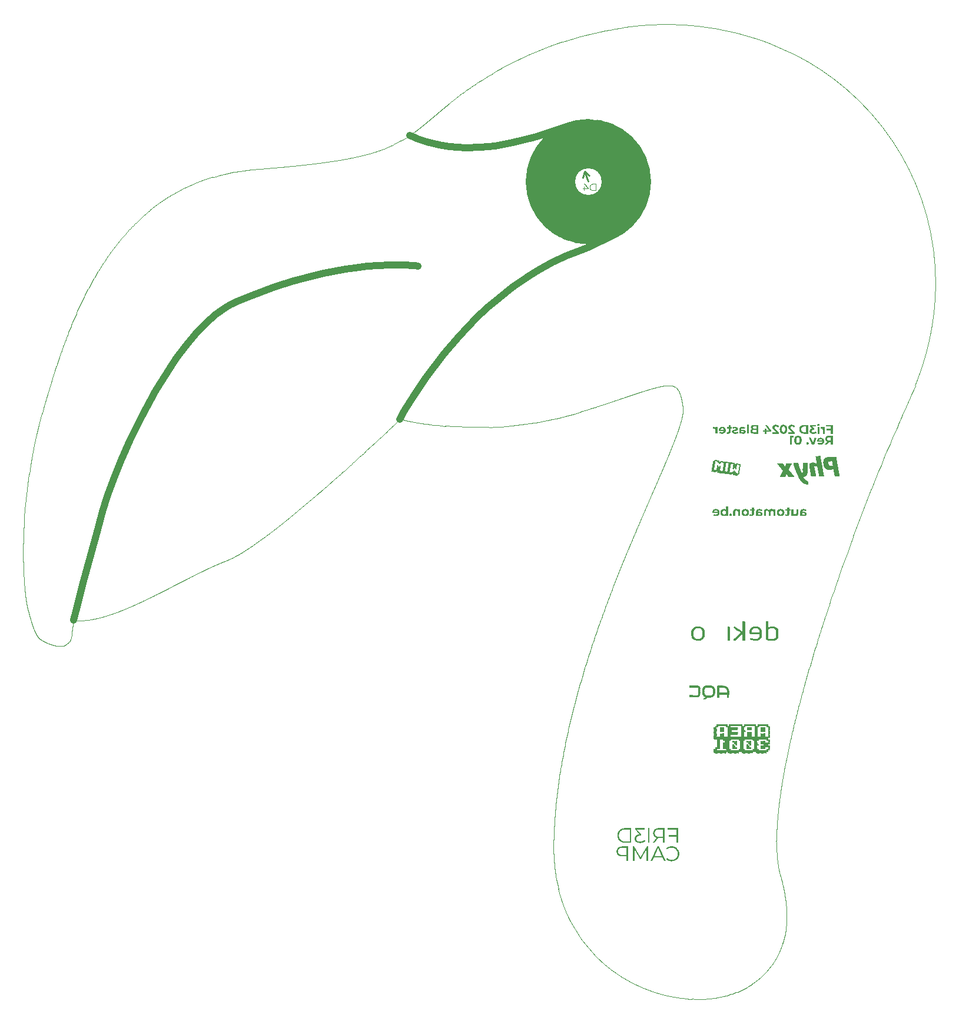
<source format=gbo>
G04*
G04 #@! TF.GenerationSoftware,Altium Limited,Altium Designer,24.6.1 (21)*
G04*
G04 Layer_Color=32896*
%FSLAX25Y25*%
%MOIN*%
G70*
G04*
G04 #@! TF.SameCoordinates,F1231132-C47A-4D83-8C5A-8FF387E60FE7*
G04*
G04*
G04 #@! TF.FilePolarity,Positive*
G04*
G01*
G75*
%ADD10C,0.00787*%
%ADD12C,0.27559*%
%ADD14C,0.00984*%
%ADD15C,0.00394*%
%ADD17C,0.03937*%
G36*
X167239Y266172D02*
X167240Y266111D01*
X167241Y266049D01*
X167303Y266050D01*
X167304Y265989D01*
X167305Y265928D01*
X167306Y265866D01*
X167307Y265805D01*
X167308Y265743D01*
X167309Y265682D01*
X167310Y265620D01*
X167372Y265622D01*
X167373Y265560D01*
X167374Y265499D01*
X167375Y265437D01*
X167376Y265376D01*
X167377Y265315D01*
X167378Y265253D01*
X167440Y265254D01*
X167441Y265193D01*
X167442Y265131D01*
X167443Y265070D01*
X167444Y265009D01*
X167445Y264947D01*
X167446Y264886D01*
X167507Y264887D01*
X167508Y264826D01*
X167510Y264764D01*
X167511Y264703D01*
X167512Y264641D01*
X167513Y264580D01*
X167514Y264518D01*
X167515Y264457D01*
X167576Y264458D01*
X167577Y264397D01*
X167578Y264335D01*
X167580Y264274D01*
X167581Y264212D01*
X167582Y264151D01*
X167583Y264090D01*
X167644Y264091D01*
X167645Y264029D01*
X167646Y263968D01*
X167648Y263906D01*
X167648Y263845D01*
X167650Y263784D01*
X167651Y263722D01*
X167712Y263723D01*
X167713Y263662D01*
X167714Y263600D01*
X167715Y263539D01*
X167716Y263478D01*
X167717Y263416D01*
X167719Y263355D01*
X167780Y263356D01*
X167781Y263295D01*
X167782Y263233D01*
X167783Y263172D01*
X167784Y263110D01*
X167785Y263049D01*
X167786Y262987D01*
X167787Y262926D01*
X167849Y262927D01*
X167850Y262866D01*
X167851Y262804D01*
X167852Y262743D01*
X167853Y262682D01*
X167854Y262620D01*
X167855Y262559D01*
X167917Y262560D01*
X167918Y262498D01*
X167919Y262437D01*
X167920Y262375D01*
X167921Y262314D01*
X167922Y262253D01*
X167923Y262191D01*
X167984Y262192D01*
X167986Y262131D01*
X167987Y262070D01*
X167988Y262008D01*
X167989Y261947D01*
X167990Y261885D01*
X167991Y261824D01*
X167992Y261762D01*
X168053Y261764D01*
X168054Y261702D01*
X168055Y261641D01*
X168057Y261579D01*
X168058Y261518D01*
X168059Y261456D01*
X168060Y261395D01*
X168121Y261396D01*
X168122Y261335D01*
X168123Y261273D01*
X168124Y261212D01*
X168125Y261151D01*
X168127Y261089D01*
X168128Y261028D01*
X168189Y261029D01*
X168190Y260967D01*
X168191Y260906D01*
X168192Y260844D01*
X168193Y260783D01*
X168194Y260722D01*
X168195Y260660D01*
X168257Y260661D01*
X168258Y260600D01*
X168259Y260539D01*
X168260Y260477D01*
X168261Y260416D01*
X168262Y260354D01*
X168263Y260293D01*
X168264Y260231D01*
X168326Y260233D01*
X168327Y260171D01*
X168328Y260110D01*
X168329Y260048D01*
X168330Y259987D01*
X168331Y259926D01*
X168332Y259864D01*
X168394Y259865D01*
X168395Y259804D01*
X168396Y259742D01*
X168397Y259681D01*
X168398Y259619D01*
X168399Y259558D01*
X168400Y259497D01*
X168462Y259498D01*
X168463Y259436D01*
X168464Y259375D01*
X168465Y259314D01*
X168466Y259252D01*
X168467Y259191D01*
X168468Y259129D01*
X168529Y259130D01*
X168530Y259069D01*
X168532Y259008D01*
X168533Y258946D01*
X168534Y258885D01*
X168535Y258823D01*
X168536Y258762D01*
X168537Y258700D01*
X168598Y258702D01*
X168599Y258640D01*
X168600Y258579D01*
X168602Y258517D01*
X168603Y258456D01*
X168604Y258395D01*
X168605Y258333D01*
X168666Y258334D01*
X168667Y258273D01*
X168668Y258211D01*
X168669Y258150D01*
X168670Y258089D01*
X168672Y258027D01*
X168673Y257966D01*
X168734Y257967D01*
X168735Y257905D01*
X168736Y257844D01*
X168737Y257783D01*
X168738Y257721D01*
X168739Y257660D01*
X168740Y257598D01*
X168741Y257537D01*
X168803Y257538D01*
X168804Y257477D01*
X168805Y257415D01*
X168806Y257354D01*
X168807Y257292D01*
X168808Y257231D01*
X168809Y257170D01*
X168871Y257171D01*
X168872Y257109D01*
X168873Y257048D01*
X168874Y256986D01*
X168875Y256925D01*
X168876Y256864D01*
X168877Y256802D01*
X168939Y256803D01*
X168940Y256742D01*
X168941Y256680D01*
X168942Y256619D01*
X168943Y256558D01*
X168944Y256496D01*
X168945Y256435D01*
X169006Y256436D01*
X169008Y256375D01*
X169009Y256313D01*
X169010Y256252D01*
X169011Y256190D01*
X169012Y256129D01*
X169013Y256067D01*
X169014Y256006D01*
X169075Y256007D01*
X169076Y255946D01*
X169077Y255884D01*
X169079Y255823D01*
X169080Y255762D01*
X169081Y255700D01*
X169082Y255639D01*
X169143Y255640D01*
X169144Y255578D01*
X169145Y255517D01*
X169146Y255455D01*
X169147Y255394D01*
X169149Y255333D01*
X169150Y255271D01*
X169211Y255272D01*
X169212Y255211D01*
X169213Y255150D01*
X169214Y255088D01*
X169215Y255027D01*
X169216Y254965D01*
X169218Y254904D01*
X169219Y254842D01*
X169280Y254843D01*
X169281Y254782D01*
X169282Y254721D01*
X166457Y254671D01*
X166456Y254733D01*
X166455Y254794D01*
X166394Y254793D01*
X166393Y254854D01*
X166392Y254916D01*
X166390Y254977D01*
X166389Y255039D01*
X166388Y255100D01*
X166387Y255162D01*
X166386Y255223D01*
X166325Y255222D01*
X166324Y255283D01*
X166323Y255345D01*
X166322Y255406D01*
X166320Y255468D01*
X166319Y255529D01*
X166318Y255590D01*
X166257Y255589D01*
X166256Y255651D01*
X166255Y255712D01*
X166254Y255773D01*
X166253Y255835D01*
X166252Y255896D01*
X166251Y255958D01*
X166189Y255957D01*
X166188Y256018D01*
X166187Y256080D01*
X166186Y256141D01*
X166185Y256202D01*
X166184Y256264D01*
X166183Y256325D01*
X166121Y256324D01*
X166120Y256385D01*
X166119Y256447D01*
X166118Y256508D01*
X166117Y256570D01*
X166116Y256631D01*
X166115Y256693D01*
X166114Y256754D01*
X166052Y256753D01*
X166051Y256814D01*
X166050Y256876D01*
X166049Y256937D01*
X166048Y256998D01*
X166047Y257060D01*
X166046Y257121D01*
X165984Y257120D01*
X165983Y257182D01*
X165982Y257243D01*
X165981Y257305D01*
X165980Y257366D01*
X165979Y257427D01*
X165978Y257489D01*
X165917Y257488D01*
X165916Y257549D01*
X165914Y257611D01*
X165913Y257672D01*
X165912Y257733D01*
X165911Y257795D01*
X165910Y257856D01*
X165909Y257917D01*
X165848Y257916D01*
X165847Y257978D01*
X165846Y258039D01*
X165845Y258101D01*
X165843Y258162D01*
X165842Y258224D01*
X165841Y258285D01*
X165780Y258284D01*
X165779Y258345D01*
X165778Y258407D01*
X165777Y258468D01*
X165776Y258529D01*
X165775Y258591D01*
X165773Y258652D01*
X165712Y258651D01*
X165711Y258713D01*
X165710Y258774D01*
X165709Y258835D01*
X165708Y258897D01*
X165707Y258958D01*
X165706Y259020D01*
X165644Y259019D01*
X165643Y259080D01*
X165642Y259141D01*
X165641Y259203D01*
X165640Y259264D01*
X165639Y259326D01*
X165638Y259387D01*
X165637Y259449D01*
X165575Y259447D01*
X165574Y259509D01*
X165573Y259570D01*
X165572Y259632D01*
X165571Y259693D01*
X165570Y259754D01*
X165569Y259816D01*
X165507Y259815D01*
X165506Y259876D01*
X165505Y259938D01*
X165504Y259999D01*
X165443Y259998D01*
X165442Y260059D01*
X165441Y260121D01*
X165379Y260120D01*
X165378Y260181D01*
X165317Y260180D01*
X165316Y260241D01*
X165193Y260239D01*
X165192Y260301D01*
X165130Y260300D01*
X165129Y260361D01*
X165006Y260359D01*
X165005Y260420D01*
X164821Y260417D01*
X164820Y260478D01*
X164513Y260473D01*
X164512Y260535D01*
X164144Y260528D01*
X164145Y260467D01*
X164022Y260465D01*
X164023Y260403D01*
X163961Y260402D01*
X163962Y260341D01*
X163901Y260340D01*
X163902Y260278D01*
X163903Y260217D01*
X163842Y260216D01*
X163843Y260154D01*
X163844Y260093D01*
X163845Y260032D01*
X163846Y259970D01*
X163847Y259909D01*
X163848Y259847D01*
X163910Y259848D01*
X163911Y259787D01*
X163912Y259725D01*
X163913Y259664D01*
X163914Y259603D01*
X163915Y259541D01*
X163916Y259480D01*
X163917Y259419D01*
X163979Y259419D01*
X163980Y259358D01*
X163981Y259297D01*
X163982Y259235D01*
X163983Y259174D01*
X163984Y259113D01*
X163985Y259051D01*
X164046Y259052D01*
X164048Y258991D01*
X164049Y258929D01*
X164050Y258868D01*
X164051Y258806D01*
X164052Y258745D01*
X164053Y258684D01*
X164054Y258622D01*
X164115Y258623D01*
X164116Y258562D01*
X164118Y258501D01*
X164119Y258439D01*
X164120Y258378D01*
X164121Y258316D01*
X164122Y258255D01*
X164183Y258256D01*
X164184Y258195D01*
X164185Y258133D01*
X164186Y258072D01*
X164188Y258010D01*
X164189Y257949D01*
X164190Y257888D01*
X164251Y257889D01*
X164252Y257827D01*
X164253Y257766D01*
X164254Y257704D01*
X164255Y257643D01*
X164256Y257582D01*
X164257Y257520D01*
X164319Y257521D01*
X164320Y257460D01*
X164321Y257398D01*
X164322Y257337D01*
X164323Y257276D01*
X164324Y257214D01*
X164325Y257153D01*
X164326Y257091D01*
X164388Y257092D01*
X164389Y257031D01*
X164390Y256970D01*
X164391Y256908D01*
X164392Y256847D01*
X164393Y256785D01*
X164394Y256724D01*
X164456Y256725D01*
X164457Y256664D01*
X164458Y256602D01*
X164459Y256541D01*
X164460Y256479D01*
X164461Y256418D01*
X164462Y256357D01*
X164463Y256295D01*
X164524Y256296D01*
X164526Y256235D01*
X164527Y256173D01*
X164528Y256112D01*
X164529Y256051D01*
X164530Y255989D01*
X164531Y255928D01*
X164592Y255929D01*
X164594Y255867D01*
X164594Y255806D01*
X164596Y255745D01*
X164597Y255683D01*
X164598Y255622D01*
X164599Y255560D01*
X164660Y255561D01*
X164661Y255500D01*
X164662Y255439D01*
X164664Y255377D01*
X164664Y255316D01*
X164666Y255254D01*
X164667Y255193D01*
X164668Y255132D01*
X164729Y255133D01*
X164730Y255071D01*
X164731Y255010D01*
X164732Y254948D01*
X164733Y254887D01*
X164734Y254826D01*
X164735Y254764D01*
X164797Y254765D01*
X164798Y254704D01*
X164799Y254642D01*
X161974Y254593D01*
X161973Y254655D01*
X161972Y254716D01*
X161911Y254715D01*
X161910Y254776D01*
X161909Y254838D01*
X161907Y254899D01*
X161906Y254960D01*
X161905Y255022D01*
X161904Y255083D01*
X161843Y255082D01*
X161842Y255144D01*
X161841Y255205D01*
X161840Y255266D01*
X161839Y255328D01*
X161837Y255389D01*
X161836Y255451D01*
X161835Y255512D01*
X161774Y255511D01*
X161773Y255572D01*
X161772Y255634D01*
X161771Y255695D01*
X161770Y255757D01*
X161769Y255818D01*
X161767Y255879D01*
X161706Y255878D01*
X161705Y255940D01*
X161704Y256001D01*
X161703Y256063D01*
X161702Y256124D01*
X161701Y256186D01*
X161700Y256247D01*
X161638Y256246D01*
X161637Y256307D01*
X161636Y256369D01*
X161635Y256430D01*
X161634Y256491D01*
X161633Y256553D01*
X161632Y256614D01*
X161570Y256613D01*
X161569Y256675D01*
X161568Y256736D01*
X161567Y256797D01*
X161566Y256859D01*
X161565Y256920D01*
X161564Y256982D01*
X161563Y257043D01*
X161502Y257042D01*
X161501Y257103D01*
X161499Y257165D01*
X161498Y257226D01*
X161497Y257288D01*
X161496Y257349D01*
X161495Y257410D01*
X161434Y257409D01*
X161433Y257471D01*
X161432Y257532D01*
X161431Y257594D01*
X161429Y257655D01*
X161428Y257716D01*
X161427Y257778D01*
X161366Y257777D01*
X161365Y257838D01*
X161364Y257900D01*
X161363Y257961D01*
X161362Y258022D01*
X161360Y258084D01*
X161359Y258145D01*
X161358Y258207D01*
X161297Y258206D01*
X161296Y258267D01*
X161295Y258328D01*
X161294Y258390D01*
X161293Y258451D01*
X161292Y258513D01*
X161291Y258574D01*
X161229Y258573D01*
X161228Y258634D01*
X161227Y258696D01*
X161226Y258757D01*
X161225Y258819D01*
X161224Y258880D01*
X161223Y258941D01*
X161161Y258940D01*
X161160Y259002D01*
X161159Y259063D01*
X161158Y259125D01*
X161157Y259186D01*
X161156Y259247D01*
X161155Y259309D01*
X161093Y259308D01*
X161092Y259369D01*
X161091Y259431D01*
X161090Y259492D01*
X161089Y259553D01*
X161088Y259615D01*
X161087Y259676D01*
X161086Y259738D01*
X161024Y259736D01*
X161023Y259798D01*
X161022Y259859D01*
X161021Y259921D01*
X161020Y259982D01*
X161019Y260044D01*
X161018Y260105D01*
X161017Y260166D01*
X160956Y260165D01*
X160954Y260227D01*
X160953Y260288D01*
X160952Y260350D01*
X160951Y260411D01*
X160950Y260472D01*
X160949Y260534D01*
X160948Y260595D01*
X160947Y260657D01*
X160946Y260718D01*
X160945Y260780D01*
X160944Y260841D01*
X160943Y260902D01*
X160942Y260964D01*
X160941Y261025D01*
X160940Y261087D01*
X160939Y261148D01*
X160937Y261209D01*
X160936Y261271D01*
X160998Y261272D01*
X160997Y261333D01*
X160995Y261395D01*
X160995Y261456D01*
X160993Y261517D01*
X161055Y261519D01*
X161054Y261580D01*
X161053Y261641D01*
X161052Y261703D01*
X161113Y261704D01*
X161112Y261765D01*
X161111Y261827D01*
X161172Y261828D01*
X161171Y261889D01*
X161170Y261950D01*
X161232Y261952D01*
X161231Y262013D01*
X161292Y262014D01*
X161291Y262075D01*
X161352Y262077D01*
X161351Y262138D01*
X161413Y262139D01*
X161411Y262200D01*
X161534Y262203D01*
X161533Y262264D01*
X161595Y262265D01*
X161594Y262327D01*
X161716Y262329D01*
X161715Y262390D01*
X161899Y262393D01*
X161899Y262455D01*
X162144Y262459D01*
X162143Y262520D01*
X163494Y262544D01*
X163495Y262483D01*
X163802Y262488D01*
X163803Y262426D01*
X163987Y262430D01*
X163988Y262368D01*
X164111Y262370D01*
X164112Y262309D01*
X164297Y262312D01*
X164298Y262251D01*
X164421Y262253D01*
X164422Y262192D01*
X164483Y262193D01*
X164484Y262131D01*
X164607Y262133D01*
X164608Y262072D01*
X164731Y262074D01*
X164732Y262013D01*
X164793Y262014D01*
X164794Y261952D01*
X164856Y261953D01*
X164857Y261892D01*
X164980Y261894D01*
X164981Y261833D01*
X165042Y261834D01*
X165043Y261772D01*
X165105Y261773D01*
X165106Y261712D01*
X165229Y261714D01*
X165227Y261776D01*
X165226Y261837D01*
X165165Y261836D01*
X165164Y261897D01*
X165163Y261959D01*
X165162Y262020D01*
X165161Y262082D01*
X165160Y262143D01*
X165159Y262204D01*
X165097Y262203D01*
X165096Y262265D01*
X165095Y262326D01*
X165094Y262388D01*
X165093Y262449D01*
X165092Y262510D01*
X165091Y262572D01*
X165090Y262633D01*
X165028Y262632D01*
X165027Y262694D01*
X165026Y262755D01*
X165025Y262816D01*
X165024Y262878D01*
X165023Y262939D01*
X165022Y263001D01*
X164960Y263000D01*
X164959Y263061D01*
X164958Y263122D01*
X164957Y263184D01*
X164956Y263245D01*
X164955Y263307D01*
X164954Y263368D01*
X164893Y263367D01*
X164892Y263428D01*
X164890Y263490D01*
X164889Y263551D01*
X164888Y263613D01*
X164887Y263674D01*
X164886Y263735D01*
X164825Y263734D01*
X164824Y263796D01*
X164823Y263857D01*
X164822Y263918D01*
X164820Y263980D01*
X164819Y264041D01*
X164818Y264103D01*
X164817Y264164D01*
X164756Y264163D01*
X164755Y264225D01*
X164754Y264286D01*
X164753Y264347D01*
X164752Y264409D01*
X164750Y264470D01*
X164749Y264532D01*
X164688Y264530D01*
X164687Y264592D01*
X164686Y264653D01*
X164685Y264715D01*
X164684Y264776D01*
X164683Y264838D01*
X164681Y264899D01*
X164620Y264898D01*
X164619Y264959D01*
X164618Y265021D01*
X164617Y265082D01*
X164616Y265144D01*
X164615Y265205D01*
X164614Y265266D01*
X164613Y265328D01*
X164551Y265327D01*
X164550Y265388D01*
X164549Y265450D01*
X164548Y265511D01*
X164547Y265572D01*
X164546Y265634D01*
X164545Y265695D01*
X164483Y265694D01*
X164482Y265756D01*
X164481Y265817D01*
X164480Y265878D01*
X164479Y265940D01*
X164478Y266001D01*
X164477Y266062D01*
X164416Y266061D01*
X164415Y266123D01*
X164413Y266184D01*
X167238Y266234D01*
X167239Y266172D01*
D02*
G37*
G36*
X151215Y262145D02*
X151154Y262144D01*
X151155Y262083D01*
X151156Y262021D01*
X151095Y262020D01*
X151096Y261959D01*
X151034Y261958D01*
X151035Y261896D01*
X151036Y261835D01*
X150975Y261834D01*
X150976Y261772D01*
X150977Y261711D01*
X150916Y261710D01*
X150917Y261649D01*
X150918Y261587D01*
X150856Y261586D01*
X150858Y261525D01*
X150859Y261463D01*
X150797Y261462D01*
X150798Y261401D01*
X150799Y261339D01*
X150738Y261338D01*
X150739Y261277D01*
X150740Y261216D01*
X150679Y261214D01*
X150680Y261153D01*
X150618Y261152D01*
X150619Y261091D01*
X150620Y261029D01*
X150559Y261028D01*
X150560Y260967D01*
X150561Y260905D01*
X150500Y260904D01*
X150501Y260843D01*
X150502Y260781D01*
X150441Y260780D01*
X150442Y260719D01*
X150443Y260658D01*
X150381Y260656D01*
X150382Y260595D01*
X150383Y260534D01*
X150322Y260533D01*
X150323Y260471D01*
X150324Y260410D01*
X150263Y260409D01*
X150264Y260347D01*
X150265Y260286D01*
X150204Y260285D01*
X150205Y260223D01*
X150143Y260222D01*
X150144Y260161D01*
X150145Y260100D01*
X150084Y260099D01*
X150085Y260037D01*
X150086Y259976D01*
X150025Y259975D01*
X150026Y259913D01*
X150027Y259852D01*
X149965Y259851D01*
X149967Y259789D01*
X149968Y259728D01*
X149906Y259727D01*
X149907Y259665D01*
X149908Y259604D01*
X149847Y259603D01*
X149848Y259541D01*
X149849Y259480D01*
X149788Y259479D01*
X149789Y259418D01*
X149727Y259417D01*
X149728Y259355D01*
X149729Y259294D01*
X149668Y259293D01*
X149669Y259231D01*
X149670Y259170D01*
X149609Y259169D01*
X149610Y259107D01*
X149611Y259046D01*
X149549Y259045D01*
X149550Y258983D01*
X149552Y258922D01*
X149490Y258921D01*
X149491Y258859D01*
X149492Y258798D01*
X149431Y258797D01*
X149432Y258736D01*
X149433Y258674D01*
X149372Y258673D01*
X149373Y258612D01*
X149311Y258611D01*
X149312Y258549D01*
X149313Y258488D01*
X149314Y258426D01*
X149376Y258428D01*
X149377Y258366D01*
X149378Y258305D01*
X149440Y258306D01*
X149441Y258244D01*
X149502Y258245D01*
X149503Y258184D01*
X149564Y258185D01*
X149565Y258124D01*
X149627Y258125D01*
X149628Y258063D01*
X149629Y258002D01*
X149690Y258003D01*
X149691Y257942D01*
X149753Y257943D01*
X149754Y257881D01*
X149815Y257882D01*
X149817Y257821D01*
X149818Y257759D01*
X149879Y257761D01*
X149880Y257699D01*
X149942Y257700D01*
X149943Y257639D01*
X150004Y257640D01*
X150005Y257578D01*
X150066Y257580D01*
X150067Y257518D01*
X150069Y257457D01*
X150130Y257458D01*
X150131Y257396D01*
X150192Y257398D01*
X150194Y257336D01*
X150255Y257337D01*
X150256Y257276D01*
X150317Y257277D01*
X150319Y257215D01*
X150320Y257154D01*
X150381Y257155D01*
X150382Y257094D01*
X150443Y257095D01*
X150444Y257033D01*
X150506Y257034D01*
X150507Y256973D01*
X150508Y256911D01*
X150569Y256913D01*
X150571Y256851D01*
X150632Y256852D01*
X150633Y256791D01*
X150694Y256792D01*
X150696Y256731D01*
X150757Y256732D01*
X150758Y256670D01*
X150759Y256609D01*
X150821Y256610D01*
X150822Y256549D01*
X150883Y256550D01*
X150884Y256488D01*
X150945Y256489D01*
X150947Y256428D01*
X150948Y256366D01*
X151009Y256367D01*
X151010Y256306D01*
X151072Y256307D01*
X151073Y256246D01*
X151134Y256247D01*
X151135Y256185D01*
X151197Y256186D01*
X151198Y256125D01*
X151199Y256064D01*
X151260Y256065D01*
X151261Y256003D01*
X151322Y256004D01*
X151324Y255943D01*
X151385Y255944D01*
X151386Y255883D01*
X151387Y255821D01*
X151449Y255822D01*
X151450Y255761D01*
X151511Y255762D01*
X151512Y255700D01*
X151574Y255701D01*
X151575Y255640D01*
X151636Y255641D01*
X151637Y255580D01*
X151638Y255518D01*
X151699Y255520D01*
X151701Y255458D01*
X151762Y255459D01*
X151763Y255398D01*
X151824Y255399D01*
X151826Y255337D01*
X151887Y255338D01*
X151888Y255277D01*
X151889Y255216D01*
X151951Y255217D01*
X151952Y255155D01*
X152013Y255156D01*
X152014Y255095D01*
X152076Y255096D01*
X152077Y255035D01*
X152078Y254973D01*
X152139Y254974D01*
X152140Y254913D01*
X152201Y254914D01*
X152203Y254853D01*
X152264Y254854D01*
X152265Y254792D01*
X152327Y254793D01*
X152328Y254732D01*
X152329Y254671D01*
X152390Y254672D01*
X152391Y254610D01*
X152453Y254611D01*
X152454Y254550D01*
X152515Y254551D01*
X152516Y254489D01*
X152577Y254490D01*
X152579Y254429D01*
X149140Y254369D01*
X149139Y254431D01*
X149137Y254492D01*
X149076Y254491D01*
X149075Y254552D01*
X149014Y254551D01*
X149012Y254613D01*
X149011Y254674D01*
X148950Y254673D01*
X148949Y254734D01*
X148888Y254733D01*
X148887Y254795D01*
X148885Y254856D01*
X148824Y254855D01*
X148823Y254916D01*
X148761Y254915D01*
X148760Y254977D01*
X148759Y255038D01*
X148698Y255037D01*
X148697Y255099D01*
X148635Y255097D01*
X148634Y255159D01*
X148633Y255220D01*
X148572Y255219D01*
X148571Y255281D01*
X148510Y255279D01*
X148508Y255341D01*
X148447Y255340D01*
X148446Y255401D01*
X148445Y255463D01*
X148383Y255462D01*
X148382Y255523D01*
X148321Y255522D01*
X148320Y255583D01*
X148319Y255645D01*
X148257Y255644D01*
X148256Y255705D01*
X148195Y255704D01*
X148194Y255765D01*
X148193Y255827D01*
X148131Y255826D01*
X148130Y255887D01*
X148069Y255886D01*
X148068Y255947D01*
X148067Y256009D01*
X147944Y256007D01*
X147945Y255945D01*
X147883Y255944D01*
X147885Y255883D01*
X147886Y255821D01*
X147887Y255760D01*
X147825Y255759D01*
X147826Y255698D01*
X147827Y255636D01*
X147829Y255575D01*
X147767Y255574D01*
X147768Y255512D01*
X147769Y255451D01*
X147770Y255389D01*
X147709Y255388D01*
X147710Y255327D01*
X147711Y255266D01*
X147650Y255264D01*
X147651Y255203D01*
X147652Y255142D01*
X147653Y255080D01*
X147591Y255079D01*
X147593Y255018D01*
X147594Y254956D01*
X147595Y254895D01*
X147533Y254894D01*
X147534Y254833D01*
X147535Y254771D01*
X147474Y254770D01*
X147475Y254709D01*
X147476Y254647D01*
X147477Y254586D01*
X147416Y254585D01*
X147417Y254523D01*
X147418Y254462D01*
X147419Y254400D01*
X147358Y254399D01*
X147359Y254338D01*
X144104Y254281D01*
X144103Y254343D01*
X144164Y254344D01*
X144163Y254405D01*
X144162Y254467D01*
X144224Y254468D01*
X144222Y254529D01*
X144221Y254590D01*
X144283Y254591D01*
X144282Y254653D01*
X144343Y254654D01*
X144342Y254715D01*
X144341Y254777D01*
X144403Y254778D01*
X144401Y254839D01*
X144400Y254901D01*
X144462Y254902D01*
X144461Y254963D01*
X144460Y255025D01*
X144521Y255026D01*
X144520Y255087D01*
X144519Y255149D01*
X144580Y255150D01*
X144579Y255211D01*
X144578Y255272D01*
X144640Y255273D01*
X144639Y255335D01*
X144637Y255396D01*
X144699Y255397D01*
X144698Y255459D01*
X144697Y255520D01*
X144758Y255521D01*
X144757Y255582D01*
X144818Y255584D01*
X144817Y255645D01*
X144816Y255707D01*
X144878Y255708D01*
X144877Y255769D01*
X144876Y255830D01*
X144937Y255832D01*
X144936Y255893D01*
X144935Y255954D01*
X144996Y255955D01*
X144995Y256017D01*
X144994Y256078D01*
X145055Y256079D01*
X145054Y256141D01*
X145053Y256202D01*
X145115Y256203D01*
X145114Y256264D01*
X145113Y256326D01*
X145174Y256327D01*
X145173Y256388D01*
X145172Y256450D01*
X145233Y256451D01*
X145232Y256512D01*
X145294Y256513D01*
X145292Y256575D01*
X145291Y256636D01*
X145353Y256637D01*
X145352Y256699D01*
X145351Y256760D01*
X145412Y256761D01*
X145411Y256823D01*
X145410Y256884D01*
X145471Y256885D01*
X145470Y256946D01*
X145469Y257008D01*
X145531Y257009D01*
X145530Y257070D01*
X145528Y257132D01*
X145590Y257133D01*
X145589Y257194D01*
X145588Y257256D01*
X145649Y257257D01*
X145648Y257318D01*
X145647Y257380D01*
X145709Y257381D01*
X145707Y257442D01*
X145706Y257504D01*
X145768Y257505D01*
X145767Y257566D01*
X145828Y257567D01*
X145827Y257628D01*
X145826Y257690D01*
X145887Y257691D01*
X145886Y257752D01*
X145885Y257814D01*
X145947Y257815D01*
X145946Y257876D01*
X145944Y257938D01*
X145883Y257937D01*
X145882Y257998D01*
X145821Y257997D01*
X145819Y258058D01*
X145758Y258057D01*
X145757Y258119D01*
X145696Y258118D01*
X145695Y258179D01*
X145694Y258240D01*
X145632Y258239D01*
X145631Y258301D01*
X145570Y258300D01*
X145569Y258361D01*
X145507Y258360D01*
X145506Y258421D01*
X145505Y258483D01*
X145443Y258482D01*
X145442Y258543D01*
X145381Y258542D01*
X145380Y258604D01*
X145318Y258602D01*
X145317Y258664D01*
X145256Y258663D01*
X145255Y258724D01*
X145254Y258786D01*
X145193Y258785D01*
X145191Y258846D01*
X145130Y258845D01*
X145129Y258906D01*
X145068Y258905D01*
X145066Y258967D01*
X145065Y259028D01*
X145004Y259027D01*
X145003Y259088D01*
X144942Y259087D01*
X144940Y259149D01*
X144879Y259148D01*
X144878Y259209D01*
X144877Y259270D01*
X144816Y259269D01*
X144814Y259331D01*
X144753Y259330D01*
X144752Y259391D01*
X144691Y259390D01*
X144690Y259451D01*
X144628Y259450D01*
X144627Y259512D01*
X144626Y259573D01*
X144564Y259572D01*
X144563Y259633D01*
X144502Y259632D01*
X144501Y259694D01*
X144439Y259693D01*
X144439Y259754D01*
X144437Y259816D01*
X144376Y259815D01*
X144375Y259876D01*
X144314Y259875D01*
X144313Y259936D01*
X144251Y259935D01*
X144250Y259997D01*
X144249Y260058D01*
X144187Y260057D01*
X144186Y260118D01*
X144125Y260117D01*
X144124Y260179D01*
X144062Y260178D01*
X144061Y260239D01*
X144000Y260238D01*
X143999Y260299D01*
X143998Y260361D01*
X143937Y260360D01*
X143935Y260421D01*
X143874Y260420D01*
X143873Y260482D01*
X143812Y260480D01*
X143810Y260542D01*
X143809Y260603D01*
X143748Y260602D01*
X143747Y260664D01*
X143685Y260662D01*
X143684Y260724D01*
X143623Y260723D01*
X143622Y260784D01*
X143621Y260846D01*
X143559Y260845D01*
X143558Y260906D01*
X143497Y260905D01*
X143496Y260966D01*
X143435Y260965D01*
X143433Y261027D01*
X143372Y261026D01*
X143371Y261087D01*
X143370Y261148D01*
X143308Y261147D01*
X143307Y261209D01*
X143246Y261208D01*
X143245Y261269D01*
X143184Y261268D01*
X143182Y261329D01*
X143181Y261391D01*
X143120Y261390D01*
X143119Y261451D01*
X143057Y261450D01*
X143056Y261511D01*
X142995Y261510D01*
X142994Y261572D01*
X142932Y261571D01*
X142931Y261632D01*
X142930Y261694D01*
X142869Y261693D01*
X142868Y261754D01*
X142806Y261753D01*
X142805Y261814D01*
X142744Y261813D01*
X142743Y261875D01*
X142742Y261936D01*
X142680Y261935D01*
X142679Y261996D01*
X142618Y261995D01*
X142617Y262057D01*
X145994Y262116D01*
X145995Y262054D01*
X146057Y262055D01*
X146058Y261994D01*
X146059Y261932D01*
X146121Y261933D01*
X146122Y261872D01*
X146183Y261873D01*
X146184Y261812D01*
X146185Y261750D01*
X146246Y261751D01*
X146247Y261690D01*
X146309Y261691D01*
X146310Y261630D01*
X146311Y261568D01*
X146372Y261569D01*
X146374Y261508D01*
X146435Y261509D01*
X146436Y261448D01*
X146437Y261386D01*
X146499Y261387D01*
X146500Y261326D01*
X146561Y261327D01*
X146562Y261265D01*
X146563Y261204D01*
X146625Y261205D01*
X146626Y261144D01*
X146687Y261145D01*
X146688Y261083D01*
X146689Y261022D01*
X146751Y261023D01*
X146752Y260962D01*
X146813Y260963D01*
X146814Y260901D01*
X146815Y260840D01*
X146877Y260841D01*
X146878Y260780D01*
X146939Y260781D01*
X146940Y260719D01*
X146941Y260658D01*
X147003Y260659D01*
X147004Y260597D01*
X147065Y260599D01*
X147066Y260537D01*
X147067Y260476D01*
X147129Y260477D01*
X147130Y260415D01*
X147191Y260417D01*
X147192Y260355D01*
X147315Y260357D01*
X147314Y260419D01*
X147313Y260480D01*
X147312Y260542D01*
X147311Y260603D01*
X147372Y260604D01*
X147371Y260665D01*
X147370Y260727D01*
X147369Y260788D01*
X147430Y260789D01*
X147429Y260851D01*
X147428Y260912D01*
X147427Y260974D01*
X147489Y260975D01*
X147488Y261036D01*
X147486Y261097D01*
X147485Y261159D01*
X147547Y261160D01*
X147546Y261221D01*
X147545Y261283D01*
X147544Y261344D01*
X147605Y261345D01*
X147604Y261407D01*
X147603Y261468D01*
X147602Y261529D01*
X147663Y261530D01*
X147662Y261592D01*
X147661Y261653D01*
X147660Y261715D01*
X147721Y261716D01*
X147720Y261777D01*
X147719Y261839D01*
X147718Y261900D01*
X147780Y261901D01*
X147778Y261963D01*
X147777Y262024D01*
X147776Y262085D01*
X147838Y262086D01*
X147837Y262148D01*
X151214Y262207D01*
X151215Y262145D01*
D02*
G37*
G36*
X160181Y262302D02*
X160120Y262301D01*
X160121Y262239D01*
X160122Y262178D01*
X160123Y262117D01*
X160124Y262055D01*
X160125Y261994D01*
X160126Y261932D01*
X160127Y261871D01*
X160128Y261809D01*
X160129Y261748D01*
X160131Y261687D01*
X160132Y261625D01*
X160133Y261564D01*
X160134Y261502D01*
X160135Y261441D01*
X160136Y261380D01*
X160137Y261318D01*
X160075Y261317D01*
X160076Y261256D01*
X160078Y261194D01*
X160079Y261133D01*
X160080Y261071D01*
X160081Y261010D01*
X160082Y260949D01*
X160083Y260887D01*
X160084Y260826D01*
X160085Y260764D01*
X160086Y260703D01*
X160087Y260642D01*
X160088Y260580D01*
X160089Y260519D01*
X160090Y260457D01*
X160029Y260456D01*
X160030Y260395D01*
X160031Y260333D01*
X160032Y260272D01*
X160033Y260211D01*
X160034Y260149D01*
X160036Y260088D01*
X160037Y260026D01*
X160038Y259965D01*
X160039Y259904D01*
X160040Y259842D01*
X160041Y259781D01*
X160042Y259719D01*
X160043Y259658D01*
X160044Y259597D01*
X160045Y259535D01*
X160046Y259474D01*
X159985Y259473D01*
X159986Y259411D01*
X159987Y259350D01*
X159988Y259289D01*
X159989Y259227D01*
X159990Y259166D01*
X159991Y259104D01*
X159992Y259043D01*
X159993Y258981D01*
X159994Y258920D01*
X159996Y258859D01*
X159997Y258797D01*
X159998Y258736D01*
X159999Y258674D01*
X160000Y258613D01*
X160001Y258552D01*
X160002Y258490D01*
X159941Y258489D01*
X159942Y258428D01*
X159943Y258366D01*
X159944Y258305D01*
X159945Y258243D01*
X159946Y258182D01*
X159947Y258121D01*
X159948Y258059D01*
X159949Y257998D01*
X159950Y257936D01*
X159951Y257875D01*
X159952Y257814D01*
X159953Y257752D01*
X159955Y257691D01*
X159956Y257629D01*
X159957Y257568D01*
X159895Y257567D01*
X159896Y257505D01*
X159897Y257444D01*
X159898Y257383D01*
X159899Y257321D01*
X159901Y257260D01*
X159902Y257198D01*
X159903Y257137D01*
X159904Y257076D01*
X159905Y257014D01*
X159906Y256953D01*
X159907Y256891D01*
X159908Y256830D01*
X159909Y256768D01*
X159910Y256707D01*
X159911Y256646D01*
X159850Y256645D01*
X159851Y256583D01*
X159852Y256522D01*
X159853Y256460D01*
X159854Y256399D01*
X159855Y256338D01*
X159856Y256276D01*
X159857Y256215D01*
X159796Y256214D01*
X159797Y256152D01*
X159798Y256091D01*
X159799Y256030D01*
X159800Y255968D01*
X159739Y255967D01*
X159740Y255906D01*
X159741Y255844D01*
X159742Y255783D01*
X159681Y255782D01*
X159682Y255720D01*
X159683Y255659D01*
X159621Y255658D01*
X159623Y255596D01*
X159624Y255535D01*
X159562Y255534D01*
X159563Y255472D01*
X159564Y255411D01*
X159503Y255410D01*
X159504Y255349D01*
X159442Y255347D01*
X159444Y255286D01*
X159445Y255225D01*
X159383Y255224D01*
X159384Y255162D01*
X159323Y255161D01*
X159324Y255100D01*
X159263Y255099D01*
X159264Y255037D01*
X159202Y255036D01*
X159203Y254975D01*
X159142Y254974D01*
X159143Y254912D01*
X159020Y254910D01*
X159021Y254849D01*
X158960Y254848D01*
X158961Y254786D01*
X158838Y254784D01*
X158839Y254723D01*
X158655Y254719D01*
X158656Y254658D01*
X158533Y254656D01*
X158534Y254594D01*
X158289Y254590D01*
X158290Y254529D01*
X157860Y254521D01*
X157861Y254460D01*
X157492Y254453D01*
X157493Y254392D01*
X157495Y254331D01*
X157556Y254332D01*
X157557Y254270D01*
X157558Y254209D01*
X157620Y254210D01*
X157621Y254149D01*
X157622Y254087D01*
X157683Y254088D01*
X157684Y254027D01*
X157746Y254028D01*
X157747Y253966D01*
X157748Y253905D01*
X157809Y253906D01*
X157810Y253845D01*
X157811Y253783D01*
X157873Y253784D01*
X157874Y253723D01*
X157935Y253724D01*
X157936Y253663D01*
X157937Y253601D01*
X157999Y253602D01*
X158000Y253541D01*
X158061Y253542D01*
X158062Y253481D01*
X158124Y253482D01*
X158125Y253420D01*
X158126Y253359D01*
X158187Y253360D01*
X158188Y253298D01*
X158250Y253299D01*
X158251Y253238D01*
X158312Y253239D01*
X158313Y253178D01*
X158375Y253179D01*
X158376Y253117D01*
X158437Y253118D01*
X158438Y253057D01*
X158500Y253058D01*
X158501Y252997D01*
X158562Y252998D01*
X158563Y252936D01*
X158625Y252938D01*
X158626Y252876D01*
X158687Y252877D01*
X158688Y252816D01*
X158750Y252817D01*
X158751Y252755D01*
X158812Y252757D01*
X158813Y252695D01*
X158936Y252697D01*
X158937Y252636D01*
X158998Y252637D01*
X159000Y252575D01*
X159061Y252577D01*
X159062Y252515D01*
X159185Y252517D01*
X159186Y252456D01*
X159247Y252457D01*
X159248Y252396D01*
X159371Y252398D01*
X159372Y252336D01*
X159434Y252337D01*
X159435Y252276D01*
X159557Y252278D01*
X159559Y252217D01*
X159681Y252219D01*
X159683Y252157D01*
X159805Y252160D01*
X159806Y252098D01*
X159929Y252100D01*
X159930Y252039D01*
X160053Y252041D01*
X160054Y251980D01*
X160177Y251982D01*
X160178Y251920D01*
X160179Y251859D01*
X160180Y251798D01*
X160181Y251736D01*
X160182Y251675D01*
X160183Y251613D01*
X160185Y251552D01*
X160186Y251490D01*
X160187Y251429D01*
X160188Y251368D01*
X160189Y251306D01*
X160190Y251245D01*
X160191Y251183D01*
X160192Y251122D01*
X160193Y251061D01*
X160194Y250999D01*
X160195Y250938D01*
X160196Y250876D01*
X160197Y250815D01*
X160198Y250754D01*
X160199Y250692D01*
X160201Y250631D01*
X160202Y250569D01*
X160203Y250508D01*
X160204Y250447D01*
X160205Y250385D01*
X160206Y250324D01*
X160207Y250262D01*
X160208Y250201D01*
X160209Y250139D01*
X160210Y250078D01*
X160211Y250017D01*
X160212Y249955D01*
X160151Y249954D01*
X160150Y250016D01*
X159720Y250008D01*
X159719Y250069D01*
X159351Y250063D01*
X159349Y250124D01*
X159104Y250120D01*
X159103Y250182D01*
X158857Y250177D01*
X158856Y250239D01*
X158672Y250236D01*
X158671Y250297D01*
X158548Y250295D01*
X158547Y250356D01*
X158363Y250353D01*
X158361Y250414D01*
X158239Y250412D01*
X158238Y250474D01*
X158115Y250471D01*
X158114Y250533D01*
X157991Y250531D01*
X157990Y250592D01*
X157867Y250590D01*
X157866Y250651D01*
X157743Y250649D01*
X157742Y250711D01*
X157681Y250710D01*
X157680Y250771D01*
X157557Y250769D01*
X157556Y250830D01*
X157494Y250829D01*
X157493Y250891D01*
X157370Y250888D01*
X157369Y250950D01*
X157308Y250949D01*
X157307Y251010D01*
X157184Y251008D01*
X157183Y251069D01*
X157122Y251068D01*
X157121Y251130D01*
X157059Y251129D01*
X157058Y251190D01*
X156997Y251189D01*
X156995Y251251D01*
X156934Y251249D01*
X156933Y251311D01*
X156810Y251309D01*
X156809Y251370D01*
X156748Y251369D01*
X156747Y251430D01*
X156685Y251429D01*
X156684Y251491D01*
X156623Y251490D01*
X156622Y251551D01*
X156560Y251550D01*
X156559Y251611D01*
X156498Y251610D01*
X156497Y251672D01*
X156435Y251671D01*
X156434Y251732D01*
X156373Y251731D01*
X156372Y251793D01*
X156371Y251854D01*
X156309Y251853D01*
X156308Y251914D01*
X156247Y251913D01*
X156246Y251975D01*
X156184Y251974D01*
X156183Y252035D01*
X156122Y252034D01*
X156121Y252095D01*
X156059Y252094D01*
X156058Y252156D01*
X156057Y252217D01*
X155996Y252216D01*
X155995Y252277D01*
X155933Y252276D01*
X155932Y252338D01*
X155871Y252337D01*
X155870Y252398D01*
X155869Y252459D01*
X155807Y252458D01*
X155806Y252520D01*
X155745Y252519D01*
X155744Y252580D01*
X155743Y252642D01*
X155681Y252640D01*
X155680Y252702D01*
X155619Y252701D01*
X155618Y252762D01*
X155556Y252761D01*
X155555Y252822D01*
X155554Y252884D01*
X155493Y252883D01*
X155492Y252944D01*
X155491Y253006D01*
X155429Y253005D01*
X155428Y253066D01*
X155367Y253065D01*
X155366Y253126D01*
X155365Y253188D01*
X155303Y253187D01*
X155302Y253248D01*
X155301Y253309D01*
X155240Y253308D01*
X155238Y253370D01*
X155237Y253431D01*
X155176Y253430D01*
X155175Y253492D01*
X155174Y253553D01*
X155112Y253552D01*
X155111Y253613D01*
X155050Y253612D01*
X155049Y253674D01*
X155048Y253735D01*
X155047Y253797D01*
X154985Y253795D01*
X154984Y253857D01*
X154923Y253856D01*
X154922Y253917D01*
X154921Y253979D01*
X154920Y254040D01*
X154858Y254039D01*
X154857Y254100D01*
X154856Y254162D01*
X154795Y254161D01*
X154794Y254222D01*
X154792Y254283D01*
X154731Y254282D01*
X154730Y254344D01*
X154729Y254405D01*
X154668Y254404D01*
X154666Y254466D01*
X154665Y254527D01*
X154664Y254588D01*
X154603Y254587D01*
X154602Y254649D01*
X154601Y254710D01*
X154539Y254709D01*
X154538Y254770D01*
X154537Y254832D01*
X154536Y254893D01*
X154475Y254892D01*
X154474Y254954D01*
X154473Y255015D01*
X154411Y255014D01*
X154410Y255075D01*
X154409Y255137D01*
X154408Y255198D01*
X154347Y255197D01*
X154346Y255258D01*
X154344Y255320D01*
X154283Y255319D01*
X154282Y255380D01*
X154281Y255442D01*
X154280Y255503D01*
X154218Y255502D01*
X154217Y255563D01*
X154216Y255625D01*
X154155Y255624D01*
X154154Y255685D01*
X154153Y255747D01*
X154152Y255808D01*
X154090Y255807D01*
X154089Y255868D01*
X154088Y255930D01*
X154027Y255929D01*
X154026Y255990D01*
X154025Y256051D01*
X154024Y256113D01*
X153962Y256112D01*
X153961Y256173D01*
X153960Y256235D01*
X153899Y256234D01*
X153897Y256295D01*
X153896Y256356D01*
X153895Y256418D01*
X153834Y256417D01*
X153833Y256478D01*
X153832Y256540D01*
X153770Y256539D01*
X153769Y256600D01*
X153768Y256661D01*
X153767Y256723D01*
X153706Y256722D01*
X153705Y256783D01*
X153703Y256844D01*
X153642Y256843D01*
X153641Y256905D01*
X153640Y256966D01*
X153639Y257028D01*
X153577Y257027D01*
X153577Y257088D01*
X153575Y257149D01*
X153514Y257148D01*
X153513Y257210D01*
X153512Y257271D01*
X153511Y257332D01*
X153449Y257331D01*
X153448Y257393D01*
X153447Y257454D01*
X153386Y257453D01*
X153385Y257515D01*
X153384Y257576D01*
X153383Y257637D01*
X153321Y257636D01*
X153320Y257698D01*
X153319Y257759D01*
X153258Y257758D01*
X153256Y257820D01*
X153255Y257881D01*
X153254Y257942D01*
X153193Y257941D01*
X153192Y258003D01*
X153191Y258064D01*
X153129Y258063D01*
X153128Y258124D01*
X153127Y258186D01*
X153126Y258247D01*
X153065Y258246D01*
X153064Y258308D01*
X153063Y258369D01*
X153001Y258368D01*
X153000Y258429D01*
X152999Y258491D01*
X152998Y258552D01*
X152937Y258551D01*
X152936Y258612D01*
X152935Y258674D01*
X152873Y258673D01*
X152872Y258734D01*
X152871Y258796D01*
X152870Y258857D01*
X152808Y258856D01*
X152807Y258917D01*
X152806Y258979D01*
X152745Y258978D01*
X152744Y259039D01*
X152743Y259101D01*
X152742Y259162D01*
X152680Y259161D01*
X152679Y259222D01*
X152678Y259284D01*
X152617Y259283D01*
X152616Y259344D01*
X152615Y259405D01*
X152553Y259404D01*
X152552Y259466D01*
X152551Y259527D01*
X152550Y259589D01*
X152489Y259588D01*
X152488Y259649D01*
X152486Y259710D01*
X152485Y259772D01*
X152424Y259771D01*
X152423Y259832D01*
X152422Y259893D01*
X152421Y259955D01*
X152359Y259954D01*
X152358Y260015D01*
X152357Y260077D01*
X152356Y260138D01*
X152295Y260137D01*
X152294Y260198D01*
X152293Y260260D01*
X152292Y260321D01*
X152290Y260383D01*
X152229Y260382D01*
X152228Y260443D01*
X152227Y260504D01*
X152226Y260566D01*
X152225Y260627D01*
X152163Y260626D01*
X152162Y260688D01*
X152161Y260749D01*
X152160Y260810D01*
X152159Y260872D01*
X152158Y260933D01*
X152096Y260932D01*
X152095Y260994D01*
X152094Y261055D01*
X152093Y261116D01*
X152092Y261178D01*
X152091Y261239D01*
X152090Y261301D01*
X152089Y261362D01*
X152088Y261423D01*
X152087Y261485D01*
X152086Y261546D01*
X152085Y261608D01*
X152084Y261669D01*
X152083Y261731D01*
X152082Y261792D01*
X152080Y261853D01*
X152079Y261915D01*
X152078Y261976D01*
X152077Y262037D01*
X152076Y262099D01*
X152075Y262160D01*
X152074Y262222D01*
X154837Y262270D01*
X154839Y262209D01*
X154840Y262147D01*
X154841Y262086D01*
X154842Y262024D01*
X154843Y261963D01*
X154844Y261901D01*
X154845Y261840D01*
X154846Y261779D01*
X154847Y261717D01*
X154848Y261656D01*
X154910Y261657D01*
X154911Y261596D01*
X154912Y261534D01*
X154913Y261473D01*
X154914Y261411D01*
X154915Y261350D01*
X154916Y261288D01*
X154977Y261290D01*
X154978Y261228D01*
X154980Y261167D01*
X154981Y261105D01*
X154982Y261044D01*
X154983Y260982D01*
X155044Y260984D01*
X155045Y260922D01*
X155046Y260861D01*
X155047Y260799D01*
X155049Y260738D01*
X155110Y260739D01*
X155111Y260678D01*
X155112Y260616D01*
X155113Y260555D01*
X155114Y260493D01*
X155175Y260494D01*
X155177Y260433D01*
X155178Y260372D01*
X155179Y260310D01*
X155240Y260311D01*
X155241Y260250D01*
X155242Y260189D01*
X155243Y260127D01*
X155305Y260128D01*
X155306Y260067D01*
X155307Y260005D01*
X155308Y259944D01*
X155369Y259945D01*
X155370Y259884D01*
X155372Y259822D01*
X155433Y259823D01*
X155434Y259762D01*
X155435Y259700D01*
X155436Y259639D01*
X155498Y259640D01*
X155499Y259579D01*
X155500Y259517D01*
X155501Y259456D01*
X155562Y259457D01*
X155563Y259396D01*
X155564Y259334D01*
X155566Y259273D01*
X155627Y259274D01*
X155628Y259212D01*
X155629Y259151D01*
X155690Y259152D01*
X155692Y259091D01*
X155693Y259029D01*
X155694Y258968D01*
X155755Y258969D01*
X155756Y258908D01*
X155757Y258846D01*
X155758Y258785D01*
X155820Y258786D01*
X155821Y258724D01*
X155822Y258663D01*
X155823Y258601D01*
X155884Y258603D01*
X155885Y258541D01*
X155886Y258480D01*
X155948Y258481D01*
X155949Y258419D01*
X155950Y258358D01*
X155951Y258297D01*
X156012Y258298D01*
X156014Y258236D01*
X156015Y258175D01*
X156016Y258113D01*
X156077Y258115D01*
X156078Y258053D01*
X156079Y257992D01*
X156080Y257930D01*
X156142Y257931D01*
X156143Y257870D01*
X156144Y257808D01*
X156205Y257810D01*
X156206Y257748D01*
X156207Y257687D01*
X156209Y257625D01*
X156270Y257626D01*
X156271Y257565D01*
X156272Y257504D01*
X156273Y257442D01*
X156334Y257443D01*
X156336Y257382D01*
X156337Y257320D01*
X156338Y257259D01*
X156399Y257260D01*
X156400Y257199D01*
X156401Y257137D01*
X156402Y257076D01*
X156464Y257077D01*
X156465Y257015D01*
X156466Y256954D01*
X156527Y256955D01*
X156528Y256894D01*
X156529Y256832D01*
X156530Y256771D01*
X156592Y256772D01*
X156593Y256711D01*
X156777Y256714D01*
X156776Y256775D01*
X156960Y256779D01*
X156959Y256840D01*
X157021Y256841D01*
X157020Y256902D01*
X157081Y256904D01*
X157080Y256965D01*
X157141Y256966D01*
X157140Y257027D01*
X157139Y257089D01*
X157138Y257150D01*
X157200Y257151D01*
X157199Y257213D01*
X157197Y257274D01*
X157196Y257335D01*
X157195Y257397D01*
X157194Y257458D01*
X157193Y257520D01*
X157192Y257581D01*
X157191Y257643D01*
X157190Y257704D01*
X157189Y257765D01*
X157188Y257827D01*
X157187Y257888D01*
X157186Y257950D01*
X157185Y258011D01*
X157184Y258072D01*
X157183Y258134D01*
X157181Y258195D01*
X157180Y258257D01*
X157179Y258318D01*
X157178Y258379D01*
X157177Y258441D01*
X157176Y258502D01*
X157175Y258564D01*
X157174Y258625D01*
X157173Y258686D01*
X157172Y258748D01*
X157233Y258749D01*
X157232Y258810D01*
X157231Y258872D01*
X157170Y258871D01*
X157168Y258932D01*
X157230Y258933D01*
X157229Y258995D01*
X157228Y259056D01*
X157227Y259117D01*
X157226Y259179D01*
X157225Y259240D01*
X157223Y259302D01*
X157222Y259363D01*
X157221Y259424D01*
X157220Y259486D01*
X157219Y259547D01*
X157218Y259609D01*
X157217Y259670D01*
X157216Y259732D01*
X157215Y259793D01*
X157214Y259854D01*
X157213Y259916D01*
X157212Y259977D01*
X157211Y260039D01*
X157210Y260100D01*
X157209Y260161D01*
X157207Y260223D01*
X157206Y260284D01*
X157205Y260346D01*
X157204Y260407D01*
X157203Y260468D01*
X157202Y260530D01*
X157201Y260591D01*
X157200Y260653D01*
X157199Y260714D01*
X157198Y260775D01*
X157197Y260837D01*
X157196Y260898D01*
X157195Y260960D01*
X157194Y261021D01*
X157192Y261083D01*
X157191Y261144D01*
X157190Y261205D01*
X157189Y261267D01*
X157188Y261328D01*
X157187Y261390D01*
X157186Y261451D01*
X157247Y261452D01*
X157246Y261513D01*
X157245Y261575D01*
X157244Y261636D01*
X157243Y261698D01*
X157242Y261759D01*
X157241Y261821D01*
X157240Y261882D01*
X157239Y261943D01*
X157238Y262005D01*
X157237Y262066D01*
X157236Y262128D01*
X157235Y262189D01*
X157234Y262250D01*
X157232Y262312D01*
X160180Y262363D01*
X160181Y262302D01*
D02*
G37*
G36*
X176218Y265592D02*
X176219Y265530D01*
X176220Y265469D01*
X176221Y265407D01*
X176222Y265346D01*
X176223Y265285D01*
X176285Y265286D01*
X176286Y265224D01*
X176287Y265163D01*
X176288Y265102D01*
X176289Y265040D01*
X176290Y264979D01*
X176291Y264917D01*
X176353Y264918D01*
X176354Y264857D01*
X176355Y264796D01*
X176356Y264734D01*
X176357Y264673D01*
X176358Y264611D01*
X176359Y264550D01*
X176360Y264489D01*
X176422Y264490D01*
X176423Y264428D01*
X176424Y264367D01*
X176425Y264305D01*
X176426Y264244D01*
X176427Y264183D01*
X176428Y264121D01*
X176489Y264122D01*
X176490Y264061D01*
X176491Y263999D01*
X176493Y263938D01*
X176494Y263877D01*
X176495Y263815D01*
X176496Y263754D01*
X176557Y263755D01*
X176558Y263693D01*
X176559Y263632D01*
X176560Y263571D01*
X176561Y263509D01*
X176563Y263448D01*
X176564Y263386D01*
X176565Y263325D01*
X176626Y263326D01*
X176627Y263265D01*
X176628Y263203D01*
X176629Y263142D01*
X176630Y263080D01*
X176631Y263019D01*
X176633Y262958D01*
X176694Y262959D01*
X176695Y262897D01*
X176696Y262836D01*
X176697Y262774D01*
X176698Y262713D01*
X176699Y262652D01*
X176700Y262590D01*
X176762Y262591D01*
X176763Y262530D01*
X176764Y262468D01*
X176765Y262407D01*
X176766Y262346D01*
X176767Y262284D01*
X176768Y262223D01*
X176769Y262161D01*
X176831Y262162D01*
X176832Y262101D01*
X176833Y262040D01*
X176834Y261978D01*
X176835Y261917D01*
X176836Y261855D01*
X176837Y261794D01*
X176899Y261795D01*
X176900Y261734D01*
X176901Y261672D01*
X176902Y261611D01*
X176903Y261549D01*
X176904Y261488D01*
X176905Y261427D01*
X176966Y261428D01*
X176968Y261366D01*
X176969Y261305D01*
X176970Y261243D01*
X176971Y261182D01*
X176972Y261121D01*
X176973Y261059D01*
X177034Y261060D01*
X177035Y260999D01*
X177036Y260937D01*
X177037Y260876D01*
X177039Y260815D01*
X177040Y260753D01*
X177041Y260692D01*
X177042Y260630D01*
X177103Y260631D01*
X177104Y260570D01*
X177105Y260509D01*
X177106Y260447D01*
X177107Y260386D01*
X177109Y260324D01*
X177110Y260263D01*
X177171Y260264D01*
X177172Y260203D01*
X177173Y260141D01*
X177174Y260080D01*
X177175Y260018D01*
X177176Y259957D01*
X177178Y259896D01*
X177239Y259897D01*
X177240Y259835D01*
X177241Y259774D01*
X177242Y259713D01*
X177243Y259651D01*
X177244Y259590D01*
X177245Y259528D01*
X177246Y259467D01*
X177308Y259468D01*
X177309Y259406D01*
X177310Y259345D01*
X177311Y259284D01*
X177312Y259222D01*
X177313Y259161D01*
X177314Y259099D01*
X177376Y259101D01*
X177377Y259039D01*
X177378Y258978D01*
X177379Y258916D01*
X177380Y258855D01*
X177381Y258793D01*
X177382Y258732D01*
X177444Y258733D01*
X177445Y258672D01*
X177446Y258610D01*
X177447Y258549D01*
X177448Y258488D01*
X177449Y258426D01*
X177450Y258365D01*
X177511Y258366D01*
X177512Y258304D01*
X177513Y258243D01*
X177515Y258182D01*
X177516Y258120D01*
X177517Y258059D01*
X177518Y257997D01*
X177519Y257936D01*
X177580Y257937D01*
X177581Y257875D01*
X177582Y257814D01*
X177583Y257753D01*
X177585Y257691D01*
X177586Y257630D01*
X177587Y257569D01*
X177648Y257570D01*
X177649Y257508D01*
X177650Y257447D01*
X177651Y257385D01*
X177652Y257324D01*
X177653Y257262D01*
X177655Y257201D01*
X177716Y257202D01*
X177717Y257141D01*
X177718Y257079D01*
X177719Y257018D01*
X177720Y256957D01*
X177721Y256895D01*
X177722Y256834D01*
X177784Y256835D01*
X177785Y256773D01*
X177786Y256712D01*
X177787Y256651D01*
X177788Y256589D01*
X177789Y256528D01*
X177790Y256466D01*
X177791Y256405D01*
X177853Y256406D01*
X177854Y256345D01*
X177855Y256283D01*
X177856Y256222D01*
X177857Y256160D01*
X177858Y256099D01*
X177859Y256037D01*
X177920Y256039D01*
X177921Y255977D01*
X177923Y255916D01*
X177924Y255854D01*
X177925Y255793D01*
X177926Y255732D01*
X177927Y255670D01*
X177988Y255671D01*
X177989Y255610D01*
X177990Y255548D01*
X177991Y255487D01*
X177993Y255426D01*
X177994Y255364D01*
X177995Y255303D01*
X177996Y255241D01*
X178057Y255242D01*
X178058Y255181D01*
X178059Y255120D01*
X178060Y255058D01*
X178061Y254997D01*
X178063Y254935D01*
X178124Y254937D01*
X178125Y254875D01*
X175239Y254825D01*
X175238Y254886D01*
X175237Y254947D01*
X175236Y255009D01*
X175234Y255070D01*
X175233Y255132D01*
X175232Y255193D01*
X175231Y255255D01*
X175170Y255254D01*
X175169Y255315D01*
X175168Y255376D01*
X175167Y255438D01*
X175166Y255499D01*
X175165Y255560D01*
X175163Y255622D01*
X175102Y255621D01*
X175101Y255682D01*
X175100Y255744D01*
X175099Y255805D01*
X175098Y255867D01*
X175097Y255928D01*
X175096Y255989D01*
X175034Y255988D01*
X175033Y256050D01*
X175032Y256111D01*
X175031Y256172D01*
X175030Y256234D01*
X175029Y256295D01*
X175028Y256357D01*
X175027Y256418D01*
X174965Y256417D01*
X174964Y256478D01*
X174963Y256540D01*
X174962Y256601D01*
X174961Y256663D01*
X174960Y256724D01*
X174959Y256785D01*
X174898Y256784D01*
X174896Y256846D01*
X174895Y256907D01*
X174894Y256969D01*
X174893Y257030D01*
X174892Y257091D01*
X174891Y257153D01*
X174830Y257152D01*
X174829Y257213D01*
X174828Y257275D01*
X174826Y257336D01*
X174825Y257398D01*
X174824Y257459D01*
X174823Y257520D01*
X174822Y257582D01*
X174761Y257581D01*
X174760Y257642D01*
X174759Y257703D01*
X174758Y257765D01*
X174756Y257826D01*
X174755Y257888D01*
X174754Y257949D01*
X174693Y257948D01*
X174692Y258009D01*
X174691Y258071D01*
X174690Y258132D01*
X174689Y258194D01*
X174688Y258255D01*
X174686Y258316D01*
X174625Y258315D01*
X174624Y258377D01*
X174623Y258438D01*
X174622Y258500D01*
X174621Y258561D01*
X174620Y258622D01*
X174619Y258684D01*
X174618Y258745D01*
X174310Y258740D01*
X174311Y258679D01*
X174004Y258673D01*
X174005Y258612D01*
X173698Y258606D01*
X173700Y258545D01*
X173270Y258537D01*
X173271Y258476D01*
X172718Y258466D01*
X172719Y258405D01*
X171614Y258386D01*
X171613Y258447D01*
X171244Y258441D01*
X171243Y258502D01*
X171059Y258499D01*
X171058Y258560D01*
X170874Y258557D01*
X170873Y258618D01*
X170688Y258615D01*
X170687Y258677D01*
X170564Y258675D01*
X170563Y258736D01*
X170502Y258735D01*
X170501Y258796D01*
X170378Y258794D01*
X170377Y258856D01*
X170316Y258854D01*
X170315Y258916D01*
X170192Y258914D01*
X170191Y258975D01*
X170129Y258974D01*
X170128Y259035D01*
X170067Y259034D01*
X170066Y259096D01*
X170004Y259095D01*
X170003Y259156D01*
X169942Y259155D01*
X169941Y259216D01*
X169879Y259215D01*
X169878Y259277D01*
X169877Y259338D01*
X169816Y259337D01*
X169815Y259399D01*
X169753Y259398D01*
X169752Y259459D01*
X169691Y259458D01*
X169690Y259519D01*
X169689Y259581D01*
X169627Y259580D01*
X169626Y259641D01*
X169565Y259640D01*
X169564Y259701D01*
X169563Y259763D01*
X169501Y259762D01*
X169500Y259823D01*
X169499Y259885D01*
X169438Y259883D01*
X169437Y259945D01*
X169436Y260006D01*
X169374Y260005D01*
X169373Y260067D01*
X169372Y260128D01*
X169371Y260189D01*
X169309Y260188D01*
X169308Y260250D01*
X169307Y260311D01*
X169246Y260310D01*
X169245Y260371D01*
X169244Y260433D01*
X169243Y260494D01*
X169181Y260493D01*
X169180Y260555D01*
X169179Y260616D01*
X169178Y260678D01*
X169177Y260739D01*
X169116Y260738D01*
X169114Y260799D01*
X169113Y260861D01*
X169112Y260922D01*
X169051Y260921D01*
X169050Y260982D01*
X169049Y261044D01*
X169048Y261105D01*
X169047Y261167D01*
X169046Y261228D01*
X168984Y261227D01*
X168983Y261288D01*
X168982Y261350D01*
X168981Y261411D01*
X168980Y261473D01*
X168979Y261534D01*
X168917Y261533D01*
X168916Y261594D01*
X168915Y261656D01*
X168914Y261717D01*
X168913Y261778D01*
X168912Y261840D01*
X168911Y261901D01*
X168910Y261963D01*
X168849Y261962D01*
X168848Y262023D01*
X168846Y262085D01*
X168845Y262146D01*
X168844Y262207D01*
X168843Y262269D01*
X168842Y262330D01*
X168841Y262392D01*
X168840Y262453D01*
X168839Y262514D01*
X168838Y262576D01*
X168837Y262637D01*
X168836Y262699D01*
X168835Y262760D01*
X168833Y262821D01*
X168832Y262883D01*
X168831Y262944D01*
X168830Y263006D01*
X168829Y263067D01*
X168828Y263128D01*
X168827Y263190D01*
X168888Y263191D01*
X168887Y263252D01*
X168886Y263314D01*
X168885Y263375D01*
X168884Y263437D01*
X168883Y263498D01*
X168945Y263499D01*
X168944Y263561D01*
X168942Y263622D01*
X168941Y263683D01*
X168940Y263745D01*
X169002Y263746D01*
X169001Y263807D01*
X169000Y263869D01*
X168999Y263930D01*
X169060Y263931D01*
X169059Y263993D01*
X169058Y264054D01*
X169057Y264115D01*
X169118Y264116D01*
X169117Y264178D01*
X169116Y264239D01*
X169177Y264240D01*
X169176Y264302D01*
X169238Y264303D01*
X169237Y264364D01*
X169236Y264426D01*
X169297Y264427D01*
X169296Y264488D01*
X169357Y264489D01*
X169356Y264551D01*
X169355Y264612D01*
X169416Y264613D01*
X169415Y264674D01*
X169477Y264675D01*
X169476Y264737D01*
X169537Y264738D01*
X169536Y264799D01*
X169597Y264801D01*
X169597Y264862D01*
X169658Y264863D01*
X169657Y264924D01*
X169718Y264925D01*
X169717Y264987D01*
X169840Y264989D01*
X169839Y265050D01*
X169900Y265052D01*
X169899Y265113D01*
X170022Y265115D01*
X170021Y265177D01*
X170082Y265177D01*
X170081Y265239D01*
X170204Y265241D01*
X170203Y265302D01*
X170387Y265306D01*
X170386Y265367D01*
X170571Y265370D01*
X170569Y265432D01*
X170754Y265435D01*
X170753Y265496D01*
X171121Y265503D01*
X171120Y265564D01*
X176217Y265653D01*
X176218Y265592D01*
D02*
G37*
G36*
X124117Y172851D02*
X124340Y172692D01*
X124558Y172474D01*
Y162086D01*
X124340Y161865D01*
X124340Y161867D01*
X124117Y161708D01*
X123871Y161646D01*
X123621Y161688D01*
X123387Y161828D01*
X123178Y162008D01*
X123103Y165464D01*
X121070Y163633D01*
X120280Y162926D01*
X119592Y162317D01*
X118994Y161795D01*
X118893Y161725D01*
X118684Y161654D01*
X118463Y161654D01*
X118250Y161728D01*
X118064Y161867D01*
X117912Y162042D01*
X117857Y162177D01*
X117881Y162311D01*
X117989Y162478D01*
X118103Y162598D01*
X118671Y163107D01*
X119342Y163701D01*
X120110Y164371D01*
X120868Y165031D01*
X121507Y165593D01*
X122077Y166098D01*
X122089Y166123D01*
X122078Y166147D01*
X121519Y166544D01*
X120891Y166986D01*
X120145Y167503D01*
X119392Y168030D01*
X118739Y168500D01*
X118188Y168908D01*
X118089Y169013D01*
X118022Y169272D01*
X118124Y169526D01*
X118381Y169712D01*
X118724Y169778D01*
X118953Y169725D01*
X119278Y169542D01*
X119846Y169154D01*
X121351Y168074D01*
X123103Y166811D01*
X123141Y169681D01*
X123178Y172550D01*
X123387Y172730D01*
X123621Y172871D01*
X123871Y172913D01*
X124117Y172851D01*
D02*
G37*
G36*
X131161Y169741D02*
X131659Y169662D01*
X132339Y169430D01*
X132935Y169086D01*
X133422Y168644D01*
X133784Y168121D01*
X133992Y167727D01*
Y163699D01*
X133794Y163326D01*
X133209Y162574D01*
X132379Y162036D01*
X131323Y161733D01*
X130077Y161675D01*
X129346Y161744D01*
X128572Y161885D01*
X127891Y162060D01*
X127541Y162234D01*
X127387Y162404D01*
X127327Y162608D01*
X127371Y162812D01*
X127509Y162982D01*
X127721Y163094D01*
X127965Y163129D01*
X128297Y163085D01*
X128809Y162948D01*
X129476Y162790D01*
X130152Y162712D01*
X130786Y162716D01*
X131324Y162806D01*
X131594Y162891D01*
X131793Y162982D01*
X131968Y163104D01*
X132164Y163284D01*
X132420Y163593D01*
X132578Y163907D01*
X132661Y164287D01*
X132685Y164774D01*
X132687Y164808D01*
X132687Y165378D01*
X132623D01*
X132623Y165378D01*
X130107D01*
X127876Y165398D01*
X127265Y165538D01*
X126999Y165904D01*
X126958Y166842D01*
X126982Y167354D01*
X127017Y167645D01*
X127080Y167870D01*
X127192Y168121D01*
X127555Y168649D01*
X128045Y169091D01*
X128648Y169433D01*
X129349Y169666D01*
X129852Y169743D01*
X130510Y169766D01*
X131161Y169741D01*
D02*
G37*
G36*
X137311Y172857D02*
X137525Y172717D01*
X137634Y172507D01*
X137676Y172104D01*
X137683Y170967D01*
X137683Y169982D01*
X137683Y169378D01*
X137683Y169346D01*
X138261Y169532D01*
X138287Y169538D01*
X138849Y169674D01*
X139544Y169754D01*
X140250Y169768D01*
X140868Y169707D01*
X141644Y169487D01*
X142344Y169107D01*
X142913Y168599D01*
X143301Y168004D01*
X143393Y167735D01*
X143440Y167426D01*
X143459Y166926D01*
X143463Y165751D01*
X143460Y164503D01*
X143439Y164038D01*
X143384Y163740D01*
X143269Y163435D01*
X142956Y162911D01*
X142556Y162484D01*
X142048Y162141D01*
X141412Y161863D01*
X141103Y161772D01*
X140812Y161722D01*
X140432Y161699D01*
X139772Y161693D01*
X138625Y161736D01*
X137655Y161868D01*
X136912Y162071D01*
X136523Y162338D01*
X136341Y162555D01*
Y167503D01*
X136345Y169408D01*
X136355Y171033D01*
X136369Y172472D01*
X136387Y172571D01*
X136517Y172733D01*
X136765Y172850D01*
X137054Y172899D01*
X137311Y172857D01*
D02*
G37*
G36*
X98450Y169750D02*
X99021Y169667D01*
X99751Y169430D01*
X100398Y169057D01*
X100928Y168571D01*
X101308Y167999D01*
X101550Y167506D01*
Y165715D01*
X101547Y164605D01*
X101526Y164131D01*
X101479Y163833D01*
X101384Y163563D01*
X101178Y163186D01*
X100932Y162856D01*
X100638Y162565D01*
X100291Y162307D01*
X99830Y162055D01*
X99328Y161867D01*
X98775Y161741D01*
X98157Y161673D01*
X97174Y161696D01*
X96275Y161887D01*
X95500Y162235D01*
X94886Y162726D01*
X94437Y163317D01*
X94185Y163928D01*
X94074Y164747D01*
X94068Y166075D01*
X94092Y166947D01*
X94125Y167317D01*
X94193Y167590D01*
X94333Y167930D01*
X94700Y168523D01*
X95186Y169001D01*
X95804Y169367D01*
X96560Y169630D01*
X97118Y169730D01*
X97781Y169771D01*
X98450Y169750D01*
D02*
G37*
G36*
X115593Y169728D02*
X115798Y169595D01*
X115981Y169412D01*
X115981Y165760D01*
X115978Y164351D01*
X115968Y163146D01*
X115954Y162086D01*
X115935Y161988D01*
X115847Y161869D01*
X115669Y161757D01*
X115454Y161676D01*
X115249Y161649D01*
X115152Y161660D01*
X115038Y161694D01*
X114926Y161744D01*
X114835Y161803D01*
X114639Y161959D01*
X114639Y169469D01*
X114835Y169623D01*
X115066Y169744D01*
X115333Y169780D01*
X115593Y169728D01*
D02*
G37*
G36*
X93239Y136438D02*
X93239Y136369D01*
X93307Y136369D01*
X93308Y136437D01*
X93376Y136437D01*
X93376Y136368D01*
X93444Y136368D01*
X93445Y136436D01*
X93513Y136435D01*
X93513Y136367D01*
X93581Y136366D01*
X93582Y136435D01*
X93650Y136434D01*
X93650Y136366D01*
X93718Y136365D01*
X93719Y136434D01*
X93787Y136433D01*
X93787Y136365D01*
X93855Y136364D01*
X93856Y136433D01*
X93924Y136432D01*
X93924Y136363D01*
X93992Y136363D01*
X93993Y136431D01*
X94061Y136431D01*
X94061Y136362D01*
X94129Y136362D01*
X94130Y136430D01*
X94198Y136430D01*
X94198Y136361D01*
X94266Y136361D01*
X94267Y136429D01*
X94335Y136428D01*
X94335Y136360D01*
X94403Y136359D01*
X94404Y136428D01*
X94472Y136427D01*
X94472Y136359D01*
X94540Y136358D01*
X94541Y136427D01*
X94609Y136426D01*
X94608Y136357D01*
X94677Y136357D01*
X94678Y136425D01*
X94746Y136425D01*
X94745Y136356D01*
X94814Y136356D01*
X94814Y136424D01*
X94883Y136424D01*
X94882Y136355D01*
X94951Y136354D01*
X94951Y136423D01*
X95020Y136422D01*
X95019Y136354D01*
X95088Y136353D01*
X95088Y136422D01*
X95157Y136421D01*
X95156Y136353D01*
X95225Y136352D01*
X95225Y136421D01*
X95294Y136420D01*
X95293Y136352D01*
X95362Y136351D01*
X95362Y136419D01*
X95431Y136419D01*
X95430Y136350D01*
X95499Y136350D01*
X95499Y136418D01*
X95568Y136418D01*
X95567Y136349D01*
X95636Y136349D01*
X95636Y136417D01*
X95705Y136416D01*
X95704Y136348D01*
X95773Y136347D01*
X95773Y136416D01*
X95842Y136415D01*
X95841Y136347D01*
X95910Y136346D01*
X95910Y136415D01*
X95979Y136414D01*
X95978Y136346D01*
X96047Y136345D01*
X96047Y136413D01*
X96116Y136413D01*
X96115Y136344D01*
X96184Y136344D01*
X96184Y136412D01*
X96253Y136412D01*
X96252Y136343D01*
X96320Y136343D01*
X96321Y136411D01*
X96390Y136410D01*
X96389Y136342D01*
X96457Y136341D01*
X96458Y136410D01*
X96526Y136409D01*
X96526Y136341D01*
X96594Y136340D01*
X96595Y136409D01*
X96663Y136408D01*
X96663Y136340D01*
X96731Y136339D01*
X96732Y136407D01*
X96800Y136407D01*
X96800Y136338D01*
X96868Y136338D01*
X96869Y136406D01*
X96937Y136406D01*
X96937Y136337D01*
X97005Y136337D01*
X97006Y136405D01*
X97074Y136405D01*
X97074Y136336D01*
X97142Y136335D01*
X97143Y136404D01*
X97211Y136403D01*
X97211Y136335D01*
X97279Y136334D01*
X97280Y136403D01*
X97348Y136402D01*
X97348Y136334D01*
X97416Y136333D01*
X97417Y136401D01*
X97485Y136401D01*
X97485Y136332D01*
X97553Y136332D01*
X97554Y136400D01*
X97622Y136400D01*
X97622Y136331D01*
X97690Y136331D01*
X97691Y136399D01*
X97759Y136398D01*
X97759Y136330D01*
X97827Y136329D01*
X97826Y136261D01*
X97895Y136260D01*
X97895Y136329D01*
X97964Y136328D01*
X97963Y136260D01*
X98169Y136258D01*
X98168Y136189D01*
X98374Y136188D01*
X98373Y136119D01*
X98441Y136119D01*
X98441Y136050D01*
X98509Y136049D01*
X98509Y135981D01*
X98714Y135979D01*
X98714Y135911D01*
X98713Y135842D01*
X98782Y135842D01*
X98781Y135773D01*
X98780Y135705D01*
X98849Y135704D01*
X98848Y135636D01*
X98917Y135635D01*
X98916Y135567D01*
X98985Y135566D01*
X98984Y135497D01*
X98983Y135429D01*
X99052Y135428D01*
X99051Y135360D01*
X99051Y135291D01*
X99119Y135291D01*
X99119Y135222D01*
X99118Y135154D01*
X99117Y135085D01*
X99186Y135085D01*
X99185Y135016D01*
X99117Y135017D01*
X99116Y134949D01*
X99185Y134948D01*
X99184Y134879D01*
X99183Y134811D01*
X99183Y134742D01*
X99182Y134674D01*
X99182Y134606D01*
X99250Y134605D01*
X99250Y134536D01*
X99181Y134537D01*
X99180Y134468D01*
X99249Y134468D01*
X99248Y134399D01*
X99180Y134400D01*
X99179Y134332D01*
X99248Y134331D01*
X99247Y134263D01*
X99179Y134263D01*
X99178Y134195D01*
X99247Y134194D01*
X99246Y134125D01*
X99177Y134126D01*
X99177Y134058D01*
X99245Y134057D01*
X99245Y133989D01*
X99176Y133989D01*
X99176Y133921D01*
X99244Y133920D01*
X99243Y133852D01*
X99175Y133852D01*
X99174Y133784D01*
X99243Y133783D01*
X99242Y133715D01*
X99174Y133715D01*
X99173Y133647D01*
X99242Y133646D01*
X99241Y133578D01*
X99173Y133578D01*
X99172Y133510D01*
X99240Y133509D01*
X99240Y133441D01*
X99172Y133441D01*
X99171Y133373D01*
X99239Y133372D01*
X99239Y133304D01*
X99170Y133304D01*
X99170Y133236D01*
X99238Y133235D01*
X99238Y133167D01*
X99169Y133167D01*
X99168Y133099D01*
X99237Y133098D01*
X99236Y133030D01*
X99168Y133030D01*
X99167Y132962D01*
X99236Y132961D01*
X99235Y132893D01*
X99167Y132894D01*
X99166Y132825D01*
X99235Y132824D01*
X99234Y132756D01*
X99165Y132756D01*
X99165Y132688D01*
X99233Y132687D01*
X99233Y132619D01*
X99164Y132620D01*
X99164Y132551D01*
X99232Y132551D01*
X99232Y132482D01*
X99163Y132483D01*
X99163Y132414D01*
X99231Y132413D01*
X99230Y132345D01*
X99162Y132346D01*
X99161Y132277D01*
X99230Y132277D01*
X99229Y132208D01*
X99161Y132209D01*
X99160Y132140D01*
X99229Y132140D01*
X99228Y132071D01*
X99159Y132072D01*
X99159Y132003D01*
X99227Y132003D01*
X99227Y131934D01*
X99158Y131935D01*
X99158Y131866D01*
X99226Y131866D01*
X99226Y131797D01*
X99157Y131798D01*
X99156Y131729D01*
X99225Y131729D01*
X99224Y131660D01*
X99156Y131661D01*
X99155Y131592D01*
X99224Y131592D01*
X99223Y131523D01*
X99155Y131524D01*
X99154Y131455D01*
X99223Y131455D01*
X99222Y131386D01*
X99154Y131387D01*
X99153Y131318D01*
X99221Y131318D01*
X99221Y131249D01*
X99152Y131250D01*
X99152Y131182D01*
X99151Y131113D01*
X99151Y131044D01*
X99150Y130976D01*
X99149Y130908D01*
X99081Y130908D01*
X99080Y130840D01*
X99080Y130771D01*
X99079Y130703D01*
X99011Y130703D01*
X99010Y130635D01*
X99079Y130634D01*
X99078Y130566D01*
X99009Y130566D01*
X99009Y130498D01*
X98940Y130499D01*
X98940Y130430D01*
X98871Y130431D01*
X98871Y130362D01*
X98870Y130294D01*
X98802Y130294D01*
X98801Y130226D01*
X98800Y130157D01*
X98732Y130158D01*
X98731Y130089D01*
X98663Y130090D01*
X98662Y130022D01*
X98525Y130023D01*
X98525Y129954D01*
X98456Y129955D01*
X98456Y129886D01*
X98319Y129888D01*
X98318Y129819D01*
X98250Y129820D01*
X98249Y129751D01*
X98044Y129753D01*
X98043Y129684D01*
X97838Y129686D01*
X97837Y129618D01*
X93043Y129660D01*
X93044Y129728D01*
X93045Y129797D01*
X93045Y129865D01*
X93046Y129934D01*
X93046Y130002D01*
X93047Y130070D01*
X93047Y130139D01*
X93048Y130208D01*
X93049Y130276D01*
X93049Y130344D01*
X93050Y130413D01*
X93050Y130481D01*
X93051Y130550D01*
X93052Y130618D01*
X93052Y130687D01*
X93053Y130755D01*
X93054Y130824D01*
X93054Y130892D01*
X93123Y130892D01*
X93122Y130823D01*
X93190Y130823D01*
X93191Y130891D01*
X93260Y130891D01*
X93259Y130822D01*
X93327Y130821D01*
X93328Y130890D01*
X93397Y130889D01*
X93396Y130821D01*
X93464Y130820D01*
X93465Y130889D01*
X93533Y130888D01*
X93533Y130820D01*
X93601Y130819D01*
X93602Y130887D01*
X93670Y130887D01*
X93670Y130818D01*
X93738Y130818D01*
X93739Y130886D01*
X93807Y130886D01*
X93807Y130817D01*
X93875Y130817D01*
X93876Y130885D01*
X93944Y130885D01*
X93944Y130816D01*
X94012Y130815D01*
X94013Y130884D01*
X94081Y130883D01*
X94081Y130815D01*
X94149Y130814D01*
X94150Y130883D01*
X94218Y130882D01*
X94218Y130814D01*
X94286Y130813D01*
X94287Y130882D01*
X94355Y130881D01*
X94355Y130813D01*
X94423Y130812D01*
X94424Y130880D01*
X94492Y130880D01*
X94491Y130811D01*
X94560Y130811D01*
X94561Y130879D01*
X94629Y130878D01*
X94629Y130810D01*
X94697Y130809D01*
X94698Y130878D01*
X94766Y130877D01*
X94766Y130809D01*
X94834Y130808D01*
X94835Y130877D01*
X94903Y130876D01*
X94902Y130808D01*
X94971Y130807D01*
X94972Y130876D01*
X95040Y130875D01*
X95039Y130807D01*
X95108Y130806D01*
X95108Y130874D01*
X95177Y130874D01*
X95176Y130805D01*
X95245Y130805D01*
X95245Y130873D01*
X95314Y130873D01*
X95313Y130804D01*
X95382Y130804D01*
X95382Y130872D01*
X95451Y130871D01*
X95450Y130803D01*
X95519Y130802D01*
X95519Y130871D01*
X95588Y130870D01*
X95587Y130802D01*
X95656Y130801D01*
X95656Y130870D01*
X95725Y130869D01*
X95724Y130800D01*
X95793Y130800D01*
X95793Y130868D01*
X95862Y130868D01*
X95861Y130799D01*
X95930Y130799D01*
X95930Y130867D01*
X95999Y130867D01*
X95998Y130798D01*
X96067Y130798D01*
X96067Y130866D01*
X96136Y130865D01*
X96135Y130797D01*
X96204Y130796D01*
X96204Y130865D01*
X96273Y130864D01*
X96272Y130796D01*
X96341Y130795D01*
X96341Y130864D01*
X96410Y130863D01*
X96409Y130795D01*
X96477Y130794D01*
X96478Y130862D01*
X96547Y130862D01*
X96546Y130793D01*
X96614Y130793D01*
X96615Y130861D01*
X96684Y130861D01*
X96683Y130792D01*
X96751Y130791D01*
X96752Y130860D01*
X96820Y130859D01*
X96820Y130791D01*
X96888Y130790D01*
X96889Y130859D01*
X96957Y130858D01*
X96957Y130790D01*
X97025Y130789D01*
X97026Y130858D01*
X97094Y130857D01*
X97094Y130789D01*
X97162Y130788D01*
X97163Y130856D01*
X97231Y130856D01*
X97231Y130787D01*
X97299Y130787D01*
X97300Y130855D01*
X97368Y130855D01*
X97368Y130786D01*
X97436Y130786D01*
X97437Y130854D01*
X97505Y130853D01*
X97505Y130785D01*
X97573Y130784D01*
X97574Y130853D01*
X97642Y130852D01*
X97643Y130921D01*
X97848Y130919D01*
X97849Y130987D01*
X97780Y130988D01*
X97781Y131056D01*
X97849Y131056D01*
X97850Y131124D01*
X97918Y131124D01*
X97919Y131192D01*
X97988Y131192D01*
X97988Y131260D01*
X97920Y131261D01*
X97920Y131329D01*
X97989Y131329D01*
X97989Y131397D01*
X97921Y131398D01*
X97922Y131466D01*
X97990Y131466D01*
X97991Y131534D01*
X97922Y131535D01*
X97923Y131603D01*
X97991Y131603D01*
X97992Y131671D01*
X97923Y131672D01*
X97924Y131740D01*
X97992Y131739D01*
X97993Y131808D01*
X97925Y131809D01*
X97925Y131877D01*
X97994Y131877D01*
X97994Y131945D01*
X97926Y131946D01*
X97926Y132014D01*
X97995Y132013D01*
X97995Y132082D01*
X97927Y132082D01*
X97927Y132151D01*
X97996Y132150D01*
X97997Y132219D01*
X97928Y132219D01*
X97929Y132288D01*
X97997Y132287D01*
X97998Y132356D01*
X97929Y132356D01*
X97930Y132425D01*
X97998Y132424D01*
X97999Y132493D01*
X97931Y132493D01*
X97931Y132562D01*
X98000Y132561D01*
X98000Y132630D01*
X97932Y132630D01*
X97932Y132699D01*
X98001Y132698D01*
X98001Y132767D01*
X97933Y132767D01*
X97934Y132836D01*
X98002Y132835D01*
X98002Y132904D01*
X97934Y132904D01*
X97935Y132973D01*
X98003Y132972D01*
X98004Y133041D01*
X97935Y133041D01*
X97936Y133110D01*
X98004Y133109D01*
X98005Y133178D01*
X97936Y133178D01*
X97937Y133247D01*
X98005Y133246D01*
X98006Y133315D01*
X97938Y133315D01*
X97938Y133384D01*
X98007Y133383D01*
X98007Y133451D01*
X97939Y133452D01*
X97939Y133520D01*
X98008Y133520D01*
X98009Y133588D01*
X97940Y133589D01*
X97941Y133658D01*
X98009Y133657D01*
X98010Y133725D01*
X97941Y133726D01*
X97942Y133794D01*
X98010Y133794D01*
X98011Y133862D01*
X97942Y133863D01*
X97943Y133931D01*
X98011Y133931D01*
X98012Y133999D01*
X97944Y134000D01*
X97944Y134068D01*
X98013Y134068D01*
X98013Y134136D01*
X97945Y134137D01*
X97945Y134205D01*
X98014Y134205D01*
X98014Y134273D01*
X97946Y134274D01*
X97947Y134342D01*
X98015Y134342D01*
X98016Y134410D01*
X97947Y134411D01*
X97948Y134479D01*
X98016Y134479D01*
X98017Y134547D01*
X97948Y134548D01*
X97949Y134616D01*
X98018Y134616D01*
X98018Y134684D01*
X97950Y134685D01*
X97950Y134753D01*
X97951Y134822D01*
X97951Y134890D01*
X97883Y134891D01*
X97883Y134959D01*
X97815Y134960D01*
X97816Y135028D01*
X97747Y135029D01*
X97748Y135097D01*
X97542Y135099D01*
X97543Y135168D01*
X97474Y135168D01*
X97474Y135100D01*
X97405Y135100D01*
X97406Y135169D01*
X97338Y135169D01*
X97337Y135101D01*
X97268Y135102D01*
X97269Y135170D01*
X97201Y135171D01*
X97200Y135102D01*
X97131Y135103D01*
X97132Y135171D01*
X97063Y135172D01*
X97063Y135103D01*
X96995Y135104D01*
X96995Y135172D01*
X96927Y135173D01*
X96926Y135105D01*
X96858Y135105D01*
X96858Y135174D01*
X96790Y135174D01*
X96789Y135106D01*
X96721Y135106D01*
X96721Y135175D01*
X96653Y135175D01*
X96652Y135107D01*
X96584Y135108D01*
X96584Y135176D01*
X96516Y135177D01*
X96515Y135108D01*
X96447Y135109D01*
X96447Y135177D01*
X96379Y135178D01*
X96378Y135109D01*
X96310Y135110D01*
X96310Y135178D01*
X96242Y135179D01*
X96241Y135110D01*
X96173Y135111D01*
X96173Y135180D01*
X96105Y135180D01*
X96104Y135112D01*
X96036Y135112D01*
X96036Y135181D01*
X95968Y135181D01*
X95967Y135113D01*
X95899Y135114D01*
X95899Y135182D01*
X95831Y135183D01*
X95830Y135114D01*
X95762Y135115D01*
X95762Y135183D01*
X95694Y135184D01*
X95693Y135115D01*
X95625Y135116D01*
X95626Y135184D01*
X95557Y135185D01*
X95556Y135117D01*
X95488Y135117D01*
X95489Y135186D01*
X95420Y135186D01*
X95419Y135118D01*
X95351Y135118D01*
X95352Y135187D01*
X95283Y135187D01*
X95283Y135119D01*
X95214Y135119D01*
X95215Y135188D01*
X95146Y135189D01*
X95145Y135120D01*
X95077Y135121D01*
X95078Y135189D01*
X95009Y135190D01*
X95009Y135121D01*
X94940Y135122D01*
X94941Y135190D01*
X94872Y135191D01*
X94872Y135122D01*
X94803Y135123D01*
X94804Y135192D01*
X94735Y135192D01*
X94735Y135124D01*
X94666Y135124D01*
X94667Y135193D01*
X94598Y135193D01*
X94598Y135125D01*
X94529Y135126D01*
X94530Y135194D01*
X94461Y135195D01*
X94461Y135126D01*
X94392Y135127D01*
X94393Y135195D01*
X94324Y135196D01*
X94324Y135127D01*
X94255Y135128D01*
X94256Y135196D01*
X94187Y135197D01*
X94187Y135128D01*
X94118Y135129D01*
X94119Y135197D01*
X94051Y135198D01*
X94050Y135130D01*
X93981Y135130D01*
X93982Y135199D01*
X93914Y135199D01*
X93913Y135131D01*
X93844Y135131D01*
X93845Y135200D01*
X93777Y135201D01*
X93776Y135132D01*
X93708Y135133D01*
X93708Y135201D01*
X93639Y135202D01*
X93639Y135133D01*
X93571Y135134D01*
X93571Y135202D01*
X93503Y135203D01*
X93502Y135134D01*
X93433Y135135D01*
X93434Y135204D01*
X93366Y135204D01*
X93365Y135136D01*
X93297Y135136D01*
X93297Y135205D01*
X93229Y135205D01*
X93228Y135137D01*
X93160Y135137D01*
X93160Y135206D01*
X93092Y135206D01*
X93092Y135275D01*
X93093Y135343D01*
X93094Y135412D01*
X93094Y135480D01*
X93095Y135549D01*
X93095Y135617D01*
X93096Y135686D01*
X93097Y135754D01*
X93097Y135823D01*
X93098Y135891D01*
X93098Y135960D01*
X93099Y136028D01*
X93099Y136097D01*
X93100Y136165D01*
X93101Y136234D01*
X93101Y136302D01*
X93102Y136371D01*
X93170Y136370D01*
X93171Y136439D01*
X93239Y136438D01*
D02*
G37*
G36*
X102759Y136423D02*
X102758Y136355D01*
X102827Y136354D01*
X102827Y136423D01*
X102896Y136422D01*
X102895Y136354D01*
X102963Y136353D01*
X102964Y136422D01*
X103170Y136420D01*
X103169Y136351D01*
X103237Y136351D01*
X103238Y136419D01*
X103444Y136417D01*
X103443Y136349D01*
X103511Y136348D01*
X103512Y136417D01*
X103717Y136415D01*
X103717Y136346D01*
X103785Y136346D01*
X103786Y136414D01*
X103991Y136413D01*
X103991Y136344D01*
X104059Y136344D01*
X104060Y136412D01*
X104265Y136410D01*
X104265Y136342D01*
X104333Y136341D01*
X104334Y136410D01*
X104539Y136408D01*
X104539Y136339D01*
X104607Y136339D01*
X104608Y136407D01*
X104813Y136405D01*
X104813Y136337D01*
X104881Y136336D01*
X104882Y136405D01*
X104950Y136404D01*
X104949Y136336D01*
X105018Y136335D01*
X105018Y136404D01*
X105087Y136403D01*
X105086Y136335D01*
X105155Y136334D01*
X105155Y136402D01*
X105224Y136402D01*
X105223Y136333D01*
X105566Y136330D01*
X105565Y136262D01*
X105634Y136261D01*
X105634Y136330D01*
X105703Y136329D01*
X105702Y136261D01*
X105771Y136260D01*
X105770Y136192D01*
X105975Y136190D01*
X105975Y136121D01*
X106043Y136121D01*
X106043Y136052D01*
X106248Y136050D01*
X106248Y135982D01*
X106316Y135981D01*
X106315Y135913D01*
X106452Y135912D01*
X106452Y135843D01*
X106451Y135775D01*
X106657Y135773D01*
X106656Y135705D01*
X106725Y135704D01*
X106724Y135635D01*
X106792Y135635D01*
X106792Y135566D01*
X106860Y135566D01*
X106860Y135497D01*
X106928Y135497D01*
X106928Y135428D01*
X106996Y135427D01*
X106995Y135359D01*
X107064Y135359D01*
X107063Y135290D01*
X107063Y135222D01*
X107131Y135221D01*
X107131Y135152D01*
X107130Y135084D01*
X107199Y135083D01*
X107198Y135015D01*
X107266Y135014D01*
X107266Y134946D01*
X107265Y134877D01*
X107265Y134809D01*
X107333Y134808D01*
X107333Y134740D01*
X107401Y134739D01*
X107400Y134671D01*
X107400Y134602D01*
X107399Y134534D01*
X107468Y134533D01*
X107467Y134465D01*
X107466Y134396D01*
X107466Y134328D01*
X107534Y134327D01*
X107534Y134259D01*
X107533Y134190D01*
X107533Y134122D01*
X107601Y134121D01*
X107600Y134053D01*
X107532Y134053D01*
X107531Y133985D01*
X107600Y133984D01*
X107599Y133916D01*
X107531Y133916D01*
X107530Y133848D01*
X107599Y133847D01*
X107598Y133779D01*
X107597Y133710D01*
X107597Y133642D01*
X107596Y133573D01*
X107596Y133505D01*
X107595Y133436D01*
X107594Y133368D01*
X107594Y133299D01*
X107593Y133231D01*
X107593Y133162D01*
X107592Y133094D01*
X107591Y133025D01*
X107591Y132957D01*
X107590Y132888D01*
X107590Y132820D01*
X107589Y132752D01*
X107589Y132683D01*
X107588Y132615D01*
X107587Y132546D01*
X107587Y132478D01*
X107586Y132409D01*
X107586Y132341D01*
X107585Y132272D01*
X107584Y132204D01*
X107584Y132135D01*
X107583Y132067D01*
X107582Y131998D01*
X107514Y131999D01*
X107513Y131930D01*
X107582Y131930D01*
X107581Y131861D01*
X107513Y131862D01*
X107512Y131793D01*
X107581Y131793D01*
X107580Y131724D01*
X107512Y131725D01*
X107511Y131656D01*
X107510Y131588D01*
X107510Y131519D01*
X107441Y131520D01*
X107441Y131452D01*
X107440Y131383D01*
X107439Y131315D01*
X107371Y131315D01*
X107370Y131247D01*
X107439Y131246D01*
X107438Y131178D01*
X107370Y131178D01*
X107369Y131110D01*
X107301Y131110D01*
X107300Y131042D01*
X107300Y130973D01*
X107299Y130905D01*
X107230Y130905D01*
X107230Y130837D01*
X107161Y130838D01*
X107161Y130769D01*
X107092Y130770D01*
X107092Y130701D01*
X107160Y130701D01*
X107160Y130632D01*
X107091Y130633D01*
X107091Y130564D01*
X107022Y130565D01*
X107021Y130497D01*
X106953Y130497D01*
X106952Y130429D01*
X106884Y130429D01*
X106883Y130361D01*
X106815Y130361D01*
X106814Y130293D01*
X106746Y130293D01*
X106745Y130225D01*
X106677Y130226D01*
X106676Y130157D01*
X106608Y130158D01*
X106607Y130089D01*
X106539Y130090D01*
X106538Y130021D01*
X106470Y130022D01*
X106469Y129953D01*
X106400Y129954D01*
X106400Y129885D01*
X106331Y129886D01*
X106331Y129818D01*
X106125Y129819D01*
X106125Y129751D01*
X106056Y129752D01*
X106056Y129683D01*
X105850Y129685D01*
X105850Y129616D01*
X105781Y129617D01*
X105780Y129549D01*
X105712Y129549D01*
X105713Y129618D01*
X105644Y129618D01*
X105644Y129550D01*
X105438Y129551D01*
X105438Y129483D01*
X105369Y129484D01*
X105370Y129552D01*
X105301Y129553D01*
X105300Y129484D01*
X105095Y129486D01*
X105095Y129418D01*
X105026Y129418D01*
X105027Y129487D01*
X104958Y129487D01*
X104958Y129419D01*
X104889Y129419D01*
X104890Y129488D01*
X104821Y129488D01*
X104821Y129420D01*
X104752Y129420D01*
X104753Y129489D01*
X104684Y129490D01*
X104684Y129421D01*
X104615Y129422D01*
X104616Y129490D01*
X104547Y129491D01*
X104547Y129422D01*
X104478Y129423D01*
X104479Y129491D01*
X104410Y129492D01*
X104410Y129423D01*
X104341Y129424D01*
X104342Y129493D01*
X104273Y129493D01*
X104273Y129425D01*
X104204Y129425D01*
X104205Y129494D01*
X104136Y129494D01*
X104136Y129426D01*
X104067Y129427D01*
X104068Y129495D01*
X103999Y129496D01*
X103999Y129427D01*
X103930Y129428D01*
X103931Y129496D01*
X103863Y129497D01*
X103862Y129428D01*
X103793Y129429D01*
X103794Y129497D01*
X103726Y129498D01*
X103725Y129429D01*
X103656Y129430D01*
X103657Y129499D01*
X103589Y129499D01*
X103588Y129431D01*
X103383Y129432D01*
X103382Y129364D01*
X103381Y129296D01*
X103244Y129297D01*
X103244Y129228D01*
X103175Y129229D01*
X103175Y129160D01*
X103106Y129161D01*
X103106Y129092D01*
X103037Y129093D01*
X103036Y129025D01*
X102968Y129025D01*
X102968Y128957D01*
X102899Y128957D01*
X102898Y128889D01*
X102693Y128891D01*
X102692Y128822D01*
X102761Y128822D01*
X102760Y128753D01*
X102555Y128755D01*
X102554Y128686D01*
X102486Y128687D01*
X102485Y128619D01*
X102417Y128619D01*
X102416Y128551D01*
X102348Y128551D01*
X102347Y128483D01*
X102278Y128483D01*
X102279Y128552D01*
X102211Y128552D01*
X102210Y128484D01*
X102141Y128484D01*
X102142Y128553D01*
X102074Y128554D01*
X102073Y128485D01*
X102005Y128486D01*
X102005Y128554D01*
X101937Y128555D01*
X101936Y128486D01*
X101868Y128487D01*
X101868Y128555D01*
X101800Y128556D01*
X101799Y128488D01*
X101731Y128488D01*
X101731Y128557D01*
X101663Y128557D01*
X101662Y128489D01*
X101594Y128489D01*
X101594Y128558D01*
X101526Y128558D01*
X101525Y128490D01*
X101457Y128490D01*
X101457Y128559D01*
X101389Y128560D01*
X101388Y128491D01*
X101320Y128492D01*
X101320Y128560D01*
X101252Y128561D01*
X101251Y128492D01*
X101183Y128493D01*
X101183Y128561D01*
X101115Y128562D01*
X101114Y128493D01*
X101046Y128494D01*
X101047Y128563D01*
X100978Y128563D01*
X100977Y128495D01*
X100909Y128495D01*
X100909Y128564D01*
X100841Y128564D01*
X100840Y128496D01*
X100772Y128496D01*
X100773Y128565D01*
X100704Y128566D01*
X100704Y128497D01*
X100635Y128498D01*
X100636Y128566D01*
X100704Y128566D01*
X100705Y128634D01*
X100773Y128633D01*
X100774Y128702D01*
X100842Y128701D01*
X100843Y128770D01*
X100911Y128769D01*
X100912Y128838D01*
X100980Y128837D01*
X100981Y128905D01*
X101049Y128905D01*
X101050Y128973D01*
X101256Y128972D01*
X101256Y129040D01*
X101257Y129109D01*
X101394Y129107D01*
X101394Y129176D01*
X101463Y129175D01*
X101463Y129244D01*
X101532Y129243D01*
X101532Y129312D01*
X101601Y129311D01*
X101602Y129379D01*
X101670Y129379D01*
X101671Y129447D01*
X101739Y129447D01*
X101740Y129515D01*
X101877Y129514D01*
X101877Y129583D01*
X101878Y129651D01*
X101946Y129650D01*
X101947Y129719D01*
X101878Y129719D01*
X101879Y129788D01*
X101811Y129789D01*
X101810Y129720D01*
X101741Y129721D01*
X101742Y129789D01*
X101673Y129790D01*
X101674Y129858D01*
X101606Y129859D01*
X101606Y129927D01*
X101538Y129928D01*
X101538Y129996D01*
X101333Y129998D01*
X101333Y130067D01*
X101265Y130067D01*
X101266Y130136D01*
X101197Y130136D01*
X101198Y130205D01*
X101129Y130206D01*
X101130Y130274D01*
X101061Y130274D01*
X101062Y130343D01*
X100994Y130344D01*
X100994Y130412D01*
X100926Y130413D01*
X100926Y130481D01*
X100858Y130482D01*
X100858Y130550D01*
X100790Y130551D01*
X100791Y130619D01*
X100791Y130688D01*
X100723Y130688D01*
X100723Y130757D01*
X100724Y130825D01*
X100655Y130826D01*
X100656Y130894D01*
X100587Y130895D01*
X100588Y130964D01*
X100520Y130964D01*
X100520Y131033D01*
X100589Y131032D01*
X100589Y131100D01*
X100521Y131101D01*
X100521Y131169D01*
X100453Y131170D01*
X100453Y131239D01*
X100454Y131307D01*
X100455Y131376D01*
X100386Y131376D01*
X100387Y131445D01*
X100455Y131444D01*
X100456Y131512D01*
X100387Y131513D01*
X100388Y131582D01*
X100389Y131650D01*
X100389Y131719D01*
X100321Y131719D01*
X100321Y131788D01*
X100322Y131856D01*
X100322Y131925D01*
X100323Y131993D01*
X100324Y132062D01*
X100255Y132062D01*
X100256Y132131D01*
X100324Y132130D01*
X100325Y132199D01*
X100256Y132199D01*
X100257Y132268D01*
X100326Y132267D01*
X100326Y132335D01*
X100258Y132336D01*
X100258Y132404D01*
X100327Y132404D01*
X100327Y132473D01*
X100259Y132473D01*
X100259Y132542D01*
X100328Y132541D01*
X100329Y132609D01*
X100260Y132610D01*
X100260Y132678D01*
X100329Y132678D01*
X100330Y132746D01*
X100261Y132747D01*
X100262Y132815D01*
X100330Y132815D01*
X100331Y132883D01*
X100262Y132884D01*
X100263Y132952D01*
X100331Y132952D01*
X100332Y133020D01*
X100264Y133021D01*
X100264Y133089D01*
X100333Y133089D01*
X100333Y133157D01*
X100265Y133158D01*
X100265Y133226D01*
X100334Y133226D01*
X100334Y133294D01*
X100266Y133295D01*
X100267Y133363D01*
X100335Y133363D01*
X100336Y133431D01*
X100267Y133432D01*
X100268Y133500D01*
X100336Y133500D01*
X100337Y133568D01*
X100268Y133569D01*
X100269Y133637D01*
X100337Y133637D01*
X100338Y133705D01*
X100269Y133706D01*
X100270Y133774D01*
X100339Y133774D01*
X100339Y133842D01*
X100271Y133843D01*
X100271Y133911D01*
X100340Y133911D01*
X100340Y133979D01*
X100341Y134047D01*
X100342Y134116D01*
X100342Y134184D01*
X100343Y134253D01*
X100411Y134252D01*
X100412Y134321D01*
X100412Y134389D01*
X100413Y134458D01*
X100481Y134457D01*
X100482Y134526D01*
X100414Y134526D01*
X100414Y134595D01*
X100483Y134594D01*
X100483Y134663D01*
X100552Y134662D01*
X100552Y134731D01*
X100553Y134799D01*
X100554Y134867D01*
X100622Y134867D01*
X100623Y134935D01*
X100691Y134935D01*
X100692Y135003D01*
X100692Y135072D01*
X100693Y135140D01*
X100761Y135140D01*
X100762Y135208D01*
X100830Y135207D01*
X100831Y135276D01*
X100900Y135275D01*
X100900Y135344D01*
X100832Y135344D01*
X100832Y135413D01*
X100969Y135412D01*
X100970Y135480D01*
X100970Y135549D01*
X101039Y135548D01*
X101040Y135617D01*
X101108Y135616D01*
X101109Y135684D01*
X101246Y135683D01*
X101246Y135752D01*
X101247Y135820D01*
X101452Y135818D01*
X101453Y135887D01*
X101521Y135886D01*
X101522Y135955D01*
X101590Y135954D01*
X101591Y136023D01*
X101659Y136022D01*
X101660Y136091D01*
X101865Y136089D01*
X101866Y136157D01*
X101935Y136157D01*
X101935Y136225D01*
X102141Y136223D01*
X102141Y136292D01*
X102210Y136291D01*
X102209Y136223D01*
X102278Y136222D01*
X102278Y136291D01*
X102347Y136290D01*
X102347Y136358D01*
X102416Y136358D01*
X102415Y136289D01*
X102484Y136289D01*
X102484Y136357D01*
X102690Y136355D01*
X102690Y136424D01*
X102759Y136423D01*
D02*
G37*
G36*
X109401Y136297D02*
X109400Y136228D01*
X109468Y136228D01*
X109469Y136296D01*
X109538Y136296D01*
X109537Y136227D01*
X109605Y136227D01*
X109606Y136295D01*
X109675Y136294D01*
X109674Y136226D01*
X109742Y136225D01*
X109743Y136294D01*
X109811Y136293D01*
X109811Y136225D01*
X109879Y136224D01*
X109880Y136293D01*
X109948Y136292D01*
X109948Y136224D01*
X110016Y136223D01*
X110017Y136292D01*
X110085Y136291D01*
X110085Y136222D01*
X110153Y136222D01*
X110154Y136290D01*
X110222Y136290D01*
X110222Y136221D01*
X110290Y136221D01*
X110291Y136289D01*
X110359Y136288D01*
X110359Y136220D01*
X110427Y136220D01*
X110428Y136288D01*
X110496Y136287D01*
X110496Y136219D01*
X110564Y136218D01*
X110565Y136287D01*
X110633Y136286D01*
X110633Y136218D01*
X110701Y136217D01*
X110702Y136285D01*
X110770Y136285D01*
X110770Y136216D01*
X110838Y136216D01*
X110839Y136284D01*
X110907Y136284D01*
X110907Y136215D01*
X110975Y136215D01*
X110976Y136283D01*
X111044Y136283D01*
X111044Y136214D01*
X111112Y136213D01*
X111113Y136282D01*
X111181Y136281D01*
X111180Y136213D01*
X111249Y136212D01*
X111249Y136281D01*
X111318Y136280D01*
X111317Y136212D01*
X111386Y136211D01*
X111387Y136279D01*
X111455Y136279D01*
X111454Y136211D01*
X111523Y136210D01*
X111523Y136278D01*
X111592Y136278D01*
X111591Y136209D01*
X111660Y136209D01*
X111660Y136277D01*
X111729Y136277D01*
X111728Y136208D01*
X111797Y136207D01*
X111797Y136276D01*
X111866Y136275D01*
X111865Y136207D01*
X111934Y136206D01*
X111934Y136275D01*
X112003Y136274D01*
X112002Y136206D01*
X112071Y136205D01*
X112071Y136274D01*
X112140Y136273D01*
X112139Y136205D01*
X112208Y136204D01*
X112208Y136272D01*
X112277Y136272D01*
X112276Y136203D01*
X112345Y136203D01*
X112345Y136271D01*
X112414Y136271D01*
X112413Y136202D01*
X112482Y136202D01*
X112482Y136270D01*
X112551Y136269D01*
X112550Y136201D01*
X112756Y136199D01*
X112755Y136131D01*
X112823Y136130D01*
X112824Y136199D01*
X112892Y136198D01*
X112892Y136129D01*
X113234Y136126D01*
X113234Y136058D01*
X113302Y136057D01*
X113302Y135989D01*
X113370Y135988D01*
X113371Y136057D01*
X113439Y136056D01*
X113438Y135988D01*
X113644Y135986D01*
X113643Y135917D01*
X113712Y135917D01*
X113711Y135848D01*
X113917Y135847D01*
X113916Y135778D01*
X113985Y135777D01*
X113984Y135709D01*
X114121Y135708D01*
X114120Y135639D01*
X114120Y135571D01*
X114325Y135569D01*
X114324Y135501D01*
X114393Y135500D01*
X114392Y135432D01*
X114461Y135431D01*
X114460Y135362D01*
X114529Y135362D01*
X114528Y135293D01*
X114597Y135293D01*
X114596Y135224D01*
X114665Y135224D01*
X114664Y135155D01*
X114732Y135155D01*
X114732Y135086D01*
X114800Y135085D01*
X114800Y135017D01*
X114868Y135017D01*
X114868Y134948D01*
X114867Y134880D01*
X115004Y134878D01*
X115003Y134810D01*
X114935Y134810D01*
X114934Y134742D01*
X115003Y134741D01*
X115002Y134673D01*
X115071Y134672D01*
X115070Y134604D01*
X115138Y134603D01*
X115138Y134535D01*
X115137Y134466D01*
X115137Y134398D01*
X115205Y134397D01*
X115205Y134329D01*
X115273Y134328D01*
X115272Y134260D01*
X115272Y134191D01*
X115340Y134190D01*
X115340Y134122D01*
X115339Y134054D01*
X115408Y134053D01*
X115407Y133984D01*
X115339Y133985D01*
X115338Y133917D01*
X115407Y133916D01*
X115406Y133847D01*
X115405Y133779D01*
X115405Y133711D01*
X115473Y133710D01*
X115473Y133642D01*
X115472Y133573D01*
X115471Y133504D01*
X115540Y133504D01*
X115539Y133435D01*
X115471Y133436D01*
X115470Y133368D01*
X115539Y133367D01*
X115538Y133299D01*
X115470Y133299D01*
X115469Y133231D01*
X115537Y133230D01*
X115537Y133161D01*
X115468Y133162D01*
X115468Y133094D01*
X115536Y133093D01*
X115536Y133025D01*
X115535Y132956D01*
X115534Y132888D01*
X115534Y132819D01*
X115533Y132751D01*
X115533Y132682D01*
X115532Y132614D01*
X115532Y132545D01*
X115531Y132477D01*
X115530Y132408D01*
X115530Y132340D01*
X115529Y132271D01*
X115529Y132203D01*
X115528Y132134D01*
X115527Y132066D01*
X115527Y131997D01*
X115526Y131929D01*
X115525Y131860D01*
X115525Y131792D01*
X115524Y131723D01*
X115524Y131655D01*
X115523Y131587D01*
X115523Y131518D01*
X115522Y131449D01*
X115521Y131381D01*
X115521Y131313D01*
X115520Y131244D01*
X115519Y131176D01*
X115519Y131107D01*
X115518Y131039D01*
X115518Y130970D01*
X115517Y130902D01*
X115517Y130833D01*
X115516Y130765D01*
X115515Y130696D01*
X115515Y130628D01*
X115514Y130559D01*
X115514Y130491D01*
X115513Y130422D01*
X115512Y130354D01*
X115512Y130285D01*
X115511Y130217D01*
X115511Y130148D01*
X115510Y130080D01*
X115509Y130011D01*
X115509Y129943D01*
X115508Y129875D01*
X115508Y129806D01*
X115507Y129738D01*
X115506Y129669D01*
X115506Y129601D01*
X115505Y129532D01*
X115505Y129464D01*
X114272Y129474D01*
X114273Y129543D01*
X114273Y129611D01*
X114274Y129680D01*
X114274Y129748D01*
X114275Y129817D01*
X114276Y129885D01*
X114276Y129954D01*
X114277Y130022D01*
X114277Y130091D01*
X114278Y130159D01*
X114278Y130228D01*
X114279Y130296D01*
X114280Y130365D01*
X114280Y130433D01*
X114281Y130502D01*
X114281Y130570D01*
X114282Y130639D01*
X114283Y130707D01*
X114283Y130775D01*
X114284Y130844D01*
X114285Y130912D01*
X114285Y130981D01*
X114286Y131050D01*
X114286Y131118D01*
X109972Y131156D01*
X109971Y131087D01*
X110040Y131087D01*
X110039Y131018D01*
X109971Y131019D01*
X109970Y130950D01*
X110039Y130949D01*
X110038Y130881D01*
X109970Y130882D01*
X109969Y130813D01*
X110038Y130813D01*
X110037Y130744D01*
X109968Y130745D01*
X109968Y130676D01*
X110036Y130676D01*
X110036Y130607D01*
X109967Y130608D01*
X109967Y130539D01*
X110035Y130539D01*
X110035Y130470D01*
X109966Y130471D01*
X109966Y130402D01*
X110034Y130402D01*
X110033Y130333D01*
X109965Y130334D01*
X109964Y130265D01*
X110033Y130265D01*
X110032Y130196D01*
X109964Y130197D01*
X109963Y130128D01*
X110032Y130128D01*
X110031Y130059D01*
X109962Y130060D01*
X109962Y129991D01*
X110030Y129991D01*
X110030Y129922D01*
X109961Y129923D01*
X109961Y129854D01*
X110029Y129854D01*
X110029Y129785D01*
X109960Y129786D01*
X109959Y129718D01*
X110028Y129717D01*
X110027Y129648D01*
X109959Y129649D01*
X109958Y129580D01*
X110027Y129580D01*
X110026Y129511D01*
X108725Y129523D01*
X108726Y129591D01*
X108794Y129591D01*
X108795Y129659D01*
X108726Y129660D01*
X108727Y129728D01*
X108795Y129728D01*
X108796Y129796D01*
X108728Y129797D01*
X108728Y129865D01*
X108797Y129865D01*
X108797Y129933D01*
X108729Y129934D01*
X108729Y130002D01*
X108798Y130002D01*
X108798Y130070D01*
X108730Y130071D01*
X108730Y130139D01*
X108799Y130139D01*
X108800Y130207D01*
X108731Y130208D01*
X108732Y130276D01*
X108800Y130275D01*
X108801Y130344D01*
X108732Y130345D01*
X108733Y130413D01*
X108801Y130412D01*
X108802Y130481D01*
X108733Y130482D01*
X108734Y130550D01*
X108803Y130549D01*
X108803Y130618D01*
X108735Y130619D01*
X108735Y130687D01*
X108804Y130686D01*
X108804Y130755D01*
X108736Y130755D01*
X108737Y130824D01*
X108805Y130823D01*
X108806Y130892D01*
X108737Y130892D01*
X108738Y130961D01*
X108806Y130960D01*
X108807Y131029D01*
X108738Y131029D01*
X108739Y131098D01*
X108807Y131097D01*
X108808Y131166D01*
X108739Y131166D01*
X108740Y131235D01*
X108809Y131234D01*
X108809Y131303D01*
X108741Y131303D01*
X108741Y131372D01*
X108810Y131371D01*
X108810Y131440D01*
X108742Y131440D01*
X108742Y131509D01*
X108811Y131508D01*
X108811Y131577D01*
X108743Y131577D01*
X108744Y131646D01*
X108812Y131645D01*
X108813Y131714D01*
X108744Y131714D01*
X108745Y131783D01*
X108813Y131782D01*
X108814Y131851D01*
X108745Y131851D01*
X108746Y131920D01*
X108815Y131919D01*
X108815Y131988D01*
X108747Y131988D01*
X108747Y132056D01*
X108816Y132056D01*
X108816Y132124D01*
X108748Y132125D01*
X108748Y132194D01*
X108817Y132193D01*
X108818Y132261D01*
X108749Y132262D01*
X108750Y132330D01*
X108818Y132330D01*
X108819Y132398D01*
X108750Y132399D01*
X108751Y132467D01*
X108819Y132467D01*
X108820Y132535D01*
X108751Y132536D01*
X108752Y132604D01*
X108820Y132604D01*
X108821Y132672D01*
X108753Y132673D01*
X108753Y132741D01*
X108822Y132741D01*
X108822Y132809D01*
X108754Y132810D01*
X108754Y132878D01*
X108823Y132878D01*
X108824Y132946D01*
X108755Y132947D01*
X108756Y133015D01*
X108824Y133015D01*
X108825Y133083D01*
X108756Y133084D01*
X108757Y133152D01*
X108825Y133152D01*
X108826Y133220D01*
X108757Y133221D01*
X108758Y133289D01*
X108826Y133289D01*
X108827Y133357D01*
X108759Y133358D01*
X108759Y133426D01*
X108828Y133425D01*
X108828Y133494D01*
X108760Y133495D01*
X108760Y133563D01*
X108829Y133563D01*
X108829Y133631D01*
X108761Y133632D01*
X108762Y133700D01*
X108830Y133700D01*
X108831Y133768D01*
X108762Y133768D01*
X108763Y133837D01*
X108831Y133836D01*
X108832Y133905D01*
X108763Y133905D01*
X108764Y133974D01*
X108832Y133973D01*
X108833Y134042D01*
X108765Y134043D01*
X108765Y134111D01*
X108834Y134110D01*
X108834Y134179D01*
X108766Y134179D01*
X108766Y134248D01*
X108835Y134247D01*
X108835Y134316D01*
X108767Y134316D01*
X108767Y134385D01*
X108836Y134384D01*
X108837Y134453D01*
X108768Y134453D01*
X108769Y134522D01*
X108837Y134521D01*
X108838Y134590D01*
X108769Y134590D01*
X108770Y134659D01*
X108838Y134658D01*
X108839Y134727D01*
X108771Y134727D01*
X108771Y134796D01*
X108840Y134795D01*
X108840Y134864D01*
X108772Y134864D01*
X108772Y134933D01*
X108841Y134932D01*
X108841Y135001D01*
X108773Y135001D01*
X108774Y135070D01*
X108842Y135069D01*
X108843Y135137D01*
X108774Y135138D01*
X108775Y135207D01*
X108843Y135206D01*
X108844Y135275D01*
X108775Y135275D01*
X108776Y135344D01*
X108844Y135343D01*
X108845Y135411D01*
X108776Y135412D01*
X108777Y135480D01*
X108846Y135480D01*
X108846Y135548D01*
X108778Y135549D01*
X108778Y135617D01*
X108847Y135617D01*
X108847Y135685D01*
X108848Y135754D01*
X108849Y135822D01*
X108849Y135891D01*
X108918Y135890D01*
X108918Y135959D01*
X108919Y136027D01*
X108987Y136027D01*
X108988Y136095D01*
X109056Y136094D01*
X109057Y136163D01*
X109125Y136162D01*
X109126Y136231D01*
X109332Y136229D01*
X109332Y136298D01*
X109401Y136297D01*
D02*
G37*
G36*
X137681Y114319D02*
X137624D01*
Y114377D01*
X137681D01*
Y114319D01*
D02*
G37*
G36*
X137565Y114377D02*
Y114319D01*
X137624D01*
Y114261D01*
X137681D01*
Y114203D01*
X137624D01*
Y114145D01*
X137681D01*
Y114087D01*
X137624D01*
Y114029D01*
X137681D01*
Y113971D01*
X137624D01*
Y113913D01*
X137681Y113913D01*
Y113855D01*
X137624D01*
Y113797D01*
X137681Y113797D01*
Y113739D01*
X137624D01*
Y113681D01*
X137681D01*
Y113623D01*
X137624D01*
Y113565D01*
X137681D01*
Y113507D01*
X137740D01*
X137740Y113449D01*
X137798Y113449D01*
Y113507D01*
X137856D01*
Y113449D01*
X137914D01*
Y113507D01*
X137972D01*
X137972Y113449D01*
X138030D01*
Y113507D01*
X138088D01*
X138088Y113449D01*
X138146D01*
X138146Y113507D01*
X138204D01*
Y113449D01*
X138262D01*
Y113507D01*
X138320D01*
X138320Y113449D01*
X138378Y113449D01*
Y113507D01*
X138436D01*
Y113449D01*
X138494Y113449D01*
X138494Y113507D01*
X138552D01*
X138552Y113449D01*
Y113391D01*
Y113333D01*
X138552Y113275D01*
X138552Y113216D01*
X138494D01*
Y113159D01*
X138552D01*
Y113101D01*
X138552Y113042D01*
X138552Y112984D01*
Y112926D01*
X138552Y112868D01*
X138552Y112810D01*
Y112752D01*
X138494D01*
X138494Y112694D01*
X138552D01*
X138552Y112636D01*
Y112578D01*
Y112520D01*
X138552Y112462D01*
Y112404D01*
X138552Y112346D01*
Y112288D01*
X138494D01*
X138494Y112230D01*
X138552D01*
X138552Y112172D01*
Y112114D01*
X138552Y112056D01*
Y111998D01*
Y111940D01*
X138552Y111882D01*
X138552Y111824D01*
X138494D01*
Y111766D01*
X138552D01*
Y111708D01*
Y111650D01*
Y111592D01*
Y111534D01*
Y111476D01*
X138552Y111417D01*
X138552Y111360D01*
X138494D01*
Y111302D01*
X138552D01*
Y111243D01*
X138552Y111185D01*
Y111127D01*
X138552Y111069D01*
Y111011D01*
X138552Y110953D01*
X138552Y110895D01*
X138494D01*
Y110837D01*
X138552D01*
Y110779D01*
X138552Y110721D01*
X138552Y110663D01*
Y110605D01*
X138552Y110547D01*
X138552Y110489D01*
Y110431D01*
X138494D01*
Y110373D01*
X138552D01*
Y110315D01*
Y110257D01*
Y110199D01*
X138552Y110141D01*
X138552Y110083D01*
Y110025D01*
Y109967D01*
X138494D01*
Y109909D01*
X138552D01*
Y109851D01*
Y109793D01*
Y109735D01*
X138552Y109677D01*
X138552Y109618D01*
Y109561D01*
Y109502D01*
X138494Y109502D01*
Y109444D01*
X138552D01*
Y109386D01*
Y109328D01*
X138552Y109270D01*
X138552Y109212D01*
Y109154D01*
X138552Y109096D01*
Y109038D01*
X138494D01*
X138494Y108980D01*
X138552D01*
Y108922D01*
X138552Y108864D01*
Y108806D01*
X138552Y108748D01*
Y108690D01*
X138552Y108632D01*
X138552Y108574D01*
X138494D01*
Y108516D01*
X138552D01*
Y108458D01*
X138552Y108400D01*
X138552Y108342D01*
Y108284D01*
X138552Y108226D01*
X138552Y108168D01*
Y108110D01*
X138494D01*
X138494Y108052D01*
X138552D01*
Y107994D01*
X138552Y107936D01*
Y107878D01*
Y107819D01*
X138552Y107762D01*
X138552Y107703D01*
Y107645D01*
X138494D01*
X138494Y107587D01*
X138552D01*
Y107529D01*
X138552Y107471D01*
Y107413D01*
X138552Y107355D01*
X138552Y107297D01*
Y107239D01*
Y107181D01*
X138494Y107181D01*
Y107123D01*
X138552D01*
Y107065D01*
Y107007D01*
Y106949D01*
Y106891D01*
Y106833D01*
X138552Y106775D01*
Y106717D01*
X138552Y106659D01*
X138436Y106659D01*
Y106601D01*
X138378D01*
Y106659D01*
X138320Y106659D01*
Y106601D01*
X138262D01*
Y106659D01*
X138204D01*
Y106601D01*
X138146D01*
Y106659D01*
X138088D01*
Y106601D01*
X138030D01*
Y106659D01*
X137972Y106659D01*
X137972Y106601D01*
X137914D01*
Y106659D01*
X137856D01*
Y106601D01*
X137798D01*
Y106659D01*
X137740Y106659D01*
Y106601D01*
X137681D01*
Y106543D01*
X137624D01*
Y106485D01*
X137681D01*
Y106427D01*
X137624D01*
Y106369D01*
X137681D01*
Y106311D01*
X137624D01*
Y106253D01*
X137681D01*
Y106195D01*
X137624D01*
Y106137D01*
X137681D01*
Y106079D01*
X137624D01*
Y106020D01*
X137681D01*
Y105963D01*
X137624D01*
Y105904D01*
X137681D01*
Y105846D01*
X137624D01*
Y105788D01*
X138494D01*
X138494Y105730D01*
X138552D01*
X138552Y105672D01*
Y105614D01*
Y105556D01*
X138552Y105498D01*
Y105440D01*
X138552Y105382D01*
X138552Y105324D01*
X138494D01*
Y105266D01*
X138552D01*
X138552Y105208D01*
Y105150D01*
Y105092D01*
Y105034D01*
X138552Y104976D01*
X138552Y104918D01*
Y104860D01*
X138494D01*
X138494Y104802D01*
X138552D01*
X138552Y104744D01*
Y104686D01*
X138552Y104628D01*
X138552Y104570D01*
Y104512D01*
X138552Y104454D01*
X138552Y104396D01*
X138494D01*
Y104338D01*
X138552D01*
Y104280D01*
X138552Y104221D01*
Y104164D01*
X138552Y104105D01*
Y104047D01*
X138552Y103989D01*
X138552Y103931D01*
X138494D01*
Y103873D01*
X138552D01*
Y103815D01*
X138552Y103757D01*
X138552Y103699D01*
Y103641D01*
Y103583D01*
Y103525D01*
Y103467D01*
X138494D01*
Y103409D01*
X138552D01*
Y103351D01*
Y103293D01*
Y103235D01*
Y103177D01*
Y103119D01*
X138494D01*
Y103177D01*
X138436D01*
Y103119D01*
X138378D01*
Y103177D01*
X138320D01*
Y103119D01*
X138262Y103119D01*
Y103177D01*
X138204D01*
Y103119D01*
X138146Y103119D01*
Y103177D01*
X138088D01*
X138088Y103119D01*
X138030Y103119D01*
Y103177D01*
X137972D01*
X137972Y103119D01*
X137914Y103119D01*
Y103177D01*
X137856D01*
Y103119D01*
X137798Y103119D01*
Y103177D01*
X137740D01*
Y103119D01*
X137681D01*
Y103061D01*
X137624D01*
Y103003D01*
X137681D01*
Y102945D01*
X137624D01*
Y102887D01*
X137681D01*
Y102829D01*
X137624D01*
Y102771D01*
X137681D01*
Y102713D01*
X137624D01*
Y102655D01*
X137681D01*
Y102597D01*
X137624D01*
Y102539D01*
X137681D01*
Y102481D01*
X137624D01*
Y102422D01*
X137681D01*
Y102365D01*
X137624D01*
Y102306D01*
X137681D01*
Y102248D01*
X137740D01*
Y102306D01*
X137798D01*
Y102248D01*
X137856D01*
Y102306D01*
X137914D01*
Y102248D01*
X137972D01*
Y102306D01*
X138030Y102306D01*
Y102248D01*
X138088D01*
Y102306D01*
X138146Y102306D01*
Y102248D01*
X138204D01*
Y102306D01*
X138262D01*
Y102248D01*
X138320D01*
Y102306D01*
X138378Y102306D01*
Y102248D01*
X138436D01*
Y102306D01*
X138494D01*
X138494Y102248D01*
X138552D01*
Y102190D01*
X138552Y102132D01*
Y102074D01*
X138494D01*
X138494Y102016D01*
X138552D01*
Y101958D01*
X138552Y101900D01*
Y101842D01*
X138552Y101784D01*
Y101726D01*
X138552Y101668D01*
X138552Y101610D01*
X138494D01*
Y101552D01*
X138552D01*
Y101494D01*
Y101436D01*
Y101378D01*
Y101320D01*
Y101262D01*
Y101204D01*
Y101146D01*
X138494D01*
X138494Y101088D01*
X138552Y101088D01*
X138552Y101030D01*
Y100972D01*
X138552Y100914D01*
X138552Y100856D01*
Y100798D01*
X138552Y100740D01*
Y100682D01*
X138494D01*
X138494Y100624D01*
X138552D01*
Y100566D01*
X138552Y100507D01*
Y100449D01*
X138552Y100391D01*
X138552Y100333D01*
Y100275D01*
Y100217D01*
X138494D01*
X138494Y100159D01*
X138552D01*
X138552Y100101D01*
Y100043D01*
X138552Y99985D01*
X138552Y99927D01*
Y99869D01*
X138552Y99811D01*
Y99753D01*
X138494D01*
X138494Y99695D01*
X138552D01*
Y99637D01*
X138494D01*
X138494Y99579D01*
X138436D01*
Y99637D01*
X138378D01*
Y99579D01*
X138320D01*
X138320Y99637D01*
X138262D01*
Y99579D01*
X138204D01*
Y99637D01*
X138146D01*
X138146Y99579D01*
X138088D01*
X138088Y99637D01*
X138030D01*
Y99579D01*
X137972Y99579D01*
X137972Y99637D01*
X137914D01*
Y99579D01*
X137856Y99579D01*
Y99637D01*
X137798D01*
Y99579D01*
X137740D01*
X137740Y99637D01*
X137681D01*
Y99579D01*
X137624D01*
Y99521D01*
X137681D01*
Y99463D01*
X137624D01*
Y99405D01*
X137681D01*
Y99347D01*
X137624D01*
Y99289D01*
X137681D01*
Y99231D01*
X137624D01*
Y99173D01*
X137681D01*
Y99115D01*
X137624D01*
Y99057D01*
X137681D01*
Y98999D01*
X137624D01*
Y98941D01*
X137681D01*
Y98883D01*
X137624D01*
Y98825D01*
X137681D01*
Y98766D01*
X137507Y98766D01*
Y98708D01*
X137449D01*
Y98766D01*
X137391Y98766D01*
Y98708D01*
X137333D01*
Y98766D01*
X137275Y98766D01*
X137275Y98708D01*
X137217D01*
Y98766D01*
X137159D01*
Y98708D01*
X137101Y98708D01*
Y98766D01*
X137043D01*
Y98708D01*
X136985Y98708D01*
Y98766D01*
X136927D01*
Y98708D01*
X136869D01*
Y98766D01*
X136811Y98766D01*
Y98708D01*
X136753Y98708D01*
Y98650D01*
X136753Y98592D01*
X136753Y98534D01*
X136811Y98534D01*
Y98476D01*
X136753Y98476D01*
Y98418D01*
Y98360D01*
Y98302D01*
Y98244D01*
X136753Y98186D01*
Y98128D01*
X136753Y98070D01*
X136811Y98070D01*
Y98012D01*
X136753D01*
Y97954D01*
X136753Y97896D01*
Y97838D01*
X136695D01*
Y97896D01*
X136637Y97896D01*
Y97838D01*
X136579D01*
Y97896D01*
X136521Y97896D01*
Y97838D01*
X136463D01*
Y97896D01*
X136405Y97896D01*
Y97838D01*
X136347D01*
Y97896D01*
X136289Y97896D01*
X136289Y97838D01*
X136231D01*
X136231Y97896D01*
X136173D01*
X136173Y97838D01*
X136115D01*
Y97896D01*
X136057D01*
Y97838D01*
X135999D01*
Y97896D01*
X135941Y97896D01*
Y97838D01*
X135882D01*
Y97896D01*
X135825Y97896D01*
Y97838D01*
X135766D01*
Y97896D01*
X135708Y97896D01*
Y97838D01*
X135650D01*
Y97896D01*
X135592Y97896D01*
Y97838D01*
X135534D01*
Y97896D01*
X135476Y97896D01*
Y97838D01*
X135418D01*
Y97896D01*
X135360Y97896D01*
Y97838D01*
X135302D01*
Y97896D01*
X135244Y97896D01*
Y97838D01*
X135186D01*
Y97896D01*
X135128Y97896D01*
Y97838D01*
X135070D01*
Y97896D01*
X135012D01*
Y97838D01*
X134954D01*
Y97896D01*
X134896D01*
X134896Y97838D01*
X134838D01*
Y97896D01*
X134780D01*
Y97838D01*
X134722D01*
Y97896D01*
X134664Y97896D01*
Y97838D01*
X134606D01*
Y97896D01*
X134548Y97896D01*
Y97838D01*
X134490D01*
Y97896D01*
X134432Y97896D01*
Y97838D01*
X134374D01*
Y97896D01*
X134316Y97896D01*
Y97838D01*
X134258D01*
Y97896D01*
X134200Y97896D01*
Y97838D01*
X134142D01*
Y97896D01*
X134083Y97896D01*
Y97838D01*
X134026D01*
Y97896D01*
X133967Y97896D01*
Y97838D01*
X133909D01*
X133909Y97896D01*
X133851D01*
X133851Y97838D01*
X133793D01*
Y97896D01*
X133735D01*
Y97838D01*
X133677D01*
Y97896D01*
X133619Y97896D01*
Y97838D01*
X133561D01*
Y97896D01*
X133503D01*
Y97838D01*
X133445D01*
Y97896D01*
X133387D01*
Y97838D01*
X133329D01*
Y97896D01*
X133271D01*
Y97838D01*
X133213D01*
Y97896D01*
X133155D01*
Y97838D01*
X133097D01*
Y97896D01*
X133039D01*
Y97838D01*
X132981D01*
Y97896D01*
X132923D01*
Y97838D01*
X132865D01*
X132865Y97896D01*
X132807D01*
X132807Y97838D01*
X132749D01*
Y97896D01*
X132691D01*
Y97838D01*
X132633D01*
X132633Y97896D01*
X132575D01*
X132575Y97838D01*
X132517D01*
Y97896D01*
X132459D01*
Y97838D01*
X132401D01*
Y97896D01*
X132343Y97896D01*
Y97838D01*
X132284D01*
Y97896D01*
X132227Y97896D01*
Y97838D01*
X132168D01*
Y97896D01*
X132110Y97896D01*
Y97838D01*
X132052D01*
Y97896D01*
X131994D01*
Y97838D01*
X131936D01*
Y97896D01*
X131878Y97896D01*
Y97838D01*
X131820D01*
Y97896D01*
X131762Y97896D01*
Y97838D01*
X131704D01*
Y97896D01*
X131646D01*
Y97838D01*
X131588D01*
X131588Y97896D01*
X131530D01*
Y97838D01*
X131472D01*
Y97896D01*
X131414Y97896D01*
X131414Y97838D01*
X131356D01*
X131356Y97896D01*
X131298Y97896D01*
Y97838D01*
X131240D01*
Y97896D01*
X131182D01*
Y97838D01*
X131124D01*
Y97896D01*
X131066D01*
Y97838D01*
X131008D01*
Y97896D01*
X130950Y97896D01*
Y97838D01*
X130892D01*
Y97896D01*
X130834Y97896D01*
Y97838D01*
X130776D01*
Y97896D01*
X130718D01*
Y97838D01*
X130660D01*
Y97896D01*
X130602Y97896D01*
Y97838D01*
X130544D01*
X130543Y97896D01*
X130602Y97896D01*
X130602Y97954D01*
Y98012D01*
X130602Y98070D01*
X130543Y98070D01*
Y98128D01*
X130602D01*
Y98186D01*
X130602Y98244D01*
X130602Y98302D01*
X130543D01*
X130544Y98360D01*
X130602D01*
X130602Y98418D01*
X130602Y98476D01*
Y98534D01*
X130544D01*
X130543Y98592D01*
X130602D01*
X130602Y98650D01*
Y98708D01*
Y98766D01*
X130544D01*
Y98708D01*
X130485Y98708D01*
Y98766D01*
X130428D01*
X130428Y98708D01*
X130369D01*
Y98766D01*
X130311Y98766D01*
X130311Y98708D01*
X130253D01*
Y98766D01*
X130079Y98766D01*
Y98708D01*
X130021Y98708D01*
Y98766D01*
X129963D01*
Y98708D01*
X129905D01*
Y98766D01*
X129847Y98766D01*
Y98708D01*
X129789Y98708D01*
Y98766D01*
X129731D01*
Y98708D01*
X129673Y98708D01*
Y98766D01*
X129615D01*
Y98708D01*
X129557Y98708D01*
Y98766D01*
X129499D01*
Y98708D01*
X129441D01*
Y98766D01*
X129383D01*
Y98708D01*
X129325D01*
Y98766D01*
X129151D01*
Y98708D01*
X129093D01*
Y98766D01*
X129035Y98766D01*
X129035Y98708D01*
X128977D01*
Y98766D01*
X128919D01*
Y98708D01*
X128861Y98708D01*
Y98766D01*
X128803D01*
Y98708D01*
X128861D01*
Y98650D01*
X128803D01*
Y98592D01*
X128861D01*
X128861Y98534D01*
X128803Y98534D01*
X128803Y98476D01*
X128861D01*
X128861Y98418D01*
X128803D01*
Y98360D01*
X128861Y98360D01*
X128861Y98302D01*
X128803D01*
X128803Y98244D01*
X128861D01*
X128861Y98186D01*
X128803D01*
Y98128D01*
X128861D01*
Y98070D01*
X128803D01*
Y98012D01*
X128861D01*
Y97954D01*
X128803D01*
Y97896D01*
X128744Y97896D01*
Y97838D01*
X128686D01*
Y97896D01*
X128629Y97896D01*
Y97838D01*
X128570D01*
Y97896D01*
X128512D01*
Y97838D01*
X128454D01*
Y97896D01*
X128396Y97896D01*
Y97838D01*
X128338D01*
Y97896D01*
X128280Y97896D01*
Y97838D01*
X128222D01*
Y97896D01*
X128164Y97896D01*
Y97838D01*
X128106D01*
Y97896D01*
X128048D01*
Y97838D01*
X127990D01*
X127990Y97896D01*
X127932D01*
X127932Y97838D01*
X127874D01*
X127874Y97896D01*
X127816Y97896D01*
Y97838D01*
X127758D01*
Y97896D01*
X127700Y97896D01*
Y97838D01*
X127642D01*
Y97896D01*
X127584Y97896D01*
Y97838D01*
X127526D01*
Y97896D01*
X127468Y97896D01*
Y97838D01*
X127410D01*
Y97896D01*
X127352Y97896D01*
Y97838D01*
X127294D01*
Y97896D01*
X127236Y97896D01*
Y97838D01*
X127178D01*
Y97896D01*
X127120Y97896D01*
X127120Y97838D01*
X127062D01*
Y97896D01*
X127004Y97896D01*
Y97838D01*
X126946D01*
X126945Y97896D01*
X126888D01*
Y97838D01*
X126830D01*
Y97896D01*
X126771D01*
Y97838D01*
X126713D01*
X126713Y97896D01*
X126655D01*
X126655Y97838D01*
X126597D01*
Y97896D01*
X126539D01*
Y97838D01*
X126481D01*
Y97896D01*
X126423D01*
Y97838D01*
X126365D01*
Y97896D01*
X126307D01*
Y97838D01*
X126249D01*
Y97896D01*
X126191Y97896D01*
Y97838D01*
X126133D01*
Y97896D01*
X126075D01*
Y97838D01*
X126017D01*
Y97896D01*
X125959D01*
Y97838D01*
X125901D01*
Y97896D01*
X125843Y97896D01*
X125843Y97838D01*
X125785D01*
Y97896D01*
X125727Y97896D01*
Y97838D01*
X125669D01*
X125669Y97896D01*
X125611D01*
X125611Y97838D01*
X125553D01*
X125553Y97896D01*
X125495Y97896D01*
Y97838D01*
X125437D01*
Y97896D01*
X125379Y97896D01*
Y97838D01*
X125321D01*
Y97896D01*
X125263Y97896D01*
Y97838D01*
X125205D01*
Y97896D01*
X125146Y97896D01*
Y97838D01*
X125089D01*
Y97896D01*
X125031D01*
Y97838D01*
X124972D01*
Y97896D01*
X124914Y97896D01*
Y97838D01*
X124856D01*
Y97896D01*
X124798D01*
Y97838D01*
X124740D01*
Y97896D01*
X124682D01*
Y97838D01*
X124624D01*
X124624Y97896D01*
X124566D01*
X124566Y97838D01*
X124508D01*
Y97896D01*
X124450Y97896D01*
X124450Y97838D01*
X124392D01*
X124392Y97896D01*
X124334D01*
Y97838D01*
X124276D01*
Y97896D01*
X124218D01*
Y97838D01*
X124160D01*
Y97896D01*
X124102Y97896D01*
Y97838D01*
X124044D01*
Y97896D01*
X123986Y97896D01*
Y97838D01*
X123928D01*
Y97896D01*
X123870Y97896D01*
Y97838D01*
X123812D01*
Y97896D01*
X123754D01*
Y97838D01*
X123696D01*
Y97896D01*
X123638Y97896D01*
Y97838D01*
X123580D01*
Y97896D01*
X123522Y97896D01*
Y97838D01*
X123464D01*
Y97896D01*
X123406Y97896D01*
Y97838D01*
X123348D01*
X123347Y97896D01*
X123290D01*
Y97838D01*
X123231D01*
X123231Y97896D01*
X123173Y97896D01*
Y97838D01*
X123115D01*
X123115Y97896D01*
X123057D01*
Y97838D01*
X122999D01*
Y97896D01*
X122941D01*
Y97838D01*
X122883D01*
Y97896D01*
X122825Y97896D01*
Y97838D01*
X122767D01*
Y97896D01*
X122709Y97896D01*
Y97954D01*
X122651D01*
Y98012D01*
X122709D01*
Y98070D01*
X122651D01*
Y98128D01*
X122709D01*
Y98186D01*
X122651D01*
Y98244D01*
X122709D01*
X122709Y98302D01*
X122651D01*
Y98360D01*
X122709D01*
Y98418D01*
X122651D01*
Y98476D01*
X122709D01*
Y98534D01*
X122651D01*
Y98592D01*
X122709D01*
Y98650D01*
X122651D01*
Y98708D01*
X122593D01*
Y98766D01*
X122535Y98766D01*
Y98708D01*
X122477Y98708D01*
Y98766D01*
X122419D01*
Y98708D01*
X122361Y98708D01*
Y98766D01*
X122303D01*
Y98708D01*
X122245Y98708D01*
Y98766D01*
X122187D01*
X122187Y98708D01*
X122129D01*
Y98766D01*
X122071Y98766D01*
X122071Y98708D01*
X122013D01*
Y98766D01*
X121955D01*
Y98708D01*
X121897D01*
X121897Y98766D01*
X121723Y98766D01*
Y98708D01*
X121665Y98708D01*
Y98766D01*
X121607Y98766D01*
Y98708D01*
X121548D01*
Y98766D01*
X121491D01*
Y98708D01*
X121432D01*
Y98766D01*
X121374Y98766D01*
Y98708D01*
X121316Y98708D01*
Y98766D01*
X121258D01*
Y98708D01*
X121200D01*
Y98766D01*
X121142Y98766D01*
Y98708D01*
X121084D01*
Y98766D01*
X121026D01*
Y98708D01*
X120968D01*
Y98766D01*
X120910Y98766D01*
Y98708D01*
X120910Y98650D01*
Y98592D01*
X120968D01*
Y98534D01*
X120910D01*
Y98476D01*
X120968D01*
Y98418D01*
X120910D01*
X120910Y98360D01*
X120910Y98302D01*
X120910Y98244D01*
X120968D01*
Y98186D01*
X120910D01*
Y98128D01*
X120968D01*
Y98070D01*
X120910D01*
Y98012D01*
X120968D01*
Y97954D01*
X120910D01*
Y97896D01*
X120852Y97896D01*
Y97838D01*
X120794D01*
X120794Y97896D01*
X120736D01*
X120736Y97838D01*
X120678D01*
Y97896D01*
X120620Y97896D01*
Y97838D01*
X120562D01*
Y97896D01*
X120504Y97896D01*
Y97838D01*
X120446D01*
Y97896D01*
X120388Y97896D01*
Y97838D01*
X120330D01*
Y97896D01*
X120272Y97896D01*
Y97838D01*
X120214D01*
Y97896D01*
X120156D01*
Y97838D01*
X120098D01*
Y97896D01*
X120040Y97896D01*
Y97838D01*
X119982D01*
Y97896D01*
X119924Y97896D01*
Y97838D01*
X119866D01*
Y97896D01*
X119808Y97896D01*
Y97838D01*
X119749D01*
X119749Y97896D01*
X119692D01*
X119692Y97838D01*
X119633D01*
Y97896D01*
X119575D01*
Y97838D01*
X119517D01*
X119517Y97896D01*
X119459Y97896D01*
Y97838D01*
X119401D01*
Y97896D01*
X119343D01*
Y97838D01*
X119285D01*
Y97896D01*
X119227Y97896D01*
Y97838D01*
X119169D01*
Y97896D01*
X119111D01*
Y97838D01*
X119053D01*
Y97896D01*
X118995Y97896D01*
Y97838D01*
X118937D01*
Y97896D01*
X118879Y97896D01*
Y97838D01*
X118821D01*
Y97896D01*
X118763Y97896D01*
Y97838D01*
X118705D01*
X118705Y97896D01*
X118647D01*
Y97838D01*
X118589D01*
X118589Y97896D01*
X118531Y97896D01*
Y97838D01*
X118473D01*
X118473Y97896D01*
X118415D01*
X118415Y97838D01*
X118357D01*
Y97896D01*
X118299Y97896D01*
Y97838D01*
X118241D01*
Y97896D01*
X118183Y97896D01*
Y97838D01*
X118125D01*
Y97896D01*
X118067D01*
Y97838D01*
X118009D01*
Y97896D01*
X117950Y97896D01*
Y97838D01*
X117893D01*
Y97896D01*
X117834D01*
Y97838D01*
X117776D01*
Y97896D01*
X117718D01*
Y97838D01*
X117660D01*
Y97896D01*
X117602Y97896D01*
X117602Y97838D01*
X117544D01*
Y97896D01*
X117486D01*
Y97838D01*
X117428D01*
X117428Y97896D01*
X117370D01*
X117370Y97838D01*
X117312D01*
Y97896D01*
X117254D01*
Y97838D01*
X117196D01*
Y97896D01*
X117138Y97896D01*
Y97838D01*
X117080D01*
Y97896D01*
X117022D01*
Y97838D01*
X116964D01*
Y97896D01*
X116906Y97896D01*
Y97838D01*
X116848D01*
Y97896D01*
X116790D01*
Y97838D01*
X116732D01*
Y97896D01*
X116674Y97896D01*
Y97838D01*
X116616D01*
Y97896D01*
X116558Y97896D01*
Y97838D01*
X116500D01*
Y97896D01*
X116442Y97896D01*
Y97838D01*
X116384D01*
X116384Y97896D01*
X116326D01*
Y97838D01*
X116268D01*
X116268Y97896D01*
X116210Y97896D01*
Y97838D01*
X116151D01*
X116151Y97896D01*
X116094D01*
Y97838D01*
X116035D01*
Y97896D01*
X115977D01*
Y97838D01*
X115919D01*
Y97896D01*
X115861Y97896D01*
Y97838D01*
X115803D01*
Y97896D01*
X115745D01*
Y97838D01*
X115687D01*
Y97896D01*
X115629D01*
Y97838D01*
X115571D01*
Y97896D01*
X115513Y97896D01*
Y97838D01*
X115455D01*
Y97896D01*
X115397Y97896D01*
Y97838D01*
X115339D01*
Y97896D01*
X115281Y97896D01*
X115281Y97838D01*
X115223D01*
Y97896D01*
X115165Y97896D01*
Y97838D01*
X115107D01*
X115107Y97896D01*
X115049D01*
Y97838D01*
X114991D01*
X114991Y97896D01*
X114933D01*
X114933Y97838D01*
X114875D01*
X114875Y97896D01*
X114817D01*
X114817Y97838D01*
X114759D01*
Y97896D01*
Y97954D01*
Y98012D01*
Y98070D01*
Y98128D01*
Y98186D01*
Y98244D01*
Y98302D01*
Y98360D01*
X114817D01*
X114817Y98418D01*
X114759Y98418D01*
Y98476D01*
Y98534D01*
Y98592D01*
Y98650D01*
Y98708D01*
X114701D01*
Y98766D01*
X114643D01*
Y98708D01*
X114585D01*
Y98766D01*
X114527D01*
Y98708D01*
X114469D01*
Y98766D01*
X114295D01*
Y98708D01*
X114236D01*
Y98766D01*
X114178Y98766D01*
Y98708D01*
X114120Y98708D01*
Y98766D01*
X114062D01*
Y98708D01*
X114004Y98708D01*
Y98766D01*
X113888Y98766D01*
Y98708D01*
Y98650D01*
X113830Y98650D01*
Y98592D01*
X113888D01*
Y98534D01*
X113830D01*
Y98476D01*
X113888D01*
Y98418D01*
X113830Y98418D01*
X113830Y98360D01*
X113888D01*
Y98302D01*
X113830D01*
X113830Y98244D01*
X113888D01*
Y98186D01*
X113830Y98186D01*
Y98128D01*
X113888Y98128D01*
Y98070D01*
X113830Y98070D01*
Y98012D01*
X113888Y98012D01*
Y97954D01*
X113830Y97954D01*
Y97896D01*
X113772D01*
X113772Y97838D01*
X113714D01*
Y97896D01*
X113656Y97896D01*
X113656Y97838D01*
X113598D01*
Y97896D01*
X113540D01*
Y97838D01*
X113482D01*
Y97896D01*
X113424Y97896D01*
Y97838D01*
X113366D01*
Y97896D01*
X113308Y97896D01*
Y97838D01*
X113250D01*
Y97896D01*
X113192D01*
Y97838D01*
X113134D01*
Y97896D01*
X113076Y97896D01*
Y97838D01*
X113018D01*
Y97896D01*
X112960Y97896D01*
Y97838D01*
X112902D01*
Y97896D01*
X112844Y97896D01*
Y97838D01*
X112786D01*
X112786Y97896D01*
X112728D01*
X112728Y97838D01*
X112670D01*
Y97896D01*
X112612D01*
Y97838D01*
X112554D01*
Y97896D01*
X112496Y97896D01*
Y97838D01*
X112437D01*
Y97896D01*
X112379D01*
Y97838D01*
X112321D01*
Y97896D01*
X112263Y97896D01*
Y97838D01*
X112205D01*
Y97896D01*
X112147D01*
Y97838D01*
X112089D01*
Y97896D01*
X112031Y97896D01*
Y97838D01*
X111973D01*
Y97896D01*
X111915Y97896D01*
Y97838D01*
X111857D01*
Y97896D01*
X111799D01*
Y97838D01*
X111741D01*
Y97896D01*
X111683Y97896D01*
Y97838D01*
X111625D01*
Y97896D01*
X111567Y97896D01*
Y97838D01*
X111509D01*
Y97896D01*
X111451Y97896D01*
X111451Y97838D01*
X111393D01*
X111393Y97896D01*
X111335Y97896D01*
Y97838D01*
X111277D01*
Y97896D01*
X111219Y97896D01*
Y97838D01*
X111161D01*
Y97896D01*
X111103D01*
Y97838D01*
X111045D01*
Y97896D01*
X110987Y97896D01*
Y97838D01*
X110929D01*
Y97896D01*
X110871D01*
Y97838D01*
X110813D01*
Y97896D01*
X110755D01*
Y97838D01*
X110696D01*
Y97896D01*
X110638Y97896D01*
X110638Y97838D01*
X110580D01*
Y97896D01*
X110522Y97896D01*
X110522Y97838D01*
X110464D01*
X110464Y97896D01*
X110406D01*
X110406Y97838D01*
X110348D01*
X110348Y97896D01*
X110290Y97896D01*
Y97838D01*
X110232D01*
X110232Y97896D01*
X110174D01*
Y97838D01*
X110116D01*
Y97896D01*
X110058D01*
Y97838D01*
X110000D01*
Y97896D01*
X109942Y97896D01*
Y97838D01*
X109884D01*
Y97896D01*
X109826D01*
Y97838D01*
X109768D01*
Y97896D01*
X109710Y97896D01*
Y97838D01*
X109652D01*
Y97896D01*
X109594Y97896D01*
Y97838D01*
X109536D01*
Y97896D01*
X109478Y97896D01*
Y97838D01*
X109420D01*
Y97896D01*
X109362Y97896D01*
X109362Y97838D01*
X109304D01*
Y97896D01*
X109246Y97896D01*
Y97838D01*
X109188D01*
X109188Y97896D01*
X109130D01*
X109130Y97838D01*
X109072D01*
Y97896D01*
X109014Y97896D01*
X109014Y97838D01*
X108956D01*
Y97896D01*
X108897D01*
Y97838D01*
X108839D01*
Y97896D01*
X108781D01*
Y97838D01*
X108723D01*
Y97896D01*
X108665D01*
Y97838D01*
X108607D01*
Y97896D01*
X108549Y97896D01*
Y97838D01*
X108491D01*
Y97896D01*
X108433D01*
Y97838D01*
X108375D01*
Y97896D01*
X108317D01*
Y97838D01*
X108259D01*
Y97896D01*
X108201Y97896D01*
Y97838D01*
X108143D01*
X108143Y97896D01*
X108085D01*
Y97838D01*
X108027D01*
X108027Y97896D01*
X107969Y97896D01*
Y97838D01*
X107911D01*
X107911Y97896D01*
X107853D01*
X107853Y97838D01*
X107795D01*
Y97896D01*
X107737D01*
Y97838D01*
X107679D01*
Y97896D01*
X107621D01*
Y97838D01*
X107563D01*
Y97896D01*
X107505D01*
Y97838D01*
X107447D01*
Y97896D01*
X107389Y97896D01*
Y97838D01*
X107331D01*
Y97896D01*
X107273D01*
Y97838D01*
X107215D01*
Y97896D01*
X107157Y97896D01*
Y97838D01*
X107098D01*
Y97896D01*
X107041Y97896D01*
X107041Y97838D01*
X106982D01*
Y97896D01*
X106924Y97896D01*
Y97838D01*
X106866D01*
X106866Y97896D01*
X106808D01*
Y97954D01*
X106866D01*
Y98012D01*
X106808D01*
Y98070D01*
Y98128D01*
Y98186D01*
X106866D01*
X106866Y98244D01*
X106808D01*
Y98302D01*
Y98360D01*
Y98418D01*
X106866D01*
X106866Y98476D01*
X106808D01*
Y98534D01*
Y98592D01*
Y98650D01*
X106866D01*
X106866Y98708D01*
X106808D01*
Y98766D01*
Y98825D01*
Y98883D01*
X106866D01*
X106866Y98941D01*
X106808D01*
Y98999D01*
Y99057D01*
Y99115D01*
X106866D01*
X106866Y99173D01*
X106808D01*
Y99231D01*
Y99289D01*
Y99347D01*
X106866D01*
X106866Y99405D01*
X106808D01*
Y99463D01*
Y99521D01*
Y99579D01*
X106866D01*
X106866Y99637D01*
X106808D01*
Y99695D01*
Y99753D01*
Y99811D01*
X106866D01*
X106866Y99869D01*
X106808D01*
Y99927D01*
Y99985D01*
Y100043D01*
X106866D01*
X106866Y100101D01*
X106808D01*
Y100159D01*
Y100217D01*
Y100275D01*
X106866D01*
Y100333D01*
X106808D01*
Y100391D01*
Y100449D01*
Y100507D01*
X106866D01*
Y100449D01*
X106924D01*
Y100507D01*
X106982Y100507D01*
Y100449D01*
X107041D01*
Y100507D01*
X107098D01*
Y100449D01*
X107157D01*
Y100507D01*
X107215Y100507D01*
Y100449D01*
X107273D01*
Y100507D01*
X107331Y100507D01*
Y100449D01*
X107389D01*
X107389Y100507D01*
X107447D01*
Y100449D01*
X107505D01*
Y100507D01*
X107563D01*
X107563Y100449D01*
X107621D01*
Y100507D01*
X107679D01*
Y100566D01*
X107737D01*
Y100624D01*
X107679D01*
Y100682D01*
X107737D01*
Y100740D01*
X107679D01*
Y100798D01*
X107737D01*
Y100856D01*
X107679D01*
Y100914D01*
X107737D01*
Y100972D01*
X107679D01*
Y101030D01*
X107737D01*
Y101088D01*
X107679D01*
Y101146D01*
X107737D01*
Y101204D01*
X107679D01*
Y101262D01*
X107737D01*
Y101320D01*
X107679D01*
Y101378D01*
X108607D01*
Y101436D01*
Y101494D01*
Y101552D01*
Y101610D01*
Y101668D01*
Y101726D01*
Y101784D01*
Y101842D01*
Y101900D01*
Y101958D01*
Y102016D01*
Y102074D01*
Y102132D01*
Y102190D01*
Y102248D01*
Y102306D01*
Y102365D01*
Y102422D01*
Y102481D01*
Y102539D01*
Y102597D01*
Y102655D01*
Y102713D01*
Y102771D01*
Y102829D01*
Y102887D01*
Y102945D01*
Y103003D01*
Y103061D01*
Y103119D01*
Y103177D01*
Y103235D01*
Y103293D01*
Y103351D01*
Y103409D01*
Y103467D01*
Y103525D01*
Y103583D01*
Y103641D01*
Y103699D01*
Y103757D01*
Y103815D01*
Y103873D01*
Y103931D01*
Y103989D01*
Y104047D01*
Y104105D01*
Y104164D01*
Y104221D01*
Y104280D01*
Y104338D01*
Y104396D01*
Y104454D01*
Y104512D01*
Y104570D01*
Y104628D01*
Y104686D01*
Y104744D01*
Y104802D01*
Y104860D01*
Y104918D01*
Y104976D01*
Y105034D01*
Y105092D01*
Y105150D01*
Y105208D01*
Y105266D01*
Y105324D01*
Y105382D01*
Y105440D01*
Y105498D01*
Y105556D01*
Y105614D01*
Y105672D01*
Y105730D01*
Y105788D01*
X108549Y105788D01*
Y105730D01*
X108491D01*
Y105788D01*
X108317Y105788D01*
Y105730D01*
X108259Y105730D01*
Y105788D01*
X108317Y105788D01*
Y105846D01*
X108259D01*
Y105788D01*
X108085D01*
Y105730D01*
X108027Y105730D01*
X108027Y105788D01*
X107853D01*
X107853Y105730D01*
X107795D01*
Y105788D01*
X107621D01*
Y105730D01*
X107563D01*
Y105788D01*
X107389D01*
Y105846D01*
X107331D01*
Y105788D01*
X107389D01*
Y105730D01*
X107331D01*
Y105788D01*
X107157D01*
Y105730D01*
X107098D01*
Y105788D01*
X106924D01*
Y105730D01*
X106866D01*
X106866Y105788D01*
X106808D01*
Y105846D01*
X106866D01*
Y105904D01*
X106808Y105904D01*
Y105963D01*
Y106020D01*
Y106079D01*
X106866D01*
X106866Y106137D01*
X106808D01*
Y106195D01*
Y106253D01*
Y106311D01*
X106866D01*
X106866Y106369D01*
X106808D01*
Y106427D01*
Y106485D01*
Y106543D01*
X106866D01*
X106866Y106601D01*
X106808D01*
Y106659D01*
Y106717D01*
Y106775D01*
X106866D01*
X106866Y106833D01*
X106808D01*
Y106891D01*
Y106949D01*
Y107007D01*
X106866D01*
Y107065D01*
X106808D01*
Y107123D01*
Y107181D01*
Y107239D01*
X106866D01*
Y107297D01*
X106808D01*
Y107355D01*
Y107413D01*
Y107471D01*
X106866D01*
X106866Y107529D01*
X106808D01*
Y107587D01*
Y107645D01*
Y107703D01*
X106866D01*
X106866Y107762D01*
X106808D01*
Y107819D01*
Y107878D01*
Y107936D01*
X106866D01*
X106866Y107994D01*
X106808D01*
Y108052D01*
Y108110D01*
Y108168D01*
X106866D01*
X106866Y108226D01*
X106808D01*
Y108284D01*
Y108342D01*
Y108400D01*
X106866D01*
X106866Y108458D01*
X106808D01*
Y108516D01*
Y108574D01*
Y108632D01*
X106866D01*
X106866Y108690D01*
X106808D01*
Y108748D01*
Y108806D01*
Y108864D01*
X106866D01*
X106866Y108922D01*
X106808D01*
Y108980D01*
Y109038D01*
Y109096D01*
X106866D01*
X106866Y109154D01*
X106808D01*
Y109212D01*
Y109270D01*
Y109328D01*
X106866D01*
X106866Y109386D01*
X106808D01*
Y109444D01*
Y109502D01*
Y109561D01*
X106866D01*
Y109618D01*
X106808D01*
Y109677D01*
Y109735D01*
Y109793D01*
X106866D01*
Y109851D01*
X106808D01*
Y109909D01*
Y109967D01*
Y110025D01*
X106866D01*
Y110083D01*
X106808D01*
Y110141D01*
Y110199D01*
Y110257D01*
X106866D01*
Y110315D01*
X106808D01*
Y110373D01*
Y110431D01*
Y110489D01*
X106866D01*
X106866Y110547D01*
X106808D01*
Y110605D01*
Y110663D01*
Y110721D01*
X106866D01*
X106866Y110779D01*
X106808D01*
Y110837D01*
Y110895D01*
Y110953D01*
X106866D01*
X106866Y111011D01*
X106808D01*
Y111069D01*
Y111127D01*
Y111185D01*
X106866D01*
X106866Y111243D01*
X106808D01*
Y111302D01*
Y111360D01*
Y111417D01*
X106866D01*
X106866Y111476D01*
X106808D01*
Y111534D01*
Y111592D01*
Y111650D01*
X106866D01*
Y111708D01*
X106808D01*
Y111766D01*
Y111824D01*
Y111882D01*
X106866D01*
X106866Y111940D01*
X106808D01*
Y111998D01*
Y112056D01*
Y112114D01*
X106866D01*
Y112172D01*
X106808D01*
Y112230D01*
Y112288D01*
Y112346D01*
X106866D01*
X106866Y112404D01*
X106808D01*
Y112462D01*
Y112520D01*
Y112578D01*
X106866D01*
Y112636D01*
X107679Y112636D01*
Y112694D01*
Y112752D01*
Y112810D01*
Y112868D01*
Y112926D01*
Y112984D01*
Y113042D01*
Y113101D01*
Y113159D01*
Y113216D01*
Y113275D01*
Y113333D01*
Y113391D01*
Y113449D01*
X107737D01*
Y113507D01*
X107795D01*
Y113449D01*
X107853Y113449D01*
X107853Y113507D01*
X107911D01*
X107911Y113449D01*
X107969Y113449D01*
Y113507D01*
X108027D01*
X108027Y113449D01*
X108085D01*
Y113507D01*
X108143D01*
X108143Y113449D01*
X108201Y113449D01*
Y113507D01*
X108259D01*
Y113449D01*
X108317D01*
X108317Y113507D01*
X108375D01*
X108375Y113449D01*
X108433D01*
Y113507D01*
X108491D01*
Y113565D01*
X108549D01*
Y113623D01*
X108491D01*
Y113681D01*
X108549Y113681D01*
Y113739D01*
X108491D01*
Y113797D01*
X108549D01*
Y113855D01*
X108491D01*
Y113913D01*
X108549D01*
Y113971D01*
X108491D01*
Y114029D01*
X108549D01*
Y114087D01*
X108491D01*
Y114145D01*
X108549D01*
Y114203D01*
X108491D01*
Y114261D01*
X108549D01*
Y114319D01*
X108607D01*
Y114377D01*
X108665Y114377D01*
Y114319D01*
X108723D01*
Y114377D01*
X108781Y114377D01*
Y114319D01*
X108839D01*
Y114377D01*
X108897Y114377D01*
Y114319D01*
X108956D01*
Y114377D01*
X109014D01*
X109014Y114319D01*
X109072D01*
Y114377D01*
X109130Y114377D01*
X109130Y114319D01*
X109188D01*
X109188Y114377D01*
X109246Y114377D01*
Y114319D01*
X109304D01*
Y114377D01*
X109362D01*
X109362Y114319D01*
X109420D01*
Y114377D01*
X109478D01*
Y114319D01*
X109536D01*
Y114377D01*
X109594D01*
Y114319D01*
X109652D01*
Y114377D01*
X109710D01*
Y114319D01*
X109768D01*
Y114377D01*
X109826Y114377D01*
Y114319D01*
X109884D01*
Y114377D01*
X109942D01*
Y114319D01*
X110000D01*
Y114377D01*
X110058Y114377D01*
Y114319D01*
X110116D01*
Y114377D01*
X110174Y114377D01*
Y114319D01*
X110232D01*
X110232Y114377D01*
X110290Y114377D01*
Y114319D01*
X110348D01*
X110348Y114377D01*
X110406D01*
X110406Y114319D01*
X110464D01*
X110464Y114377D01*
X110522D01*
X110522Y114319D01*
X110580D01*
Y114377D01*
X110638Y114377D01*
X110638Y114319D01*
X110696D01*
Y114377D01*
X110755D01*
Y114319D01*
X110813D01*
Y114377D01*
X110871D01*
Y114319D01*
X110929D01*
Y114377D01*
X110987D01*
Y114319D01*
X111045D01*
Y114377D01*
X111103Y114377D01*
Y114319D01*
X111161D01*
Y114377D01*
X111219D01*
Y114319D01*
X111277D01*
Y114377D01*
X111335Y114377D01*
Y114319D01*
X111393D01*
X111393Y114377D01*
X111451D01*
X111451Y114319D01*
X111509D01*
Y114377D01*
X111567D01*
Y114319D01*
X111625D01*
Y114377D01*
X111683D01*
Y114319D01*
X111741D01*
Y114377D01*
X111799D01*
Y114319D01*
X111857D01*
Y114377D01*
X111915Y114377D01*
Y114319D01*
X111973D01*
Y114377D01*
X112031D01*
Y114319D01*
X112089D01*
Y114377D01*
X112147Y114377D01*
Y114319D01*
X112205D01*
Y114377D01*
X112263D01*
Y114319D01*
X112321D01*
Y114377D01*
X112379Y114377D01*
Y114319D01*
X112437D01*
Y114377D01*
X112496Y114377D01*
Y114319D01*
X112554D01*
Y114377D01*
X112612D01*
Y114319D01*
X112670D01*
Y114377D01*
X112728Y114377D01*
X112728Y114319D01*
X112786D01*
X112786Y114377D01*
X112844Y114377D01*
Y114319D01*
X112902D01*
Y114377D01*
X112960D01*
Y114319D01*
X113018D01*
Y114377D01*
X113076D01*
Y114319D01*
X113134D01*
Y114377D01*
X113192Y114377D01*
Y114319D01*
X113250D01*
Y114377D01*
X113308D01*
Y114319D01*
X113366D01*
Y114377D01*
X113424D01*
Y114319D01*
X113482D01*
Y114377D01*
X113540Y114377D01*
Y114319D01*
X113598D01*
Y114377D01*
X113656D01*
X113656Y114319D01*
X113714D01*
Y114377D01*
X113772Y114377D01*
X113772Y114319D01*
X113830D01*
X113830Y114377D01*
X113888Y114377D01*
Y114319D01*
X113946D01*
X113946Y114377D01*
X114004D01*
Y114319D01*
X114062D01*
X114062Y114377D01*
X114120Y114377D01*
Y114319D01*
X114178D01*
Y114377D01*
X114236Y114377D01*
Y114319D01*
X114295D01*
Y114377D01*
X114353D01*
Y114319D01*
X114411D01*
Y114377D01*
X114469Y114377D01*
Y114319D01*
X114527D01*
X114527Y114261D01*
X114527Y114203D01*
Y114145D01*
X114585D01*
Y114087D01*
X114527D01*
Y114029D01*
Y113971D01*
Y113913D01*
X114585D01*
Y113855D01*
X114527D01*
Y113797D01*
Y113739D01*
Y113681D01*
X114585D01*
X114585Y113623D01*
X114527Y113623D01*
Y113565D01*
Y113507D01*
Y113449D01*
X114585Y113449D01*
X114585Y113507D01*
X114643D01*
X114643Y113449D01*
X114701Y113449D01*
Y113507D01*
X114759D01*
Y113449D01*
X114817Y113449D01*
X114817Y113507D01*
X114875D01*
X114875Y113449D01*
X114933D01*
X114933Y113507D01*
X114991D01*
X114991Y113449D01*
X115049D01*
Y113507D01*
X115107D01*
X115107Y113449D01*
X115165Y113449D01*
Y113507D01*
X115223D01*
Y113449D01*
X115281D01*
X115281Y113507D01*
X115339D01*
D01*
X115339D01*
X115339Y113565D01*
X115397D01*
Y113623D01*
X115339D01*
X115339Y113681D01*
X115397D01*
Y113739D01*
X115339D01*
Y113797D01*
X115397D01*
Y113855D01*
X115339D01*
Y113913D01*
X115397D01*
Y113971D01*
X115339D01*
Y114029D01*
X115397D01*
Y114087D01*
X115339D01*
Y114145D01*
X115397D01*
Y114203D01*
X115339D01*
X115339Y114261D01*
X115397D01*
X115397Y114319D01*
X115455D01*
Y114377D01*
X115513D01*
Y114319D01*
X115571D01*
Y114377D01*
X115629Y114377D01*
Y114319D01*
X115687D01*
Y114377D01*
X115745Y114377D01*
Y114319D01*
X115803D01*
Y114377D01*
X115861D01*
Y114319D01*
X115919D01*
Y114377D01*
X115977Y114377D01*
Y114319D01*
X116035D01*
Y114377D01*
X116094Y114377D01*
Y114319D01*
X116151D01*
X116151Y114377D01*
X116210Y114377D01*
Y114319D01*
X116268D01*
X116268Y114377D01*
X116326D01*
Y114319D01*
X116384D01*
X116384Y114377D01*
X116442Y114377D01*
Y114319D01*
X116500D01*
Y114377D01*
X116558D01*
Y114319D01*
X116616D01*
Y114377D01*
X116674D01*
Y114319D01*
X116732D01*
Y114377D01*
X116790Y114377D01*
Y114319D01*
X116848D01*
Y114377D01*
X116906D01*
Y114319D01*
X116964D01*
Y114377D01*
X117022Y114377D01*
Y114319D01*
X117080D01*
Y114377D01*
X117138D01*
Y114319D01*
X117196D01*
Y114377D01*
X117254Y114377D01*
Y114319D01*
X117312D01*
Y114377D01*
X117370Y114377D01*
X117370Y114319D01*
X117428D01*
X117428Y114377D01*
X117486Y114377D01*
Y114319D01*
X117544D01*
Y114377D01*
X117602Y114377D01*
X117602Y114319D01*
X117660D01*
Y114377D01*
X117718D01*
Y114319D01*
X117776D01*
Y114377D01*
X117834D01*
Y114319D01*
X117893D01*
Y114377D01*
X117950D01*
Y114319D01*
X118009D01*
Y114377D01*
X118067Y114377D01*
Y114319D01*
X118125D01*
Y114377D01*
X118183D01*
Y114319D01*
X118241D01*
Y114377D01*
X118299D01*
Y114319D01*
X118357D01*
Y114377D01*
X118415Y114377D01*
X118415Y114319D01*
X118473D01*
X118473Y114377D01*
X118531Y114377D01*
Y114319D01*
X118589D01*
X118589Y114377D01*
X118647D01*
Y114319D01*
X118705D01*
X118705Y114377D01*
X118763Y114377D01*
Y114319D01*
X118821D01*
Y114377D01*
X118879D01*
Y114319D01*
X118937D01*
Y114377D01*
X118995D01*
Y114319D01*
X119053D01*
Y114377D01*
X119111Y114377D01*
Y114319D01*
X119169D01*
Y114377D01*
X119227D01*
Y114319D01*
X119285D01*
Y114377D01*
X119343Y114377D01*
Y114319D01*
X119401D01*
Y114377D01*
X119459D01*
Y114319D01*
X119517D01*
X119517Y114377D01*
X119575Y114377D01*
Y114319D01*
X119633D01*
Y114377D01*
X119692Y114377D01*
X119692Y114319D01*
X119749D01*
X119749Y114377D01*
X119808Y114377D01*
Y114319D01*
X119866D01*
Y114377D01*
X119924D01*
Y114319D01*
X119982D01*
Y114377D01*
X120040D01*
Y114319D01*
X120098D01*
Y114377D01*
X120156Y114377D01*
Y114319D01*
X120214D01*
Y114377D01*
X120272D01*
Y114319D01*
X120330D01*
Y114377D01*
X120388D01*
Y114319D01*
X120446D01*
Y114377D01*
X120504D01*
Y114319D01*
X120562D01*
Y114377D01*
X120620D01*
Y114319D01*
X120678D01*
Y114377D01*
X120736Y114377D01*
X120736Y114319D01*
X120794D01*
X120794Y114377D01*
X120852Y114377D01*
Y114319D01*
X120910D01*
X120910Y114377D01*
X120968D01*
Y114319D01*
X121026D01*
X121026Y114377D01*
X121084Y114377D01*
Y114319D01*
X121142D01*
Y114377D01*
X121200D01*
X121200Y114319D01*
X121258D01*
Y114377D01*
X121316D01*
Y114319D01*
X121374D01*
Y114377D01*
X121432Y114377D01*
Y114319D01*
X121491D01*
Y114377D01*
X121548D01*
Y114319D01*
X121607D01*
Y114377D01*
X121665Y114377D01*
Y114319D01*
X121723D01*
Y114377D01*
X121781D01*
Y114319D01*
X121839D01*
Y114377D01*
X121897D01*
X121897Y114319D01*
X121955D01*
Y114377D01*
X122013Y114377D01*
X122013Y114319D01*
X122071D01*
X122071Y114377D01*
X122129Y114377D01*
Y114319D01*
X122187D01*
X122187Y114377D01*
X122245D01*
Y114319D01*
X122303D01*
X122303Y114377D01*
X122361Y114377D01*
Y114319D01*
X122419D01*
Y114377D01*
X122477D01*
Y114319D01*
X122535D01*
Y114377D01*
X122593Y114377D01*
Y114319D01*
X122651D01*
Y114377D01*
X122709D01*
Y114319D01*
X122767D01*
Y114377D01*
X122825D01*
Y114319D01*
X122883D01*
Y114377D01*
X122941Y114377D01*
Y114319D01*
X122999D01*
Y114377D01*
X123057Y114377D01*
Y114319D01*
X123115D01*
Y114261D01*
Y114203D01*
Y114145D01*
Y114087D01*
Y114029D01*
Y113971D01*
X123115Y113913D01*
X123115Y113855D01*
Y113797D01*
X123115Y113739D01*
Y113681D01*
X123115Y113623D01*
Y113565D01*
X123115Y113507D01*
X123115Y113449D01*
X123173Y113449D01*
Y113507D01*
X123231D01*
X123231Y113449D01*
X123290D01*
Y113507D01*
X123348D01*
X123347Y113449D01*
X123406Y113449D01*
Y113507D01*
X123464D01*
Y113449D01*
X123522D01*
Y113507D01*
X123580D01*
Y113449D01*
X123638D01*
Y113507D01*
X123696D01*
Y113449D01*
X123754D01*
X123754Y113507D01*
X123812D01*
X123812Y113449D01*
X123870D01*
X123870Y113507D01*
X123928Y113507D01*
Y113565D01*
X123986D01*
Y113623D01*
X123928D01*
Y113681D01*
X123986Y113681D01*
X123986Y113739D01*
X123928D01*
Y113797D01*
X123986D01*
Y113855D01*
X123928D01*
Y113913D01*
X123986D01*
Y113971D01*
X123928D01*
Y114029D01*
X123986D01*
Y114087D01*
X123928D01*
Y114145D01*
X123986D01*
Y114203D01*
X123928D01*
Y114261D01*
X123986D01*
Y114319D01*
X124044D01*
Y114377D01*
X124102D01*
Y114319D01*
X124160D01*
Y114377D01*
X124218Y114377D01*
Y114319D01*
X124276D01*
Y114377D01*
X124334Y114377D01*
Y114319D01*
X124392D01*
X124392Y114377D01*
X124450D01*
X124450Y114319D01*
X124508D01*
Y114377D01*
X124566Y114377D01*
X124566Y114319D01*
X124624D01*
X124624Y114377D01*
X124682Y114377D01*
Y114319D01*
X124740D01*
Y114377D01*
X124798D01*
Y114319D01*
X124856D01*
Y114377D01*
X124914D01*
Y114319D01*
X124972D01*
Y114377D01*
X125031Y114377D01*
Y114319D01*
X125089D01*
Y114377D01*
X125146D01*
Y114319D01*
X125205D01*
Y114377D01*
X125263D01*
Y114319D01*
X125321D01*
Y114377D01*
X125379D01*
Y114319D01*
X125437D01*
Y114377D01*
X125495Y114377D01*
Y114319D01*
X125553D01*
X125553Y114377D01*
X125611D01*
X125611Y114319D01*
X125669D01*
X125669Y114377D01*
X125727Y114377D01*
Y114319D01*
X125785D01*
Y114377D01*
X125843D01*
X125843Y114319D01*
X125901D01*
Y114377D01*
X125959D01*
Y114319D01*
X126017D01*
Y114377D01*
X126075D01*
Y114319D01*
X126133D01*
Y114377D01*
X126191D01*
Y114319D01*
X126249D01*
Y114377D01*
X126307Y114377D01*
Y114319D01*
X126365D01*
Y114377D01*
X126423D01*
Y114319D01*
X126481D01*
Y114377D01*
X126539D01*
Y114319D01*
X126597D01*
Y114377D01*
X126655Y114377D01*
X126655Y114319D01*
X126713D01*
X126713Y114377D01*
X126771Y114377D01*
Y114319D01*
X126830D01*
Y114377D01*
X126888Y114377D01*
Y114319D01*
X126946D01*
X126945Y114377D01*
X127004Y114377D01*
Y114319D01*
X127062D01*
Y114377D01*
X127120D01*
X127120Y114319D01*
X127178D01*
Y114377D01*
X127236D01*
Y114319D01*
X127294D01*
Y114377D01*
X127352D01*
Y114319D01*
X127410D01*
Y114377D01*
X127468D01*
Y114319D01*
X127526D01*
Y114377D01*
X127584D01*
Y114319D01*
X127642D01*
Y114377D01*
X127700D01*
Y114319D01*
X127758D01*
Y114377D01*
X127816Y114377D01*
Y114319D01*
X127874D01*
X127874Y114377D01*
X127932D01*
X127932Y114319D01*
X127990D01*
X127990Y114377D01*
X128048Y114377D01*
Y114319D01*
X128106D01*
Y114377D01*
X128164Y114377D01*
Y114319D01*
X128222D01*
Y114377D01*
X128280D01*
Y114319D01*
X128338D01*
Y114377D01*
X128396D01*
Y114319D01*
X128454D01*
Y114377D01*
X128512D01*
Y114319D01*
X128570D01*
Y114377D01*
X128629Y114377D01*
Y114319D01*
X128686D01*
Y114377D01*
X128744D01*
Y114319D01*
X128803D01*
Y114377D01*
X128861D01*
Y114319D01*
X128919D01*
Y114377D01*
X128977Y114377D01*
X128977Y114319D01*
X129035D01*
X129035Y114377D01*
X129093Y114377D01*
Y114319D01*
X129151D01*
X129151Y114377D01*
X129209D01*
Y114319D01*
X129267D01*
X129267Y114377D01*
X129325Y114377D01*
Y114319D01*
X129383D01*
Y114377D01*
X129441Y114377D01*
X129441Y114319D01*
X129499D01*
Y114377D01*
X129557D01*
Y114319D01*
X129615D01*
Y114377D01*
X129673D01*
Y114319D01*
X129731D01*
Y114377D01*
X129789D01*
Y114319D01*
X129847D01*
Y114377D01*
X129905Y114377D01*
Y114319D01*
X129963D01*
Y114377D01*
X130021D01*
Y114319D01*
X130079D01*
Y114377D01*
X130137Y114377D01*
Y114319D01*
X130195D01*
Y114377D01*
X130253Y114377D01*
X130253Y114319D01*
X130311D01*
X130311Y114377D01*
X130369D01*
X130369Y114319D01*
X130428D01*
X130428Y114377D01*
X130485D01*
Y114319D01*
X130544D01*
X130543Y114377D01*
X130602Y114377D01*
Y114319D01*
X130660D01*
Y114377D01*
X130718Y114377D01*
Y114319D01*
X130776D01*
Y114377D01*
X130834D01*
Y114319D01*
X130834Y114261D01*
X130834Y114203D01*
X130776D01*
Y114145D01*
X130834D01*
Y114087D01*
X130776D01*
Y114029D01*
X130834D01*
Y113971D01*
X130776D01*
Y113913D01*
X130834D01*
Y113855D01*
X130776D01*
Y113797D01*
X130834D01*
Y113739D01*
X130776D01*
Y113681D01*
X130834D01*
Y113623D01*
X130776Y113623D01*
Y113565D01*
X130834D01*
Y113507D01*
X130892D01*
Y113449D01*
X130950D01*
X130950Y113507D01*
X131008D01*
Y113449D01*
X131066Y113449D01*
Y113507D01*
X131124D01*
X131124Y113449D01*
X131182Y113449D01*
Y113507D01*
X131240D01*
Y113449D01*
X131298D01*
Y113507D01*
X131356D01*
X131356Y113449D01*
X131414D01*
X131414Y113507D01*
X131472D01*
Y113449D01*
X131530Y113449D01*
Y113507D01*
X131588D01*
X131588Y113449D01*
X131646Y113449D01*
Y113507D01*
X131704D01*
Y113565D01*
X131646D01*
Y113623D01*
X131704D01*
Y113681D01*
X131646D01*
Y113739D01*
X131704D01*
Y113797D01*
X131646D01*
Y113855D01*
Y113913D01*
Y113971D01*
X131704D01*
Y114029D01*
X131646D01*
Y114087D01*
X131704D01*
Y114145D01*
X131646D01*
Y114203D01*
X131704D01*
X131704Y114261D01*
X131646Y114261D01*
Y114319D01*
X131704D01*
Y114377D01*
X131762Y114377D01*
Y114319D01*
X131820D01*
Y114377D01*
X131878D01*
Y114319D01*
X131936D01*
Y114377D01*
X131994Y114377D01*
Y114319D01*
X132052D01*
Y114377D01*
X132110D01*
Y114319D01*
X132168D01*
Y114377D01*
X132227D01*
Y114319D01*
X132284D01*
Y114377D01*
X132343D01*
Y114319D01*
X132401D01*
Y114377D01*
X132459Y114377D01*
Y114319D01*
X132517D01*
Y114377D01*
X132575Y114377D01*
X132575Y114319D01*
X132633D01*
X132633Y114377D01*
X132691Y114377D01*
Y114319D01*
X132749D01*
Y114377D01*
X132807Y114377D01*
X132807Y114319D01*
X132865D01*
X132865Y114377D01*
X132923Y114377D01*
Y114319D01*
X132981D01*
Y114377D01*
X133039D01*
Y114319D01*
X133097D01*
Y114377D01*
X133155D01*
Y114319D01*
X133213D01*
Y114377D01*
X133271D01*
Y114319D01*
X133329D01*
Y114377D01*
X133387D01*
Y114319D01*
X133445D01*
Y114377D01*
X133503D01*
Y114319D01*
X133561D01*
Y114377D01*
X133619D01*
Y114319D01*
X133677D01*
Y114377D01*
X133735Y114377D01*
Y114319D01*
X133793D01*
Y114377D01*
X133851Y114377D01*
X133851Y114319D01*
X133909D01*
X133909Y114377D01*
X133967Y114377D01*
Y114319D01*
X134026D01*
Y114377D01*
X134083D01*
Y114319D01*
X134142D01*
Y114377D01*
X134200D01*
Y114319D01*
X134258D01*
Y114377D01*
X134316D01*
Y114319D01*
X134374D01*
Y114377D01*
X134432D01*
Y114319D01*
X134490D01*
Y114377D01*
X134548D01*
Y114319D01*
X134606D01*
Y114377D01*
X134664D01*
Y114319D01*
X134722D01*
Y114377D01*
X134780Y114377D01*
Y114319D01*
X134838D01*
Y114377D01*
X134896Y114377D01*
X134896Y114319D01*
X134954D01*
Y114377D01*
X135012Y114377D01*
Y114319D01*
X135070D01*
Y114377D01*
X135128Y114377D01*
Y114319D01*
X135186D01*
Y114377D01*
X135244D01*
Y114319D01*
X135302D01*
Y114377D01*
X135360D01*
Y114319D01*
X135418D01*
Y114377D01*
X135476D01*
Y114319D01*
X135534D01*
Y114377D01*
X135592D01*
Y114319D01*
X135650D01*
Y114377D01*
X135708D01*
Y114319D01*
X135766D01*
Y114377D01*
X135825D01*
Y114319D01*
X135882D01*
Y114377D01*
X135941D01*
Y114319D01*
X135999D01*
Y114377D01*
X136057Y114377D01*
Y114319D01*
X136115D01*
Y114377D01*
X136173Y114377D01*
X136173Y114319D01*
X136231D01*
X136231Y114377D01*
X136289D01*
X136289Y114319D01*
X136347D01*
Y114377D01*
X136405Y114377D01*
Y114319D01*
X136463D01*
Y114377D01*
X136521D01*
Y114319D01*
X136579D01*
Y114377D01*
X136637D01*
Y114319D01*
X136695D01*
Y114377D01*
X136753D01*
Y114319D01*
X136811D01*
Y114377D01*
X136869Y114377D01*
Y114319D01*
X136927D01*
Y114377D01*
X136985D01*
Y114319D01*
X137043D01*
Y114377D01*
X137101D01*
Y114319D01*
X137159D01*
Y114377D01*
X137217Y114377D01*
X137217Y114319D01*
X137275D01*
X137275Y114377D01*
X137333D01*
X137333Y114319D01*
X137391D01*
X137391Y114377D01*
X137449D01*
Y114319D01*
X137507D01*
X137507Y114377D01*
X137565Y114377D01*
D02*
G37*
G36*
X114585Y114319D02*
X114527D01*
Y114377D01*
X114585D01*
Y114319D01*
D02*
G37*
G36*
X128861Y98708D02*
Y98708D01*
D01*
Y98708D01*
D01*
D02*
G37*
G36*
X122709Y97838D02*
X122651D01*
Y97896D01*
X122709D01*
Y97838D01*
D02*
G37*
G36*
X67728Y55593D02*
X67728Y54828D01*
X63473D01*
X65780Y51938D01*
Y51309D01*
X65185Y51309D01*
X65181Y51309D01*
X65162Y51309D01*
X65144Y51308D01*
X65126Y51308D01*
X65107Y51308D01*
X65089Y51308D01*
X65071Y51307D01*
X65053Y51307D01*
X65035Y51306D01*
X65017Y51306D01*
X65000Y51305D01*
X64982Y51305D01*
X64964Y51304D01*
X64947Y51303D01*
X64929Y51302D01*
X64912Y51301D01*
X64894Y51300D01*
X64877Y51299D01*
X64860Y51298D01*
X64843Y51297D01*
X64826Y51296D01*
X64809Y51295D01*
X64793Y51293D01*
X64776Y51292D01*
X64759Y51290D01*
X64743Y51289D01*
X64726Y51287D01*
X64710Y51286D01*
X64693Y51284D01*
X64677Y51282D01*
X64661Y51280D01*
X64645Y51279D01*
X64629Y51277D01*
X64613Y51275D01*
X64597Y51272D01*
X64581Y51270D01*
X64566Y51268D01*
X64550Y51266D01*
X64534Y51264D01*
X64519Y51261D01*
X64504Y51259D01*
X64488Y51257D01*
X64473Y51254D01*
X64458Y51251D01*
X64443Y51249D01*
X64428Y51246D01*
X64413Y51243D01*
X64398Y51240D01*
X64383Y51238D01*
X64369Y51235D01*
X64354Y51232D01*
X64340Y51229D01*
X64325Y51226D01*
X64311Y51222D01*
X64297Y51219D01*
X64282Y51216D01*
X64268Y51213D01*
X64254Y51209D01*
X64240Y51206D01*
X64226Y51202D01*
X64213Y51199D01*
X64199Y51195D01*
X64185Y51192D01*
X64172Y51188D01*
X64158Y51184D01*
X64145Y51180D01*
X64131Y51176D01*
X64118Y51173D01*
X64105Y51169D01*
X64092Y51165D01*
X64079Y51160D01*
X64066Y51156D01*
X64053Y51152D01*
X64040Y51148D01*
X64027Y51143D01*
X64015Y51139D01*
X64002Y51135D01*
X63990Y51130D01*
X63977Y51126D01*
X63965Y51121D01*
X63953Y51117D01*
X63940Y51112D01*
X63928Y51107D01*
X63916Y51102D01*
X63904Y51097D01*
X63892Y51092D01*
X63881Y51088D01*
X63866Y51081D01*
X63851Y51075D01*
X63837Y51069D01*
X63823Y51062D01*
X63809Y51055D01*
X63794Y51049D01*
X63780Y51042D01*
X63767Y51035D01*
X63753Y51028D01*
X63739Y51021D01*
X63726Y51014D01*
X63713Y51007D01*
X63699Y51000D01*
X63686Y50993D01*
X63673Y50985D01*
X63660Y50978D01*
X63648Y50970D01*
X63635Y50963D01*
X63622Y50955D01*
X63608Y50945D01*
X63593Y50936D01*
X63578Y50926D01*
X63564Y50917D01*
X63550Y50907D01*
X63536Y50897D01*
X63522Y50887D01*
X63506Y50875D01*
X63490Y50863D01*
X63475Y50851D01*
X63459Y50839D01*
X63442Y50825D01*
X63425Y50810D01*
X63409Y50796D01*
X63390Y50779D01*
Y50779D01*
X63388Y50777D01*
X63383Y50772D01*
X63378Y50767D01*
X63373Y50763D01*
X63371Y50760D01*
X63371Y50760D01*
X63371Y50760D01*
X63368Y50758D01*
X63363Y50753D01*
X63358Y50749D01*
X63354Y50744D01*
X63351Y50741D01*
X63351D01*
X63348Y50739D01*
X63343Y50733D01*
X63337Y50727D01*
X63331Y50721D01*
X63328Y50718D01*
X63328Y50718D01*
X63325Y50715D01*
X63319Y50709D01*
X63313Y50702D01*
X63307Y50696D01*
X63305Y50693D01*
X63305Y50693D01*
X63301Y50689D01*
X63294Y50681D01*
X63287Y50673D01*
X63280Y50665D01*
X63276Y50660D01*
X63276D01*
X63257Y50638D01*
X63222Y50592D01*
X63188Y50545D01*
X63156Y50496D01*
X63141Y50471D01*
X63137Y50464D01*
X63130Y50451D01*
X63122Y50438D01*
X63115Y50425D01*
X63112Y50418D01*
X63109Y50413D01*
X63104Y50404D01*
X63099Y50394D01*
X63095Y50385D01*
X63092Y50380D01*
X63090Y50376D01*
X63087Y50369D01*
X63083Y50361D01*
X63079Y50353D01*
X63077Y50349D01*
X63077Y50349D01*
X63077Y50349D01*
X63076Y50346D01*
X63073Y50338D01*
X63069Y50331D01*
X63066Y50324D01*
X63065Y50320D01*
X63063Y50317D01*
X63060Y50310D01*
X63057Y50303D01*
X63055Y50296D01*
X63053Y50293D01*
Y50293D01*
X63052Y50290D01*
X63050Y50284D01*
X63047Y50278D01*
X63045Y50271D01*
X63043Y50268D01*
X63043D01*
X63043Y50268D01*
Y50268D01*
D01*
X63035Y50246D01*
X63027Y50223D01*
X63020Y50203D01*
X63013Y50182D01*
X63007Y50162D01*
X63002Y50143D01*
X62997Y50125D01*
X62992Y50107D01*
X62987Y50088D01*
X62982Y50069D01*
X62979Y50053D01*
X62975Y50037D01*
X62972Y50021D01*
X62969Y50005D01*
X62966Y49988D01*
X62963Y49972D01*
X62960Y49955D01*
X62958Y49938D01*
X62955Y49922D01*
X62953Y49905D01*
X62951Y49891D01*
X62949Y49876D01*
X62948Y49862D01*
X62946Y49848D01*
X62945Y49834D01*
X62944Y49819D01*
X62943Y49805D01*
X62942Y49790D01*
X62941Y49776D01*
X62940Y49761D01*
X62939Y49747D01*
X62939Y49732D01*
X62938Y49717D01*
X62938Y49703D01*
X62937Y49688D01*
X62937Y49673D01*
X62937Y49655D01*
X62937Y49639D01*
X62937Y49624D01*
X62938Y49608D01*
X62938Y49593D01*
X62939Y49578D01*
X62939Y49560D01*
X62940Y49542D01*
X62941Y49523D01*
X62943Y49506D01*
X62944Y49488D01*
X62946Y49470D01*
X62947Y49452D01*
X62949Y49435D01*
X62951Y49417D01*
X62954Y49400D01*
X62956Y49382D01*
X62959Y49365D01*
X62961Y49348D01*
X62965Y49328D01*
X62968Y49308D01*
X62972Y49288D01*
X62976Y49269D01*
X62980Y49250D01*
X62985Y49230D01*
X62989Y49211D01*
X62995Y49189D01*
X63001Y49168D01*
X63007Y49146D01*
X63014Y49123D01*
X63022Y49099D01*
X63030Y49075D01*
X63031Y49072D01*
X63033Y49066D01*
X63036Y49059D01*
X63038Y49053D01*
X63039Y49049D01*
Y49049D01*
X63041Y49046D01*
X63043Y49039D01*
X63046Y49032D01*
X63049Y49025D01*
X63050Y49021D01*
X63052Y49018D01*
X63055Y49010D01*
X63058Y49002D01*
X63061Y48995D01*
X63062Y48991D01*
X63062Y48991D01*
X63064Y48987D01*
X63068Y48979D01*
X63071Y48971D01*
X63075Y48963D01*
X63077Y48959D01*
X63076Y48959D01*
X63078Y48954D01*
X63083Y48945D01*
X63087Y48936D01*
X63091Y48927D01*
X63094Y48922D01*
X63094D01*
X63096Y48916D01*
X63102Y48905D01*
X63108Y48893D01*
X63114Y48882D01*
X63117Y48876D01*
X63130Y48852D01*
X63158Y48804D01*
X63188Y48757D01*
X63219Y48711D01*
X63236Y48689D01*
X63242Y48681D01*
X63254Y48665D01*
X63266Y48650D01*
X63278Y48635D01*
X63284Y48628D01*
X63284Y48628D01*
X63289Y48623D01*
X63297Y48613D01*
X63305Y48603D01*
X63314Y48594D01*
X63318Y48589D01*
X63318Y48589D01*
X63322Y48585D01*
X63329Y48578D01*
X63336Y48570D01*
X63342Y48563D01*
X63346Y48559D01*
X63349Y48556D01*
X63355Y48550D01*
X63361Y48544D01*
X63368Y48537D01*
X63371Y48534D01*
X63371Y48534D01*
X63374Y48531D01*
X63380Y48526D01*
X63385Y48520D01*
X63391Y48514D01*
X63394Y48511D01*
X63394Y48511D01*
X63397Y48509D01*
X63403Y48504D01*
X63408Y48499D01*
X63414Y48493D01*
X63416Y48491D01*
X63416Y48491D01*
X63419Y48489D01*
X63424Y48484D01*
X63429Y48480D01*
X63434Y48475D01*
X63437Y48473D01*
X63437D01*
X63456Y48456D01*
X63475Y48440D01*
X63492Y48426D01*
X63510Y48413D01*
X63528Y48399D01*
X63546Y48386D01*
X63562Y48374D01*
X63578Y48363D01*
X63595Y48351D01*
X63611Y48340D01*
X63628Y48329D01*
X63645Y48319D01*
X63660Y48309D01*
X63675Y48300D01*
X63690Y48292D01*
X63705Y48283D01*
X63721Y48274D01*
X63736Y48266D01*
X63752Y48257D01*
X63767Y48249D01*
X63783Y48241D01*
X63800Y48233D01*
X63816Y48225D01*
X63832Y48217D01*
X63846Y48210D01*
X63860Y48204D01*
X63874Y48198D01*
X63888Y48192D01*
X63902Y48186D01*
X63916Y48180D01*
X63931Y48174D01*
X63945Y48168D01*
X63960Y48162D01*
X63974Y48156D01*
X63989Y48151D01*
X64004Y48145D01*
X64019Y48140D01*
X64034Y48135D01*
X64049Y48129D01*
X64064Y48124D01*
X64080Y48119D01*
X64095Y48114D01*
X64111Y48109D01*
X64126Y48104D01*
X64142Y48100D01*
X64158Y48095D01*
X64174Y48090D01*
X64190Y48086D01*
X64206Y48081D01*
X64223Y48077D01*
X64239Y48073D01*
X64255Y48069D01*
X64272Y48065D01*
X64289Y48061D01*
X64305Y48057D01*
X64322Y48053D01*
X64339Y48050D01*
X64356Y48046D01*
X64373Y48043D01*
X64390Y48039D01*
X64408Y48036D01*
X64425Y48033D01*
X64443Y48029D01*
X64460Y48026D01*
X64478Y48023D01*
X64496Y48020D01*
X64514Y48018D01*
X64532Y48015D01*
X64550Y48013D01*
X64568Y48010D01*
X64586Y48008D01*
X64605Y48005D01*
X64623Y48003D01*
X64641Y48001D01*
X64660Y47999D01*
X64679Y47997D01*
X64698Y47995D01*
X64717Y47993D01*
X64736Y47991D01*
X64755Y47990D01*
X64774Y47988D01*
X64793Y47987D01*
X64813Y47986D01*
X64832Y47984D01*
X64852Y47983D01*
X64872Y47982D01*
X64891Y47982D01*
X64911Y47981D01*
X64931Y47980D01*
X64951Y47979D01*
X64972Y47979D01*
X64992Y47978D01*
X65012Y47978D01*
X65033Y47978D01*
X65053Y47978D01*
X65078Y47977D01*
X65123Y47978D01*
Y47978D01*
X65167Y47978D01*
X65255Y47981D01*
X65343Y47986D01*
X65431Y47992D01*
X65475Y47996D01*
Y47996D01*
X65499Y47998D01*
X65548Y48003D01*
X65597Y48009D01*
X65646Y48015D01*
X65671Y48018D01*
X65689Y48021D01*
X65725Y48026D01*
X65761Y48032D01*
X65797Y48038D01*
X65815Y48041D01*
X65815Y48041D01*
X65829Y48043D01*
X65857Y48048D01*
X65886Y48054D01*
X65915Y48059D01*
X65929Y48062D01*
X65929Y48062D01*
X65941Y48065D01*
X65965Y48070D01*
X65990Y48075D01*
X66014Y48081D01*
X66027Y48083D01*
X66027Y48083D01*
X66037Y48086D01*
X66058Y48091D01*
X66080Y48096D01*
X66101Y48101D01*
X66111Y48103D01*
Y48103D01*
X66121Y48106D01*
X66140Y48111D01*
X66158Y48116D01*
X66177Y48120D01*
X66186Y48123D01*
X66186Y48123D01*
X66186Y48123D01*
X66195Y48125D01*
X66212Y48130D01*
X66229Y48135D01*
X66246Y48140D01*
X66255Y48142D01*
X66255Y48142D01*
X66317Y48161D01*
X66375Y48179D01*
X66431Y48198D01*
X66480Y48215D01*
X66528Y48232D01*
X66574Y48250D01*
X66616Y48266D01*
X66655Y48282D01*
X66694Y48299D01*
X66730Y48314D01*
X66766Y48330D01*
X66799Y48345D01*
X66831Y48360D01*
X66863Y48376D01*
X66892Y48390D01*
X66922Y48405D01*
X66951Y48420D01*
X66977Y48434D01*
X67003Y48448D01*
X67028Y48463D01*
X67054Y48477D01*
X67077Y48490D01*
X67100Y48504D01*
X67122Y48517D01*
X67145Y48531D01*
X67167Y48545D01*
X67189Y48559D01*
X67208Y48572D01*
X67228Y48584D01*
X67247Y48597D01*
X67266Y48610D01*
X67285Y48623D01*
X67303Y48636D01*
X67322Y48650D01*
X67340Y48663D01*
X67356Y48675D01*
X67372Y48687D01*
X67388Y48699D01*
X67404Y48711D01*
X67419Y48724D01*
X67435Y48736D01*
X67450Y48748D01*
X67465Y48761D01*
X67480Y48774D01*
X67495Y48786D01*
X67510Y48799D01*
X67524Y48812D01*
X67538Y48825D01*
X67551Y48836D01*
X67563Y48847D01*
X67576Y48858D01*
X67588Y48870D01*
X67599Y48881D01*
X67611Y48893D01*
X67623Y48904D01*
X67635Y48916D01*
X67646Y48928D01*
X67659Y48941D01*
X68075Y48263D01*
X68072Y48259D01*
X68058Y48245D01*
X68044Y48232D01*
X68030Y48218D01*
X68016Y48205D01*
X68002Y48191D01*
X67988Y48178D01*
X67973Y48165D01*
X67959Y48152D01*
X67944Y48138D01*
X67929Y48125D01*
X67914Y48112D01*
X67899Y48100D01*
X67884Y48087D01*
X67868Y48074D01*
X67853Y48061D01*
X67837Y48049D01*
X67821Y48036D01*
X67805Y48024D01*
X67789Y48012D01*
X67773Y47999D01*
X67756Y47987D01*
X67740Y47975D01*
X67723Y47963D01*
X67706Y47951D01*
X67690Y47939D01*
X67672Y47927D01*
X67655Y47916D01*
X67638Y47904D01*
X67621Y47892D01*
X67603Y47881D01*
X67583Y47868D01*
X67563Y47855D01*
X67542Y47842D01*
X67521Y47829D01*
X67501Y47817D01*
X67479Y47804D01*
X67458Y47792D01*
X67437Y47780D01*
X67416Y47768D01*
X67394Y47756D01*
X67373Y47744D01*
X67351Y47732D01*
X67326Y47719D01*
X67301Y47706D01*
X67276Y47693D01*
X67251Y47680D01*
X67225Y47667D01*
X67199Y47655D01*
X67174Y47643D01*
X67145Y47629D01*
X67116Y47616D01*
X67087Y47603D01*
X67057Y47590D01*
X67027Y47577D01*
X66995Y47563D01*
X66962Y47550D01*
X66928Y47536D01*
X66895Y47523D01*
X66858Y47509D01*
X66821Y47495D01*
X66781Y47481D01*
X66740Y47466D01*
X66696Y47451D01*
X66651Y47437D01*
X66603Y47422D01*
X66552Y47406D01*
X66500Y47391D01*
X66441Y47374D01*
X66379Y47357D01*
X66312Y47341D01*
X66235Y47323D01*
X66151Y47304D01*
X66138Y47302D01*
X66113Y47296D01*
X66087Y47291D01*
X66062Y47286D01*
X66049Y47284D01*
X66032Y47281D01*
X66000Y47275D01*
X65967Y47269D01*
X65934Y47264D01*
X65918Y47261D01*
X65844Y47249D01*
X65694Y47229D01*
X65544Y47213D01*
X65394Y47202D01*
X65319Y47199D01*
X65319Y47199D01*
Y47199D01*
X65289Y47197D01*
X65228Y47195D01*
X65168Y47194D01*
X65108Y47193D01*
X65078D01*
X65078Y47193D01*
X65048Y47193D01*
X65018Y47193D01*
X64988Y47194D01*
X64959Y47194D01*
X64929Y47195D01*
X64900Y47196D01*
X64871Y47197D01*
X64842Y47198D01*
X64813Y47199D01*
X64784Y47201D01*
X64755Y47203D01*
X64727Y47205D01*
X64699Y47206D01*
X64671Y47208D01*
X64643Y47211D01*
X64615Y47213D01*
X64587Y47216D01*
X64560Y47218D01*
X64532Y47221D01*
X64505Y47224D01*
X64478Y47228D01*
X64451Y47231D01*
X64424Y47234D01*
X64398Y47238D01*
X64371Y47242D01*
X64345Y47246D01*
X64319Y47250D01*
X64293Y47254D01*
X64267Y47258D01*
X64241Y47263D01*
X64215Y47267D01*
X64190Y47272D01*
X64165Y47277D01*
X64140Y47282D01*
X64115Y47287D01*
X64090Y47293D01*
X64065Y47298D01*
X64041Y47304D01*
X64016Y47310D01*
X63992Y47315D01*
X63968Y47322D01*
X63944Y47328D01*
X63920Y47334D01*
X63897Y47340D01*
X63873Y47347D01*
X63850Y47354D01*
X63822Y47362D01*
X63794Y47370D01*
X63767Y47379D01*
X63740Y47388D01*
X63713Y47397D01*
X63686Y47406D01*
X63660Y47416D01*
X63634Y47425D01*
X63608Y47435D01*
X63582Y47445D01*
X63556Y47455D01*
X63531Y47465D01*
X63506Y47476D01*
X63481Y47486D01*
X63456Y47497D01*
X63431Y47508D01*
X63407Y47519D01*
X63383Y47531D01*
X63355Y47544D01*
X63327Y47558D01*
X63300Y47572D01*
X63273Y47586D01*
X63247Y47601D01*
X63220Y47616D01*
X63194Y47630D01*
X63168Y47646D01*
X63139Y47663D01*
X63110Y47681D01*
X63082Y47699D01*
X63054Y47718D01*
X63023Y47739D01*
X62993Y47760D01*
X62963Y47782D01*
X62930Y47807D01*
X62898Y47832D01*
X62893Y47835D01*
X62885Y47842D01*
X62876Y47850D01*
X62867Y47857D01*
X62863Y47860D01*
X62859Y47864D01*
X62850Y47871D01*
X62842Y47878D01*
X62833Y47885D01*
X62829Y47889D01*
X62829Y47889D01*
X62829D01*
X62824Y47893D01*
X62815Y47901D01*
X62806Y47909D01*
X62797Y47917D01*
X62793Y47921D01*
X62788Y47925D01*
X62778Y47934D01*
X62769Y47943D01*
X62759Y47951D01*
X62755Y47956D01*
X62755Y47956D01*
Y47956D01*
X62755D01*
D01*
X62749Y47961D01*
X62738Y47971D01*
X62728Y47982D01*
X62717Y47992D01*
X62712Y47997D01*
X62706Y48003D01*
X62694Y48015D01*
X62682Y48027D01*
X62671Y48039D01*
X62665Y48045D01*
X62665Y48045D01*
X62658Y48053D01*
X62644Y48068D01*
X62630Y48083D01*
X62616Y48098D01*
X62609Y48106D01*
X62609Y48106D01*
X62574Y48146D01*
X62509Y48228D01*
X62447Y48314D01*
X62390Y48403D01*
X62363Y48449D01*
X62363D01*
X62356Y48462D01*
X62341Y48489D01*
X62326Y48516D01*
X62312Y48543D01*
X62305Y48557D01*
X62305Y48557D01*
X62300Y48566D01*
X62291Y48586D01*
X62282Y48605D01*
X62273Y48624D01*
X62268Y48634D01*
X62268D01*
X62265Y48641D01*
X62258Y48657D01*
X62251Y48673D01*
X62244Y48689D01*
X62240Y48697D01*
X62240D01*
X62238Y48704D01*
X62232Y48719D01*
X62226Y48733D01*
X62220Y48747D01*
X62217Y48755D01*
X62217D01*
X62215Y48761D01*
X62210Y48774D01*
X62205Y48786D01*
X62201Y48799D01*
X62199Y48805D01*
X62199Y48805D01*
X62196Y48811D01*
X62192Y48823D01*
X62188Y48835D01*
X62184Y48847D01*
X62182Y48853D01*
X62182D01*
X62180Y48859D01*
X62177Y48870D01*
X62173Y48881D01*
X62169Y48892D01*
X62168Y48898D01*
X62166Y48903D01*
X62163Y48915D01*
X62159Y48926D01*
X62156Y48937D01*
X62154Y48943D01*
X62154Y48943D01*
X62153Y48948D01*
X62150Y48958D01*
X62147Y48968D01*
X62144Y48979D01*
X62143Y48984D01*
X62143D01*
X62141Y48989D01*
X62139Y49000D01*
X62136Y49010D01*
X62133Y49021D01*
X62132Y49026D01*
X62123Y49064D01*
X62114Y49103D01*
X62106Y49142D01*
X62099Y49177D01*
X62093Y49212D01*
X62088Y49248D01*
X62082Y49283D01*
X62078Y49319D01*
X62073Y49355D01*
X62070Y49388D01*
X62067Y49420D01*
X62064Y49453D01*
X62062Y49485D01*
X62060Y49518D01*
X62059Y49551D01*
X62058Y49584D01*
X62057Y49617D01*
X62057Y49655D01*
X62057Y49675D01*
X62058Y49699D01*
X62058Y49722D01*
X62059Y49746D01*
X62059Y49770D01*
X62060Y49793D01*
X62062Y49817D01*
X62063Y49840D01*
X62065Y49867D01*
X62067Y49894D01*
X62070Y49921D01*
X62072Y49948D01*
X62075Y49974D01*
X62078Y50001D01*
X62082Y50027D01*
X62086Y50053D01*
X62090Y50079D01*
X62094Y50105D01*
X62098Y50131D01*
X62104Y50161D01*
X62110Y50190D01*
X62116Y50219D01*
X62122Y50248D01*
X62129Y50276D01*
X62136Y50305D01*
X62145Y50337D01*
X62154Y50368D01*
X62163Y50400D01*
X62174Y50434D01*
X62186Y50469D01*
X62187Y50473D01*
X62190Y50483D01*
X62194Y50492D01*
X62197Y50501D01*
X62199Y50506D01*
Y50506D01*
X62200Y50511D01*
X62204Y50520D01*
X62207Y50529D01*
X62211Y50538D01*
X62213Y50543D01*
X62213D01*
X62214Y50548D01*
X62218Y50558D01*
X62222Y50568D01*
X62226Y50578D01*
X62228Y50583D01*
X62231Y50588D01*
X62235Y50599D01*
X62240Y50610D01*
X62244Y50621D01*
X62247Y50626D01*
X62249Y50632D01*
X62255Y50644D01*
X62260Y50656D01*
X62266Y50669D01*
X62268Y50675D01*
X62268D01*
X62272Y50682D01*
X62278Y50695D01*
X62285Y50709D01*
X62291Y50722D01*
X62295Y50729D01*
Y50729D01*
X62299Y50738D01*
X62308Y50755D01*
X62317Y50772D01*
X62326Y50790D01*
X62331Y50798D01*
Y50798D01*
X62349Y50830D01*
X62386Y50892D01*
X62426Y50953D01*
X62467Y51013D01*
X62489Y51042D01*
X62489Y51042D01*
X62499Y51054D01*
X62518Y51079D01*
X62538Y51103D01*
X62558Y51127D01*
X62568Y51139D01*
Y51139D01*
X62568Y51139D01*
X62574Y51146D01*
X62587Y51160D01*
X62599Y51174D01*
X62612Y51188D01*
X62618Y51195D01*
D01*
X62624Y51200D01*
X62634Y51212D01*
X62645Y51223D01*
X62655Y51234D01*
X62661Y51239D01*
Y51239D01*
X62665Y51244D01*
X62674Y51253D01*
X62683Y51262D01*
X62692Y51270D01*
X62697Y51275D01*
X62697D01*
X62701Y51279D01*
X62710Y51287D01*
X62718Y51295D01*
X62727Y51303D01*
X62731Y51307D01*
X62731Y51307D01*
X62735Y51311D01*
X62744Y51319D01*
X62752Y51326D01*
X62760Y51333D01*
X62764Y51337D01*
X62764Y51337D01*
X62764D01*
X62768Y51340D01*
X62775Y51347D01*
X62783Y51353D01*
X62791Y51360D01*
X62795Y51363D01*
X62795Y51363D01*
X62823Y51387D01*
X62852Y51410D01*
X62878Y51431D01*
X62905Y51451D01*
X62929Y51469D01*
X62954Y51487D01*
X62979Y51504D01*
X63004Y51521D01*
X63027Y51536D01*
X63049Y51551D01*
X63072Y51565D01*
X63095Y51579D01*
X63119Y51593D01*
X63143Y51607D01*
X63167Y51620D01*
X63187Y51632D01*
X63208Y51643D01*
X63230Y51654D01*
X63251Y51665D01*
X63273Y51676D01*
X63294Y51687D01*
X63316Y51697D01*
X63338Y51708D01*
X63361Y51718D01*
X63383Y51728D01*
X63406Y51738D01*
X63429Y51748D01*
X63452Y51757D01*
X63475Y51767D01*
X63499Y51776D01*
X63518Y51784D01*
X63538Y51792D01*
X63558Y51799D01*
X63578Y51806D01*
X63598Y51814D01*
X63619Y51821D01*
X63639Y51828D01*
X63660Y51834D01*
X63681Y51841D01*
X63701Y51848D01*
X63722Y51854D01*
X63744Y51861D01*
X63765Y51867D01*
X63787Y51873D01*
X63808Y51880D01*
X63830Y51886D01*
X63852Y51891D01*
X63874Y51897D01*
X63896Y51903D01*
X63918Y51908D01*
X63940Y51914D01*
X63963Y51919D01*
X63986Y51924D01*
X64008Y51929D01*
X64031Y51934D01*
X64054Y51939D01*
X64077Y51944D01*
X64101Y51948D01*
X64124Y51953D01*
X64148Y51957D01*
X64171Y51962D01*
X64195Y51966D01*
X64219Y51970D01*
X64243Y51974D01*
X64268Y51977D01*
X64292Y51981D01*
X64316Y51985D01*
X64341Y51988D01*
X64366Y51991D01*
X64391Y51995D01*
X64416Y51998D01*
X64441Y52000D01*
X64467Y52003D01*
X64492Y52006D01*
X64517Y52009D01*
X64543Y52011D01*
X64569Y52013D01*
X64595Y52016D01*
X64621Y52018D01*
X64647Y52020D01*
X64674Y52021D01*
X64700Y52023D01*
X64732Y52025D01*
X62375Y54987D01*
Y55593D01*
X67728Y55593D01*
D02*
G37*
G36*
X62618Y51195D02*
X62618Y51195D01*
Y51195D01*
X62618Y51195D01*
D02*
G37*
G36*
X63077Y48959D02*
Y48959D01*
D01*
Y48959D01*
D02*
G37*
G36*
X70418Y47266D02*
X69538D01*
X69538Y55593D01*
X70418D01*
X70418Y47266D01*
D02*
G37*
G36*
X60118Y55593D02*
Y47266D01*
X56729D01*
X56665Y47267D01*
X56602Y47268D01*
X56539Y47269D01*
X56476Y47272D01*
X56414Y47275D01*
X56352Y47278D01*
X56290Y47282D01*
X56228Y47287D01*
X56167Y47293D01*
X56107Y47299D01*
X56046Y47306D01*
X55986Y47313D01*
X55927Y47321D01*
X55868Y47330D01*
X55809Y47339D01*
X55743Y47350D01*
X55678Y47362D01*
X55613Y47374D01*
X55549Y47388D01*
X55485Y47402D01*
X55422Y47417D01*
X55359Y47433D01*
X55297Y47449D01*
X55235Y47466D01*
X55167Y47486D01*
X55100Y47507D01*
X55033Y47529D01*
X54967Y47551D01*
X54901Y47575D01*
X54837Y47599D01*
X54766Y47627D01*
X54696Y47656D01*
X54628Y47686D01*
X54560Y47717D01*
X54550Y47721D01*
X54532Y47730D01*
X54514Y47739D01*
X54495Y47747D01*
X54486Y47752D01*
X54477Y47756D01*
X54459Y47765D01*
X54441Y47774D01*
X54423Y47783D01*
X54414Y47788D01*
X54404Y47793D01*
X54385Y47803D01*
X54366Y47813D01*
X54347Y47824D01*
X54337Y47829D01*
X54327Y47834D01*
X54308Y47844D01*
X54289Y47855D01*
X54270Y47865D01*
X54261Y47871D01*
X54251Y47876D01*
X54231Y47888D01*
X54211Y47900D01*
X54191Y47912D01*
X54181Y47917D01*
X54170Y47924D01*
X54149Y47937D01*
X54128Y47949D01*
X54106Y47963D01*
X54096Y47969D01*
X54085Y47976D01*
X54063Y47990D01*
X54041Y48005D01*
X54019Y48019D01*
X54008Y48026D01*
X53996Y48034D01*
X53973Y48050D01*
X53950Y48066D01*
X53927Y48082D01*
X53916Y48090D01*
X53904Y48098D01*
X53880Y48115D01*
X53856Y48133D01*
X53833Y48150D01*
X53821Y48159D01*
X53821D01*
X53808Y48169D01*
X53782Y48188D01*
X53757Y48208D01*
X53731Y48229D01*
X53719Y48239D01*
X53703Y48251D01*
X53673Y48276D01*
X53644Y48301D01*
X53614Y48326D01*
X53600Y48339D01*
X53581Y48355D01*
X53545Y48387D01*
X53510Y48420D01*
X53475Y48453D01*
X53457Y48470D01*
X53389Y48535D01*
X53260Y48674D01*
X53138Y48818D01*
X53023Y48969D01*
X52970Y49047D01*
X52948Y49078D01*
X52907Y49141D01*
X52866Y49205D01*
X52827Y49270D01*
X52808Y49303D01*
X52797Y49323D01*
X52774Y49364D01*
X52752Y49405D01*
X52730Y49447D01*
X52719Y49468D01*
X52710Y49485D01*
X52694Y49518D01*
X52677Y49552D01*
X52661Y49585D01*
X52653Y49602D01*
X52647Y49617D01*
X52633Y49647D01*
X52620Y49677D01*
X52607Y49707D01*
X52600Y49722D01*
X52595Y49735D01*
X52584Y49761D01*
X52574Y49786D01*
X52563Y49812D01*
X52558Y49826D01*
X52553Y49838D01*
X52544Y49863D01*
X52535Y49887D01*
X52526Y49912D01*
X52521Y49924D01*
X52517Y49936D01*
X52509Y49960D01*
X52500Y49983D01*
X52492Y50007D01*
X52488Y50019D01*
X52485Y50030D01*
X52478Y50052D01*
X52470Y50074D01*
X52464Y50096D01*
X52460Y50108D01*
X52457Y50118D01*
X52451Y50139D01*
X52444Y50160D01*
X52438Y50181D01*
X52435Y50191D01*
X52435Y50191D01*
X52432Y50202D01*
X52426Y50223D01*
X52421Y50244D01*
X52415Y50265D01*
X52412Y50276D01*
X52410Y50285D01*
X52404Y50305D01*
X52400Y50325D01*
X52395Y50345D01*
X52392Y50354D01*
X52390Y50364D01*
X52385Y50384D01*
X52381Y50404D01*
X52376Y50424D01*
X52374Y50434D01*
X52372Y50443D01*
X52368Y50462D01*
X52364Y50480D01*
X52360Y50498D01*
X52358Y50508D01*
X52344Y50582D01*
X52332Y50650D01*
X52321Y50718D01*
X52311Y50788D01*
X52302Y50857D01*
X52295Y50920D01*
X52288Y50983D01*
X52283Y51047D01*
X52278Y51111D01*
X52275Y51176D01*
X52271Y51241D01*
X52269Y51306D01*
X52268Y51364D01*
X52268Y51430D01*
X52268Y51452D01*
X52269Y51511D01*
X52270Y51577D01*
X52272Y51642D01*
X52276Y51706D01*
X52280Y51771D01*
X52285Y51835D01*
X52290Y51898D01*
X52297Y51962D01*
X52305Y52032D01*
X52315Y52101D01*
X52325Y52170D01*
X52337Y52238D01*
X52350Y52313D01*
X52365Y52387D01*
X52367Y52396D01*
X52371Y52414D01*
X52375Y52433D01*
X52379Y52451D01*
X52381Y52460D01*
X52384Y52470D01*
X52388Y52490D01*
X52393Y52509D01*
X52398Y52529D01*
X52400Y52539D01*
X52403Y52549D01*
X52408Y52569D01*
X52413Y52588D01*
X52418Y52608D01*
X52421Y52618D01*
X52424Y52628D01*
X52429Y52649D01*
X52435Y52670D01*
X52442Y52691D01*
X52445Y52702D01*
X52448Y52713D01*
X52455Y52736D01*
X52461Y52758D01*
X52468Y52780D01*
X52472Y52791D01*
X52476Y52802D01*
X52483Y52825D01*
X52490Y52847D01*
X52498Y52869D01*
X52501Y52880D01*
X52505Y52892D01*
X52513Y52915D01*
X52522Y52938D01*
X52530Y52962D01*
X52535Y52973D01*
X52540Y52987D01*
X52550Y53013D01*
X52560Y53039D01*
X52570Y53065D01*
X52575Y53078D01*
X52581Y53092D01*
X52592Y53119D01*
X52604Y53146D01*
X52615Y53173D01*
X52621Y53187D01*
X52628Y53202D01*
X52642Y53234D01*
X52656Y53265D01*
X52671Y53296D01*
X52679Y53311D01*
X52687Y53329D01*
X52705Y53366D01*
X52724Y53402D01*
X52742Y53438D01*
X52752Y53456D01*
X52815Y53573D01*
X52957Y53799D01*
X53114Y54014D01*
X53287Y54218D01*
X53380Y54313D01*
X53399Y54333D01*
X53438Y54372D01*
X53477Y54410D01*
X53517Y54447D01*
X53537Y54466D01*
X53552Y54479D01*
X53582Y54506D01*
X53612Y54533D01*
X53643Y54559D01*
X53658Y54572D01*
X53671Y54583D01*
X53698Y54604D01*
X53724Y54626D01*
X53751Y54647D01*
X53764Y54658D01*
X53776Y54667D01*
X53801Y54686D01*
X53825Y54705D01*
X53850Y54723D01*
X53863Y54732D01*
X53874Y54740D01*
X53896Y54757D01*
X53919Y54773D01*
X53942Y54789D01*
X53953Y54797D01*
X53953Y54797D01*
X53964Y54804D01*
X53986Y54819D01*
X54008Y54833D01*
X54030Y54848D01*
X54040Y54855D01*
X54051Y54862D01*
X54072Y54875D01*
X54093Y54888D01*
X54114Y54902D01*
X54124Y54908D01*
X54134Y54914D01*
X54154Y54926D01*
X54173Y54938D01*
X54193Y54950D01*
X54203Y54956D01*
X54213Y54961D01*
X54231Y54972D01*
X54250Y54983D01*
X54269Y54994D01*
X54278Y54999D01*
X54288Y55004D01*
X54307Y55015D01*
X54326Y55025D01*
X54345Y55036D01*
X54355Y55041D01*
X54364Y55045D01*
X54381Y55055D01*
X54399Y55064D01*
X54417Y55073D01*
X54426Y55078D01*
X54435Y55082D01*
X54453Y55091D01*
X54471Y55100D01*
X54489Y55109D01*
X54498Y55114D01*
X54508Y55118D01*
X54526Y55127D01*
X54544Y55136D01*
X54563Y55144D01*
X54572Y55149D01*
X54640Y55179D01*
X54709Y55209D01*
X54779Y55238D01*
X54843Y55263D01*
X54908Y55287D01*
X54973Y55311D01*
X55040Y55333D01*
X55106Y55355D01*
X55174Y55375D01*
X55235Y55393D01*
X55297Y55411D01*
X55359Y55427D01*
X55422Y55443D01*
X55485Y55458D01*
X55549Y55472D01*
X55613Y55485D01*
X55678Y55498D01*
X55743Y55510D01*
X55802Y55520D01*
X55860Y55529D01*
X55919Y55537D01*
X55979Y55546D01*
X56039Y55553D01*
X56099Y55560D01*
X56160Y55566D01*
X56221Y55572D01*
X56282Y55577D01*
X56344Y55581D01*
X56406Y55585D01*
X56468Y55588D01*
X56531Y55590D01*
X56594Y55592D01*
X56657Y55593D01*
X56729Y55593D01*
X60118Y55593D01*
D02*
G37*
G36*
X79017Y47264D02*
X78137Y47264D01*
Y49905D01*
X75901D01*
X75817Y49905D01*
X75651Y49909D01*
X75484Y49918D01*
X75318Y49931D01*
X75235Y49940D01*
X73331Y47264D01*
X72365Y47265D01*
X74399Y50120D01*
X74377Y50127D01*
X74352Y50135D01*
X74326Y50144D01*
X74301Y50153D01*
X74277Y50161D01*
X74248Y50172D01*
X74221Y50182D01*
X74193Y50193D01*
X74165Y50204D01*
X74138Y50215D01*
X74111Y50227D01*
X74084Y50238D01*
X74057Y50250D01*
X74031Y50262D01*
X74004Y50274D01*
X73978Y50287D01*
X73952Y50299D01*
X73927Y50312D01*
X73898Y50326D01*
X73869Y50341D01*
X73841Y50356D01*
X73813Y50372D01*
X73786Y50387D01*
X73759Y50403D01*
X73732Y50419D01*
X73702Y50437D01*
X73672Y50455D01*
X73643Y50474D01*
X73615Y50493D01*
X73584Y50514D01*
X73553Y50536D01*
X73520Y50560D01*
X73487Y50584D01*
X73452Y50611D01*
X73418Y50638D01*
X73414Y50642D01*
X73405Y50650D01*
X73396Y50657D01*
X73387Y50665D01*
X73382Y50669D01*
X73377Y50673D01*
X73368Y50681D01*
X73358Y50689D01*
X73349Y50697D01*
X73344Y50701D01*
X73339Y50706D01*
X73328Y50715D01*
X73317Y50725D01*
X73307Y50734D01*
X73302Y50739D01*
X73296Y50744D01*
X73285Y50754D01*
X73275Y50765D01*
X73264Y50775D01*
X73258Y50780D01*
X73252Y50786D01*
X73240Y50798D01*
X73227Y50811D01*
X73215Y50823D01*
X73209Y50829D01*
X73202Y50837D01*
X73187Y50853D01*
X73172Y50868D01*
X73158Y50884D01*
X73150Y50892D01*
X73118Y50927D01*
X73056Y51001D01*
X72997Y51077D01*
X72942Y51156D01*
X72916Y51196D01*
X72907Y51210D01*
X72889Y51238D01*
X72872Y51266D01*
X72855Y51295D01*
X72847Y51309D01*
X72841Y51318D01*
X72831Y51337D01*
X72820Y51356D01*
X72810Y51375D01*
X72805Y51385D01*
X72801Y51392D01*
X72793Y51408D01*
X72785Y51424D01*
X72777Y51439D01*
X72773Y51447D01*
X72770Y51454D01*
X72764Y51467D01*
X72757Y51481D01*
X72751Y51495D01*
X72748Y51501D01*
X72745Y51508D01*
X72739Y51520D01*
X72734Y51532D01*
X72728Y51544D01*
X72726Y51550D01*
X72723Y51556D01*
X72718Y51568D01*
X72713Y51579D01*
X72708Y51591D01*
X72706Y51597D01*
X72704Y51603D01*
X72699Y51613D01*
X72695Y51625D01*
X72691Y51635D01*
X72688Y51641D01*
X72673Y51682D01*
X72659Y51721D01*
X72646Y51760D01*
X72634Y51796D01*
X72623Y51832D01*
X72613Y51865D01*
X72603Y51899D01*
X72594Y51933D01*
X72586Y51967D01*
X72578Y51998D01*
X72571Y52029D01*
X72564Y52060D01*
X72558Y52091D01*
X72552Y52123D01*
X72546Y52151D01*
X72541Y52180D01*
X72537Y52208D01*
X72532Y52237D01*
X72528Y52266D01*
X72524Y52295D01*
X72520Y52324D01*
X72517Y52354D01*
X72514Y52384D01*
X72511Y52413D01*
X72509Y52439D01*
X72506Y52466D01*
X72504Y52492D01*
X72503Y52518D01*
X72501Y52545D01*
X72500Y52572D01*
X72499Y52599D01*
X72498Y52626D01*
X72497Y52653D01*
X72496Y52680D01*
X72496Y52707D01*
X72496Y52738D01*
X72496Y52765D01*
X72496Y52792D01*
X72497Y52824D01*
X72498Y52855D01*
X72499Y52887D01*
X72500Y52918D01*
X72502Y52949D01*
X72504Y52980D01*
X72506Y53011D01*
X72509Y53042D01*
X72512Y53072D01*
X72515Y53102D01*
X72518Y53133D01*
X72522Y53163D01*
X72526Y53193D01*
X72530Y53222D01*
X72534Y53252D01*
X72539Y53281D01*
X72545Y53315D01*
X72551Y53349D01*
X72557Y53383D01*
X72564Y53416D01*
X72571Y53449D01*
X72579Y53482D01*
X72588Y53520D01*
X72598Y53557D01*
X72608Y53594D01*
X72619Y53630D01*
X72629Y53666D01*
X72642Y53707D01*
X72656Y53747D01*
X72658Y53752D01*
X72662Y53763D01*
X72666Y53774D01*
X72670Y53785D01*
X72672Y53791D01*
X72674Y53796D01*
X72678Y53807D01*
X72682Y53818D01*
X72686Y53829D01*
X72688Y53834D01*
X72690Y53840D01*
X72695Y53852D01*
X72700Y53864D01*
X72704Y53876D01*
X72707Y53882D01*
X72710Y53888D01*
X72715Y53901D01*
X72720Y53914D01*
X72726Y53926D01*
X72729Y53933D01*
X72732Y53939D01*
X72737Y53953D01*
X72744Y53967D01*
X72750Y53980D01*
X72753Y53987D01*
X72753D01*
X72757Y53995D01*
X72764Y54010D01*
X72771Y54026D01*
X72779Y54041D01*
X72783Y54049D01*
X72787Y54058D01*
X72797Y54076D01*
X72806Y54095D01*
X72816Y54113D01*
X72821Y54122D01*
X72851Y54178D01*
X72918Y54288D01*
X72991Y54394D01*
X73069Y54496D01*
X73111Y54545D01*
X73120Y54555D01*
X73138Y54575D01*
X73156Y54596D01*
X73174Y54615D01*
X73183Y54625D01*
X73190Y54633D01*
X73204Y54648D01*
X73218Y54662D01*
X73233Y54677D01*
X73240Y54684D01*
X73246Y54690D01*
X73258Y54702D01*
X73270Y54714D01*
X73283Y54725D01*
X73289Y54731D01*
Y54731D01*
X73294Y54737D01*
X73305Y54747D01*
X73316Y54757D01*
X73327Y54767D01*
X73332Y54772D01*
X73337Y54776D01*
X73348Y54785D01*
X73358Y54794D01*
X73368Y54803D01*
X73373Y54808D01*
X73378Y54812D01*
X73388Y54820D01*
X73397Y54828D01*
X73407Y54836D01*
X73412Y54840D01*
X73416Y54844D01*
X73425Y54851D01*
X73434Y54859D01*
X73443Y54866D01*
X73447Y54870D01*
X73452Y54873D01*
X73461Y54880D01*
X73470Y54887D01*
X73479Y54895D01*
X73484Y54898D01*
X73517Y54923D01*
X73551Y54948D01*
X73585Y54972D01*
X73616Y54994D01*
X73647Y55014D01*
X73678Y55035D01*
X73710Y55055D01*
X73743Y55075D01*
X73772Y55092D01*
X73800Y55109D01*
X73830Y55126D01*
X73859Y55142D01*
X73889Y55158D01*
X73919Y55174D01*
X73950Y55189D01*
X73980Y55204D01*
X74007Y55217D01*
X74034Y55230D01*
X74061Y55242D01*
X74088Y55254D01*
X74115Y55266D01*
X74143Y55278D01*
X74171Y55289D01*
X74199Y55301D01*
X74227Y55312D01*
X74256Y55323D01*
X74284Y55333D01*
X74313Y55344D01*
X74342Y55354D01*
X74372Y55364D01*
X74401Y55374D01*
X74431Y55384D01*
X74461Y55393D01*
X74491Y55402D01*
X74521Y55411D01*
X74552Y55420D01*
X74582Y55429D01*
X74613Y55437D01*
X74645Y55445D01*
X74676Y55453D01*
X74702Y55460D01*
X74729Y55466D01*
X74755Y55472D01*
X74782Y55478D01*
X74809Y55484D01*
X74836Y55490D01*
X74863Y55496D01*
X74890Y55501D01*
X74917Y55506D01*
X74945Y55511D01*
X74972Y55516D01*
X75000Y55521D01*
X75028Y55526D01*
X75056Y55530D01*
X75084Y55534D01*
X75112Y55539D01*
X75141Y55543D01*
X75170Y55547D01*
X75198Y55550D01*
X75227Y55554D01*
X75256Y55557D01*
X75285Y55561D01*
X75314Y55564D01*
X75344Y55567D01*
X75373Y55569D01*
X75403Y55572D01*
X75433Y55575D01*
X75463Y55577D01*
X75493Y55579D01*
X75523Y55581D01*
X75553Y55583D01*
X75583Y55585D01*
X75614Y55586D01*
X75644Y55588D01*
X75675Y55589D01*
X75706Y55590D01*
X75737Y55591D01*
X75768Y55592D01*
X75800Y55592D01*
X75831Y55593D01*
X75862Y55593D01*
X75901Y55593D01*
X79017D01*
Y47264D01*
D02*
G37*
G36*
X86547Y47258D02*
X85668D01*
Y50794D01*
X81362D01*
Y51555D01*
X85668D01*
Y54828D01*
X80838Y54831D01*
Y55593D01*
X86547D01*
Y47258D01*
D02*
G37*
G36*
X82957Y45316D02*
X83046Y45315D01*
X83136Y45312D01*
X83224Y45308D01*
X83224Y45308D01*
X83235Y45307D01*
X83257Y45306D01*
X83279Y45304D01*
X83301Y45303D01*
X83312Y45302D01*
X83324Y45301D01*
X83348Y45299D01*
X83372Y45297D01*
X83395Y45295D01*
X83407Y45294D01*
X83407Y45294D01*
X83419Y45292D01*
X83442Y45290D01*
X83466Y45287D01*
X83489Y45285D01*
X83501Y45284D01*
X83501D01*
X83513Y45282D01*
X83536Y45279D01*
X83559Y45276D01*
X83582Y45274D01*
X83594Y45272D01*
X83594Y45272D01*
X83606Y45270D01*
X83631Y45267D01*
X83656Y45263D01*
X83681Y45259D01*
X83693Y45257D01*
X83693Y45257D01*
X83693Y45257D01*
D01*
X83693Y45257D01*
X83706Y45256D01*
X83730Y45252D01*
X83755Y45248D01*
X83780Y45243D01*
X83792Y45241D01*
X83792Y45241D01*
X83792D01*
X83792D01*
D01*
X83804Y45239D01*
X83829Y45235D01*
X83853Y45230D01*
X83877Y45225D01*
X83890Y45223D01*
X83890Y45223D01*
X83903Y45220D01*
X83928Y45215D01*
X83954Y45209D01*
X83980Y45204D01*
X83993Y45201D01*
Y45201D01*
X83993D01*
X84006Y45198D01*
X84031Y45192D01*
X84057Y45186D01*
X84083Y45180D01*
X84095Y45177D01*
X84095Y45177D01*
X84109Y45173D01*
X84136Y45167D01*
X84163Y45160D01*
X84190Y45153D01*
X84203Y45149D01*
X84203Y45149D01*
X84218Y45145D01*
X84246Y45137D01*
X84274Y45129D01*
X84302Y45121D01*
X84316Y45116D01*
X84316Y45116D01*
X84316D01*
X84316D01*
D01*
X84330Y45112D01*
X84359Y45104D01*
X84386Y45095D01*
X84414Y45086D01*
X84428Y45081D01*
Y45081D01*
Y45081D01*
X84443Y45077D01*
X84472Y45067D01*
X84501Y45057D01*
X84530Y45046D01*
X84545Y45041D01*
X84560Y45036D01*
X84590Y45024D01*
X84620Y45013D01*
X84651Y45002D01*
X84666Y44996D01*
X84666Y44996D01*
X84681Y44989D01*
X84713Y44977D01*
X84744Y44964D01*
X84775Y44951D01*
X84791Y44944D01*
Y44944D01*
X84807Y44937D01*
X84839Y44923D01*
X84872Y44908D01*
X84904Y44894D01*
X84920Y44886D01*
X84937Y44878D01*
X84972Y44861D01*
X85006Y44844D01*
X85041Y44827D01*
X85058Y44818D01*
X85058Y44818D01*
X85076Y44809D01*
X85111Y44791D01*
X85146Y44772D01*
X85181Y44752D01*
X85198Y44743D01*
X85218Y44732D01*
X85257Y44709D01*
X85295Y44687D01*
X85333Y44664D01*
X85352Y44652D01*
X85352Y44652D01*
X85373Y44639D01*
X85415Y44612D01*
X85456Y44585D01*
X85497Y44558D01*
X85518Y44544D01*
X85518Y44544D01*
X85518Y44544D01*
X85542Y44527D01*
X85590Y44493D01*
X85637Y44458D01*
X85685Y44423D01*
X85708Y44405D01*
X85737Y44381D01*
X85796Y44334D01*
X85853Y44286D01*
X85910Y44237D01*
X85938Y44212D01*
X85938Y44212D01*
X86008Y44148D01*
X86143Y44014D01*
X86271Y43874D01*
X86393Y43729D01*
X86450Y43653D01*
X86496Y43592D01*
X86583Y43468D01*
X86665Y43340D01*
X86742Y43209D01*
X86778Y43143D01*
X86778Y43143D01*
X86794Y43113D01*
X86825Y43053D01*
X86855Y42992D01*
X86884Y42932D01*
X86898Y42901D01*
X86909Y42878D01*
X86930Y42831D01*
X86950Y42783D01*
X86970Y42736D01*
X86979Y42712D01*
X86979Y42712D01*
X86987Y42691D01*
X87003Y42651D01*
X87018Y42610D01*
X87033Y42569D01*
X87040Y42549D01*
X87047Y42531D01*
X87059Y42494D01*
X87071Y42457D01*
X87083Y42420D01*
X87089Y42402D01*
X87089D01*
X87094Y42385D01*
X87104Y42351D01*
X87114Y42317D01*
X87124Y42283D01*
X87128Y42265D01*
X87128D01*
Y42265D01*
X87128D01*
X87128Y42265D01*
X87133Y42250D01*
X87141Y42218D01*
X87149Y42187D01*
X87157Y42156D01*
X87161Y42140D01*
Y42140D01*
X87164Y42126D01*
X87171Y42097D01*
X87177Y42069D01*
X87183Y42040D01*
X87186Y42026D01*
Y42026D01*
X87189Y42013D01*
X87195Y41985D01*
X87200Y41958D01*
X87205Y41931D01*
X87208Y41918D01*
X87208Y41918D01*
X87210Y41905D01*
X87215Y41879D01*
X87219Y41853D01*
X87224Y41828D01*
X87226Y41815D01*
X87226Y41815D01*
X87226Y41815D01*
X87228Y41802D01*
X87232Y41776D01*
X87236Y41750D01*
X87239Y41724D01*
X87241Y41711D01*
X87241D01*
X87243Y41699D01*
X87246Y41675D01*
X87249Y41650D01*
X87252Y41626D01*
X87253Y41614D01*
X87253Y41614D01*
X87255Y41602D01*
X87257Y41579D01*
X87260Y41556D01*
X87262Y41533D01*
X87263Y41522D01*
X87263Y41522D01*
Y41522D01*
X87264Y41510D01*
X87266Y41487D01*
X87268Y41464D01*
X87270Y41441D01*
X87271Y41430D01*
X87271Y41430D01*
X87271Y41419D01*
X87273Y41398D01*
X87274Y41376D01*
X87276Y41355D01*
X87276Y41344D01*
X87276Y41344D01*
Y41344D01*
X87277Y41333D01*
X87278Y41312D01*
X87279Y41290D01*
X87280Y41269D01*
X87280Y41258D01*
X87280Y41258D01*
X87281Y41247D01*
X87281Y41225D01*
X87282Y41203D01*
X87282Y41182D01*
X87283Y41171D01*
X87283D01*
X87283Y41160D01*
X87283Y41138D01*
X87283Y41116D01*
X87283Y41094D01*
X87283Y41083D01*
X87283Y41075D01*
X87283Y41059D01*
X87283Y41042D01*
X87283Y41026D01*
X87283Y41017D01*
X87283Y41018D01*
X87283Y41007D01*
X87282Y40985D01*
X87282Y40963D01*
X87281Y40941D01*
X87281Y40930D01*
X87281Y40920D01*
X87280Y40898D01*
X87279Y40876D01*
X87278Y40855D01*
X87277Y40844D01*
Y40844D01*
X87277D01*
X87277Y40832D01*
X87275Y40809D01*
X87274Y40786D01*
X87273Y40762D01*
X87272Y40751D01*
X87272D01*
X87271Y40739D01*
X87269Y40716D01*
X87267Y40693D01*
X87265Y40670D01*
X87264Y40658D01*
X87263Y40646D01*
X87261Y40621D01*
X87258Y40597D01*
X87256Y40572D01*
X87254Y40560D01*
X87254Y40560D01*
X87253Y40547D01*
X87250Y40523D01*
X87247Y40499D01*
X87244Y40474D01*
X87242Y40462D01*
Y40462D01*
X87242D01*
X87240Y40449D01*
X87237Y40423D01*
X87233Y40397D01*
X87229Y40371D01*
X87227Y40358D01*
X87225Y40344D01*
X87220Y40317D01*
X87215Y40290D01*
X87210Y40262D01*
X87208Y40249D01*
Y40249D01*
X87205Y40234D01*
X87200Y40205D01*
X87194Y40176D01*
X87188Y40148D01*
X87185Y40133D01*
Y40133D01*
X87182Y40118D01*
X87175Y40088D01*
X87168Y40058D01*
X87161Y40028D01*
X87157Y40013D01*
X87157Y40013D01*
X87157Y40013D01*
X87154Y39997D01*
X87146Y39966D01*
X87138Y39934D01*
X87129Y39903D01*
X87125Y39887D01*
X87125Y39887D01*
X87125Y39887D01*
X87120Y39870D01*
X87110Y39836D01*
X87100Y39802D01*
X87090Y39768D01*
X87085Y39751D01*
X87085Y39751D01*
X87079Y39733D01*
X87067Y39696D01*
X87055Y39659D01*
X87042Y39623D01*
X87036Y39604D01*
X87028Y39583D01*
X87013Y39541D01*
X86997Y39498D01*
X86980Y39456D01*
X86972Y39436D01*
X86972Y39436D01*
X86962Y39411D01*
X86942Y39362D01*
X86920Y39313D01*
X86899Y39265D01*
X86888Y39241D01*
X86888Y39241D01*
X86803Y39057D01*
X86596Y38710D01*
X86356Y38384D01*
X86084Y38085D01*
X85934Y37949D01*
X85906Y37924D01*
X85848Y37874D01*
X85789Y37824D01*
X85729Y37776D01*
X85699Y37753D01*
X85699Y37753D01*
X85676Y37735D01*
X85629Y37700D01*
X85581Y37665D01*
X85533Y37631D01*
X85509Y37615D01*
X85509Y37615D01*
X85488Y37600D01*
X85445Y37572D01*
X85403Y37544D01*
X85360Y37517D01*
X85338Y37503D01*
X85319Y37492D01*
X85281Y37469D01*
X85242Y37446D01*
X85203Y37424D01*
X85184Y37413D01*
X85184D01*
X85166Y37403D01*
X85129Y37383D01*
X85092Y37364D01*
X85056Y37345D01*
X85037Y37335D01*
Y37335D01*
X85020Y37327D01*
X84986Y37310D01*
X84951Y37293D01*
X84916Y37276D01*
X84899Y37268D01*
X84899Y37268D01*
X84883Y37261D01*
X84851Y37246D01*
X84818Y37232D01*
X84786Y37218D01*
X84770Y37211D01*
X84770D01*
X84754Y37205D01*
X84723Y37192D01*
X84692Y37179D01*
X84660Y37166D01*
X84644Y37160D01*
Y37160D01*
X84629Y37154D01*
X84599Y37143D01*
X84569Y37132D01*
X84538Y37121D01*
X84523Y37115D01*
X84509Y37110D01*
X84480Y37100D01*
X84450Y37090D01*
X84421Y37081D01*
X84407Y37076D01*
X84407Y37076D01*
X84393Y37072D01*
X84365Y37063D01*
X84337Y37054D01*
X84309Y37046D01*
X84295Y37042D01*
X84281Y37037D01*
X84253Y37029D01*
X84224Y37021D01*
X84196Y37014D01*
X84182Y37010D01*
X84168Y37006D01*
X84141Y36999D01*
X84114Y36992D01*
X84087Y36986D01*
X84074Y36983D01*
X84074Y36983D01*
X84061Y36979D01*
X84035Y36973D01*
X84010Y36968D01*
X83984Y36962D01*
X83971Y36959D01*
X83971Y36959D01*
X83971D01*
X83958Y36956D01*
X83933Y36951D01*
X83907Y36946D01*
X83881Y36940D01*
X83868Y36938D01*
X83856Y36936D01*
X83831Y36931D01*
X83807Y36926D01*
X83782Y36922D01*
X83770Y36920D01*
Y36920D01*
X83758Y36918D01*
X83733Y36914D01*
X83709Y36910D01*
X83684Y36906D01*
X83672Y36904D01*
Y36904D01*
X83659Y36902D01*
X83635Y36899D01*
X83610Y36895D01*
X83585Y36892D01*
X83572Y36891D01*
Y36891D01*
X83561Y36889D01*
X83538Y36886D01*
X83514Y36883D01*
X83491Y36881D01*
X83479Y36879D01*
X83479Y36879D01*
X83468Y36878D01*
X83444Y36876D01*
X83421Y36873D01*
X83397Y36871D01*
X83385Y36870D01*
X83374Y36869D01*
X83350Y36867D01*
X83326Y36865D01*
X83303Y36863D01*
X83291Y36862D01*
X83291D01*
X83280Y36862D01*
X83258Y36860D01*
X83236Y36859D01*
X83214Y36858D01*
X83203Y36857D01*
X83203Y36857D01*
X83114Y36853D01*
X83025Y36851D01*
X83013Y36851D01*
X82989Y36850D01*
X82965Y36850D01*
X82940Y36850D01*
X82928Y36850D01*
X82914D01*
X82848Y36851D01*
X82782Y36852D01*
X82717Y36854D01*
X82651Y36857D01*
X82590Y36861D01*
X82529Y36865D01*
X82468Y36870D01*
X82408Y36876D01*
X82348Y36882D01*
X82288Y36889D01*
X82228Y36897D01*
X82169Y36906D01*
X82110Y36915D01*
X82051Y36925D01*
X81993Y36936D01*
X81935Y36947D01*
X81877Y36959D01*
X81820Y36972D01*
X81763Y36986D01*
X81706Y37000D01*
X81650Y37015D01*
X81594Y37031D01*
X81539Y37047D01*
X81480Y37065D01*
X81422Y37084D01*
X81365Y37104D01*
X81308Y37124D01*
X81251Y37146D01*
X81192Y37169D01*
X81133Y37193D01*
X81075Y37218D01*
X81014Y37246D01*
X80954Y37274D01*
X80954D01*
X80947Y37278D01*
X80931Y37286D01*
X80915Y37293D01*
X80900Y37301D01*
X80892Y37305D01*
X80884Y37309D01*
X80869Y37317D01*
X80853Y37325D01*
X80838Y37333D01*
X80831Y37337D01*
X80831Y37337D01*
X80831D01*
X80831D01*
D01*
X80822Y37341D01*
X80806Y37350D01*
X80791Y37358D01*
X80775Y37367D01*
X80767Y37371D01*
X80767Y37371D01*
X80759Y37376D01*
X80742Y37385D01*
X80726Y37394D01*
X80709Y37404D01*
X80701Y37409D01*
X80692Y37413D01*
X80675Y37423D01*
X80659Y37433D01*
X80642Y37444D01*
X80633Y37449D01*
X80633Y37449D01*
X80624Y37454D01*
X80606Y37466D01*
X80588Y37477D01*
X80570Y37488D01*
X80561Y37494D01*
X80552Y37500D01*
X80533Y37512D01*
X80515Y37524D01*
X80496Y37536D01*
X80487Y37543D01*
X80487Y37543D01*
X80487Y37543D01*
X80477Y37549D01*
X80457Y37563D01*
X80437Y37577D01*
X80417Y37592D01*
X80407Y37599D01*
Y37599D01*
X80396Y37607D01*
X80374Y37622D01*
X80353Y37639D01*
X80331Y37655D01*
X80320Y37663D01*
X80320D01*
X80308Y37672D01*
X80284Y37691D01*
X80259Y37711D01*
X80235Y37730D01*
X80223Y37740D01*
X80223D01*
X80208Y37753D01*
X80177Y37778D01*
X80147Y37805D01*
X80117Y37831D01*
X80102Y37844D01*
X80102Y37844D01*
X80072Y37872D01*
X80013Y37928D01*
X79955Y37986D01*
X79898Y38045D01*
X79871Y38076D01*
D01*
Y38076D01*
Y38076D01*
X80430Y38633D01*
X80442Y38621D01*
X80467Y38596D01*
X80493Y38569D01*
X80520Y38543D01*
X80549Y38515D01*
X80579Y38488D01*
X80610Y38459D01*
X80642Y38431D01*
X80676Y38402D01*
X80713Y38371D01*
X80752Y38339D01*
X80796Y38305D01*
Y38305D01*
X80801Y38300D01*
X80814Y38291D01*
X80826Y38282D01*
X80838Y38273D01*
X80844Y38268D01*
X80851Y38263D01*
X80864Y38253D01*
X80877Y38244D01*
X80891Y38234D01*
X80897Y38229D01*
X80905Y38224D01*
X80921Y38213D01*
X80936Y38202D01*
X80952Y38191D01*
X80960Y38186D01*
Y38186D01*
X80960Y38186D01*
X80960Y38186D01*
D01*
X80971Y38179D01*
X80992Y38165D01*
X81012Y38151D01*
X81034Y38138D01*
X81044Y38131D01*
X81079Y38109D01*
X81150Y38067D01*
X81222Y38027D01*
X81295Y37989D01*
X81332Y37970D01*
X81332Y37970D01*
X81332Y37970D01*
X81352Y37960D01*
X81393Y37942D01*
X81433Y37923D01*
X81474Y37905D01*
X81495Y37897D01*
X81506Y37892D01*
X81529Y37883D01*
X81551Y37873D01*
X81574Y37864D01*
X81586Y37860D01*
X81586Y37860D01*
X81595Y37857D01*
X81613Y37850D01*
X81631Y37843D01*
X81649Y37837D01*
X81658Y37833D01*
X81658D01*
X81666Y37831D01*
X81682Y37825D01*
X81697Y37820D01*
X81713Y37814D01*
X81721Y37812D01*
Y37812D01*
X81728Y37810D01*
X81742Y37805D01*
X81756Y37800D01*
X81770Y37796D01*
X81777Y37794D01*
X81828Y37778D01*
X81876Y37765D01*
X81923Y37752D01*
X81967Y37741D01*
X82008Y37731D01*
X82048Y37722D01*
X82087Y37714D01*
X82124Y37706D01*
X82161Y37699D01*
X82196Y37693D01*
X82231Y37687D01*
X82266Y37681D01*
X82298Y37676D01*
X82330Y37672D01*
X82363Y37667D01*
X82395Y37663D01*
X82425Y37660D01*
X82455Y37656D01*
X82486Y37653D01*
X82516Y37650D01*
X82546Y37648D01*
X82577Y37646D01*
X82607Y37643D01*
X82635Y37642D01*
X82663Y37640D01*
X82691Y37639D01*
X82719Y37638D01*
X82747Y37637D01*
X82775Y37636D01*
X82803Y37635D01*
X82832Y37635D01*
X82860Y37634D01*
X82891Y37634D01*
X82891Y37634D01*
Y37634D01*
D01*
X82891D01*
D01*
X82891D01*
D01*
D01*
X82901Y37634D01*
X82921Y37634D01*
X82940Y37635D01*
X82960Y37635D01*
X82970Y37635D01*
X82970Y37635D01*
X82979Y37635D01*
X82999Y37636D01*
X83018Y37636D01*
X83038Y37637D01*
X83047Y37637D01*
X83047Y37637D01*
X83057Y37638D01*
X83076Y37638D01*
X83096Y37639D01*
X83115Y37640D01*
X83125Y37641D01*
X83125Y37641D01*
Y37641D01*
X83125D01*
D01*
X83135Y37642D01*
X83155Y37643D01*
X83176Y37644D01*
X83197Y37646D01*
X83207Y37646D01*
X83207Y37646D01*
X83217Y37647D01*
X83238Y37649D01*
X83258Y37651D01*
X83279Y37653D01*
X83289Y37654D01*
X83289D01*
X83300Y37655D01*
X83321Y37657D01*
X83343Y37660D01*
X83365Y37662D01*
X83376Y37663D01*
X83376D01*
X83386Y37665D01*
X83408Y37668D01*
X83429Y37670D01*
X83451Y37674D01*
X83462Y37675D01*
X83462D01*
X83473Y37677D01*
X83496Y37680D01*
X83519Y37684D01*
X83541Y37688D01*
X83553Y37689D01*
Y37689D01*
X83565Y37692D01*
X83589Y37696D01*
X83613Y37700D01*
X83636Y37705D01*
X83648Y37707D01*
X83648Y37707D01*
X83661Y37709D01*
X83686Y37715D01*
X83711Y37720D01*
X83736Y37725D01*
X83748Y37728D01*
X83748Y37728D01*
X83761Y37731D01*
X83785Y37737D01*
X83810Y37743D01*
X83835Y37749D01*
X83847Y37752D01*
Y37752D01*
X83860Y37755D01*
X83886Y37762D01*
X83912Y37769D01*
X83937Y37776D01*
X83950Y37780D01*
X83950D01*
X83963Y37784D01*
X83990Y37791D01*
X84017Y37800D01*
X84043Y37808D01*
X84057Y37812D01*
X84071Y37817D01*
X84100Y37826D01*
X84129Y37836D01*
X84158Y37846D01*
X84172Y37851D01*
X84172Y37851D01*
X84187Y37856D01*
X84216Y37867D01*
X84246Y37879D01*
X84276Y37890D01*
X84290Y37896D01*
X84306Y37902D01*
X84338Y37915D01*
X84369Y37928D01*
X84400Y37942D01*
X84416Y37949D01*
Y37949D01*
X84416D01*
X84434Y37957D01*
X84468Y37973D01*
X84502Y37989D01*
X84537Y38005D01*
X84554Y38014D01*
X84572Y38023D01*
X84610Y38042D01*
X84646Y38062D01*
X84683Y38082D01*
X84701Y38092D01*
Y38092D01*
X84723Y38104D01*
X84764Y38128D01*
X84806Y38153D01*
X84847Y38178D01*
X84867Y38191D01*
X84891Y38207D01*
X84939Y38238D01*
X84986Y38271D01*
X85033Y38304D01*
X85056Y38321D01*
X85056D01*
X85191Y38426D01*
X85443Y38656D01*
X85670Y38910D01*
X85869Y39187D01*
X85958Y39333D01*
X85958Y39333D01*
Y39333D01*
X85975Y39363D01*
X86009Y39424D01*
X86041Y39486D01*
X86072Y39548D01*
X86086Y39580D01*
X86097Y39603D01*
X86118Y39648D01*
X86137Y39694D01*
X86156Y39740D01*
X86166Y39763D01*
X86166Y39763D01*
X86173Y39782D01*
X86188Y39820D01*
X86202Y39858D01*
X86216Y39897D01*
X86222Y39916D01*
Y39916D01*
X86228Y39933D01*
X86239Y39967D01*
X86250Y40001D01*
X86260Y40035D01*
X86265Y40052D01*
X86270Y40067D01*
X86279Y40098D01*
X86287Y40128D01*
X86295Y40159D01*
X86299Y40174D01*
X86299Y40174D01*
X86303Y40188D01*
X86310Y40217D01*
X86317Y40245D01*
X86323Y40273D01*
X86327Y40288D01*
X86327Y40288D01*
X86327Y40288D01*
X86330Y40301D01*
X86335Y40327D01*
X86340Y40353D01*
X86346Y40379D01*
X86348Y40392D01*
X86348Y40392D01*
Y40392D01*
X86350Y40404D01*
X86355Y40429D01*
X86359Y40454D01*
X86364Y40479D01*
X86366Y40492D01*
Y40492D01*
X86368Y40504D01*
X86371Y40527D01*
X86375Y40551D01*
X86378Y40575D01*
X86380Y40587D01*
X86381Y40598D01*
X86384Y40621D01*
X86387Y40644D01*
X86389Y40666D01*
X86391Y40678D01*
X86391D01*
X86392Y40688D01*
X86394Y40710D01*
X86396Y40731D01*
X86398Y40753D01*
X86399Y40764D01*
X86400Y40774D01*
X86401Y40794D01*
X86403Y40814D01*
X86404Y40834D01*
X86405Y40844D01*
X86405D01*
X86406Y40855D01*
X86407Y40875D01*
X86408Y40895D01*
X86409Y40916D01*
X86409Y40926D01*
X86409D01*
X86410Y40935D01*
X86410Y40954D01*
X86411Y40973D01*
X86411Y40993D01*
X86412Y41002D01*
X86412D01*
X86412Y41012D01*
X86412Y41033D01*
X86413Y41054D01*
X86413Y41074D01*
X86413Y41085D01*
Y41085D01*
Y41093D01*
X86413Y41109D01*
X86412Y41125D01*
X86412Y41141D01*
X86412Y41150D01*
X86412D01*
X86412Y41159D01*
X86411Y41178D01*
X86411Y41197D01*
X86410Y41216D01*
X86410Y41226D01*
X86410Y41236D01*
X86409Y41256D01*
X86408Y41277D01*
X86407Y41297D01*
X86406Y41307D01*
X86406Y41307D01*
Y41307D01*
X86405Y41317D01*
X86404Y41338D01*
X86403Y41358D01*
X86401Y41378D01*
X86401Y41388D01*
Y41388D01*
X86400Y41399D01*
X86398Y41421D01*
X86396Y41442D01*
X86394Y41464D01*
X86393Y41474D01*
X86393Y41474D01*
X86391Y41486D01*
X86389Y41508D01*
X86386Y41531D01*
X86383Y41554D01*
X86382Y41565D01*
X86382Y41565D01*
X86380Y41576D01*
X86377Y41599D01*
X86374Y41621D01*
X86371Y41644D01*
X86369Y41655D01*
X86369Y41655D01*
X86369Y41655D01*
X86367Y41668D01*
X86363Y41693D01*
X86359Y41718D01*
X86355Y41743D01*
X86352Y41755D01*
X86352Y41755D01*
X86350Y41768D01*
X86345Y41794D01*
X86340Y41820D01*
X86334Y41847D01*
X86331Y41860D01*
X86331Y41860D01*
X86328Y41873D01*
X86322Y41900D01*
X86316Y41927D01*
X86309Y41954D01*
X86306Y41968D01*
X86306Y41968D01*
X86302Y41983D01*
X86294Y42014D01*
X86286Y42045D01*
X86278Y42075D01*
X86273Y42091D01*
X86269Y42107D01*
X86259Y42140D01*
X86248Y42173D01*
X86238Y42206D01*
X86233Y42222D01*
X86226Y42241D01*
X86213Y42278D01*
X86200Y42315D01*
X86186Y42352D01*
X86180Y42371D01*
X86180Y42371D01*
X86180Y42371D01*
X86171Y42393D01*
X86153Y42436D01*
X86135Y42480D01*
X86116Y42524D01*
X86107Y42545D01*
X86028Y42707D01*
X85846Y43018D01*
X85630Y43307D01*
X85384Y43571D01*
X85251Y43692D01*
X85251Y43692D01*
X85223Y43715D01*
X85168Y43761D01*
X85112Y43805D01*
X85055Y43848D01*
X85026Y43869D01*
Y43869D01*
X85004Y43885D01*
X84959Y43916D01*
X84913Y43947D01*
X84868Y43977D01*
X84844Y43991D01*
Y43991D01*
X84844D01*
X84825Y44003D01*
X84786Y44027D01*
X84747Y44050D01*
X84707Y44073D01*
X84687Y44084D01*
X84687Y44084D01*
X84670Y44094D01*
X84634Y44113D01*
X84598Y44132D01*
X84562Y44150D01*
X84544Y44159D01*
X84544Y44159D01*
X84544Y44159D01*
X84527Y44167D01*
X84494Y44183D01*
X84461Y44199D01*
X84428Y44214D01*
X84411Y44221D01*
Y44221D01*
X84395Y44228D01*
X84364Y44242D01*
X84333Y44255D01*
X84301Y44268D01*
X84285Y44274D01*
X84285D01*
X84285Y44274D01*
X84270Y44280D01*
X84241Y44291D01*
X84211Y44303D01*
X84182Y44313D01*
X84167Y44319D01*
X84153Y44324D01*
X84126Y44333D01*
X84098Y44342D01*
X84070Y44352D01*
X84057Y44356D01*
X84057Y44356D01*
X84043Y44360D01*
X84017Y44368D01*
X83990Y44377D01*
X83963Y44384D01*
X83950Y44388D01*
X83950D01*
X83937Y44392D01*
X83912Y44399D01*
X83886Y44406D01*
X83860Y44413D01*
X83847Y44416D01*
X83847Y44416D01*
X83835Y44419D01*
X83810Y44425D01*
X83785Y44431D01*
X83761Y44437D01*
X83748Y44440D01*
X83748D01*
X83737Y44442D01*
X83713Y44448D01*
X83689Y44453D01*
X83666Y44458D01*
X83654Y44460D01*
X83642Y44462D01*
X83618Y44467D01*
X83594Y44471D01*
X83570Y44475D01*
X83558Y44477D01*
X83547Y44480D01*
X83524Y44483D01*
X83502Y44487D01*
X83479Y44490D01*
X83468Y44492D01*
X83457Y44494D01*
X83435Y44497D01*
X83414Y44499D01*
X83392Y44502D01*
X83381Y44504D01*
X83381D01*
X83371Y44505D01*
X83349Y44508D01*
X83327Y44510D01*
X83305Y44512D01*
X83295Y44513D01*
Y44513D01*
X83284Y44515D01*
X83264Y44516D01*
X83244Y44518D01*
X83223Y44520D01*
X83213Y44521D01*
X83213D01*
X83213Y44521D01*
X83202Y44522D01*
X83182Y44523D01*
X83161Y44525D01*
X83141Y44526D01*
X83130Y44527D01*
X83130Y44527D01*
X83121Y44527D01*
X83101Y44528D01*
X83082Y44529D01*
X83063Y44530D01*
X83053Y44530D01*
X83044Y44531D01*
X83024Y44532D01*
X83005Y44532D01*
X82985Y44532D01*
X82976Y44533D01*
X82976Y44533D01*
X82965Y44533D01*
X82944Y44533D01*
X82923Y44534D01*
X82902Y44534D01*
X82891Y44534D01*
X82883D01*
X82854Y44533D01*
X82826Y44533D01*
X82798Y44533D01*
X82770Y44532D01*
X82741Y44531D01*
X82713Y44530D01*
X82683Y44529D01*
X82652Y44527D01*
X82621Y44525D01*
X82591Y44523D01*
X82560Y44521D01*
X82530Y44519D01*
X82499Y44516D01*
X82466Y44513D01*
X82433Y44509D01*
X82401Y44506D01*
X82368Y44502D01*
X82336Y44497D01*
X82301Y44492D01*
X82266Y44487D01*
X82231Y44481D01*
X82193Y44475D01*
X82156Y44468D01*
X82119Y44461D01*
X82079Y44453D01*
X82040Y44445D01*
X81998Y44435D01*
X81954Y44424D01*
X81907Y44412D01*
X81858Y44399D01*
X81807Y44384D01*
X81807Y44384D01*
X81800Y44382D01*
X81786Y44378D01*
X81772Y44373D01*
X81758Y44369D01*
X81751Y44367D01*
X81744Y44364D01*
X81729Y44359D01*
X81713Y44355D01*
X81698Y44350D01*
X81691Y44347D01*
X81682Y44344D01*
X81664Y44338D01*
X81647Y44332D01*
X81629Y44325D01*
X81621Y44322D01*
X81621Y44322D01*
X81610Y44318D01*
X81590Y44311D01*
X81569Y44303D01*
X81549Y44295D01*
X81539Y44291D01*
X81481Y44267D01*
X81367Y44217D01*
X81256Y44162D01*
X81146Y44102D01*
X81093Y44071D01*
X81093Y44071D01*
X81079Y44063D01*
X81053Y44047D01*
X81026Y44030D01*
X81000Y44014D01*
X80987Y44005D01*
Y44005D01*
X80978Y43999D01*
X80959Y43987D01*
X80941Y43974D01*
X80922Y43961D01*
X80913Y43955D01*
X80905Y43950D01*
X80890Y43939D01*
X80875Y43929D01*
X80860Y43918D01*
X80853Y43912D01*
X80853D01*
X80846Y43908D01*
X80834Y43898D01*
X80821Y43889D01*
X80808Y43879D01*
X80802Y43875D01*
X80802D01*
X80802Y43875D01*
X80796Y43870D01*
X80785Y43861D01*
X80773Y43853D01*
X80762Y43844D01*
X80756Y43839D01*
X80715Y43806D01*
X80676Y43774D01*
X80640Y43744D01*
X80606Y43714D01*
X80575Y43685D01*
X80543Y43657D01*
X80514Y43629D01*
X80485Y43601D01*
X80458Y43575D01*
X80430Y43546D01*
X79873Y44104D01*
X79873Y44104D01*
X79887Y44119D01*
X79914Y44148D01*
X79942Y44177D01*
X79970Y44206D01*
X79984Y44220D01*
X79984Y44220D01*
X80004Y44240D01*
X80044Y44278D01*
X80084Y44316D01*
X80125Y44353D01*
X80146Y44372D01*
X80146Y44372D01*
X80160Y44383D01*
X80186Y44406D01*
X80213Y44428D01*
X80240Y44450D01*
X80254Y44461D01*
X80254Y44461D01*
X80265Y44470D01*
X80287Y44488D01*
X80310Y44505D01*
X80332Y44523D01*
X80344Y44531D01*
Y44531D01*
X80344D01*
X80353Y44539D01*
X80373Y44553D01*
X80393Y44567D01*
X80413Y44582D01*
X80423Y44589D01*
X80431Y44595D01*
X80449Y44608D01*
X80468Y44620D01*
X80486Y44633D01*
X80495Y44639D01*
X80503Y44644D01*
X80520Y44655D01*
X80537Y44667D01*
X80555Y44678D01*
X80563Y44683D01*
X80563D01*
Y44683D01*
X80563Y44683D01*
D01*
X80571Y44688D01*
X80588Y44699D01*
X80605Y44709D01*
X80621Y44719D01*
X80630Y44725D01*
X80637Y44729D01*
X80653Y44739D01*
X80668Y44748D01*
X80684Y44757D01*
X80691Y44761D01*
X80691Y44761D01*
X80699Y44766D01*
X80714Y44774D01*
X80729Y44783D01*
X80744Y44791D01*
X80751Y44795D01*
X80751D01*
X80759Y44799D01*
X80774Y44808D01*
X80789Y44816D01*
X80804Y44824D01*
X80812Y44828D01*
X80812Y44828D01*
X80812Y44828D01*
X80812D01*
D01*
X80819Y44832D01*
X80834Y44840D01*
X80848Y44847D01*
X80863Y44855D01*
X80870Y44858D01*
X80926Y44886D01*
X80983Y44913D01*
X81037Y44938D01*
X81091Y44962D01*
X81146Y44985D01*
X81199Y45006D01*
X81252Y45027D01*
X81305Y45047D01*
X81359Y45066D01*
X81413Y45084D01*
X81464Y45101D01*
X81516Y45117D01*
X81567Y45132D01*
X81620Y45147D01*
X81672Y45162D01*
X81725Y45175D01*
X81778Y45188D01*
X81832Y45200D01*
X81885Y45212D01*
X81940Y45223D01*
X81994Y45234D01*
X82048Y45243D01*
X82103Y45253D01*
X82158Y45261D01*
X82214Y45269D01*
X82270Y45277D01*
X82326Y45283D01*
X82382Y45289D01*
X82438Y45295D01*
X82495Y45300D01*
X82552Y45304D01*
X82609Y45308D01*
X82670Y45311D01*
X82731Y45313D01*
X82792Y45315D01*
X82854Y45316D01*
X82919Y45317D01*
X82957Y45316D01*
D02*
G37*
G36*
X87241Y41711D02*
X87241D01*
Y41711D01*
X87241Y41711D01*
D02*
G37*
G36*
X87280Y41258D02*
Y41258D01*
D01*
Y41258D01*
D02*
G37*
G36*
X69686Y45249D02*
Y36919D01*
X68841Y36919D01*
Y43545D01*
X65568Y37979D01*
X65151D01*
X61878Y43580D01*
Y36922D01*
X61033D01*
Y45249D01*
X61759Y45249D01*
X65345Y39076D01*
X68960Y45249D01*
X69686Y45249D01*
D02*
G37*
G36*
X80102Y37844D02*
D01*
X80102Y37844D01*
X80102Y37844D01*
D02*
G37*
G36*
X84644Y37160D02*
Y37160D01*
X84644D01*
X84644Y37160D01*
D02*
G37*
G36*
X58323Y36919D02*
X57442Y36919D01*
X57441Y39549D01*
X55203D01*
X55171Y39549D01*
X55139Y39549D01*
X55108Y39549D01*
X55076Y39550D01*
X55045Y39551D01*
X55014Y39552D01*
X54983Y39553D01*
X54952Y39554D01*
X54922Y39555D01*
X54891Y39557D01*
X54861Y39559D01*
X54830Y39560D01*
X54800Y39562D01*
X54770Y39565D01*
X54740Y39567D01*
X54710Y39570D01*
X54681Y39572D01*
X54651Y39575D01*
X54622Y39578D01*
X54593Y39581D01*
X54563Y39584D01*
X54534Y39588D01*
X54506Y39591D01*
X54477Y39595D01*
X54448Y39599D01*
X54420Y39603D01*
X54391Y39607D01*
X54363Y39611D01*
X54335Y39616D01*
X54307Y39621D01*
X54279Y39625D01*
X54252Y39630D01*
X54224Y39635D01*
X54197Y39641D01*
X54170Y39646D01*
X54142Y39652D01*
X54115Y39657D01*
X54089Y39663D01*
X54062Y39669D01*
X54035Y39675D01*
X54004Y39683D01*
X53972Y39691D01*
X53941Y39699D01*
X53910Y39707D01*
X53879Y39715D01*
X53848Y39724D01*
X53818Y39733D01*
X53788Y39742D01*
X53758Y39751D01*
X53728Y39761D01*
X53698Y39770D01*
X53669Y39780D01*
X53639Y39790D01*
X53610Y39801D01*
X53581Y39811D01*
X53553Y39822D01*
X53524Y39833D01*
X53496Y39844D01*
X53468Y39856D01*
X53440Y39867D01*
X53413Y39879D01*
X53386Y39891D01*
X53358Y39903D01*
X53332Y39916D01*
X53305Y39928D01*
X53278Y39941D01*
X53248Y39956D01*
X53217Y39972D01*
X53187Y39987D01*
X53157Y40003D01*
X53128Y40020D01*
X53099Y40036D01*
X53070Y40053D01*
X53041Y40070D01*
X53009Y40090D01*
X52977Y40110D01*
X52946Y40131D01*
X52915Y40152D01*
X52884Y40173D01*
X52850Y40198D01*
X52816Y40222D01*
X52783Y40247D01*
X52779Y40251D01*
X52770Y40258D01*
X52761Y40265D01*
X52752Y40272D01*
X52747Y40276D01*
X52742Y40280D01*
X52732Y40288D01*
X52723Y40296D01*
X52713Y40304D01*
X52708Y40308D01*
X52703Y40312D01*
X52694Y40320D01*
X52684Y40328D01*
X52675Y40337D01*
X52670Y40341D01*
X52665Y40345D01*
X52654Y40354D01*
X52644Y40363D01*
X52634Y40372D01*
X52629Y40377D01*
X52624Y40382D01*
X52613Y40392D01*
X52602Y40402D01*
X52591Y40412D01*
X52586Y40417D01*
X52580Y40423D01*
X52567Y40435D01*
X52555Y40447D01*
X52543Y40459D01*
X52537Y40465D01*
X52530Y40472D01*
X52516Y40487D01*
X52502Y40501D01*
X52488Y40516D01*
X52481Y40523D01*
X52438Y40569D01*
X52358Y40666D01*
X52282Y40767D01*
X52212Y40871D01*
X52180Y40925D01*
X52173Y40937D01*
X52159Y40960D01*
X52146Y40984D01*
X52132Y41007D01*
X52126Y41019D01*
X52121Y41028D01*
X52112Y41046D01*
X52102Y41064D01*
X52093Y41083D01*
X52088Y41092D01*
X52085Y41099D01*
X52077Y41115D01*
X52070Y41130D01*
X52062Y41146D01*
X52059Y41153D01*
X52056Y41160D01*
X52050Y41174D01*
X52043Y41187D01*
X52038Y41201D01*
X52034Y41208D01*
X52032Y41214D01*
X52026Y41227D01*
X52021Y41239D01*
X52016Y41252D01*
X52013Y41258D01*
X52011Y41264D01*
X52006Y41276D01*
X52001Y41288D01*
X51997Y41300D01*
X51994Y41306D01*
X51992Y41311D01*
X51988Y41322D01*
X51984Y41333D01*
X51980Y41344D01*
X51978Y41349D01*
X51976Y41354D01*
X51972Y41365D01*
X51968Y41376D01*
X51964Y41387D01*
X51962Y41393D01*
X51949Y41433D01*
X51936Y41473D01*
X51925Y41509D01*
X51915Y41545D01*
X51905Y41582D01*
X51895Y41619D01*
X51887Y41652D01*
X51880Y41684D01*
X51872Y41717D01*
X51866Y41751D01*
X51859Y41784D01*
X51853Y41818D01*
X51847Y41852D01*
X51842Y41881D01*
X51838Y41910D01*
X51834Y41940D01*
X51830Y41970D01*
X51826Y42000D01*
X51823Y42030D01*
X51820Y42060D01*
X51817Y42090D01*
X51815Y42121D01*
X51812Y42151D01*
X51810Y42182D01*
X51809Y42213D01*
X51807Y42244D01*
X51806Y42275D01*
X51805Y42307D01*
X51805Y42333D01*
X51805Y42360D01*
X51804Y42391D01*
X51804Y42402D01*
X51805Y42429D01*
X51805Y42455D01*
X51806Y42487D01*
X51807Y42519D01*
X51808Y42550D01*
X51809Y42581D01*
X51811Y42612D01*
X51813Y42643D01*
X51815Y42674D01*
X51818Y42705D01*
X51821Y42735D01*
X51824Y42765D01*
X51828Y42796D01*
X51831Y42826D01*
X51835Y42855D01*
X51840Y42885D01*
X51844Y42915D01*
X51850Y42949D01*
X51855Y42983D01*
X51862Y43017D01*
X51868Y43050D01*
X51876Y43084D01*
X51883Y43117D01*
X51891Y43150D01*
X51900Y43187D01*
X51910Y43224D01*
X51920Y43260D01*
X51931Y43297D01*
X51943Y43338D01*
X51956Y43378D01*
X51970Y43418D01*
X51972Y43423D01*
X51976Y43434D01*
X51980Y43445D01*
X51984Y43456D01*
X51986Y43461D01*
X51988Y43468D01*
X51993Y43479D01*
X51997Y43491D01*
X52002Y43503D01*
X52004Y43509D01*
X52007Y43515D01*
X52012Y43527D01*
X52016Y43539D01*
X52021Y43550D01*
X52024Y43556D01*
X52026Y43563D01*
X52032Y43575D01*
X52037Y43588D01*
X52043Y43601D01*
X52046Y43607D01*
X52049Y43614D01*
X52056Y43629D01*
X52062Y43644D01*
X52069Y43658D01*
X52073Y43665D01*
X52076Y43674D01*
X52084Y43690D01*
X52092Y43706D01*
X52101Y43723D01*
X52105Y43731D01*
X52110Y43740D01*
X52120Y43760D01*
X52130Y43779D01*
X52140Y43797D01*
X52146Y43807D01*
X52172Y43855D01*
X52230Y43948D01*
X52292Y44038D01*
X52357Y44125D01*
X52392Y44168D01*
X52402Y44180D01*
X52422Y44204D01*
X52443Y44228D01*
X52464Y44251D01*
X52475Y44263D01*
X52482Y44271D01*
X52497Y44286D01*
X52512Y44302D01*
X52526Y44317D01*
X52534Y44325D01*
X52540Y44331D01*
X52553Y44344D01*
X52566Y44357D01*
X52579Y44370D01*
X52586Y44376D01*
X52591Y44382D01*
X52603Y44392D01*
X52615Y44403D01*
X52626Y44414D01*
X52632Y44420D01*
X52637Y44424D01*
X52647Y44433D01*
X52658Y44442D01*
X52668Y44451D01*
X52673Y44456D01*
X52678Y44460D01*
X52687Y44468D01*
X52697Y44477D01*
X52706Y44485D01*
X52711Y44489D01*
X52716Y44493D01*
X52726Y44501D01*
X52736Y44509D01*
X52745Y44517D01*
X52750Y44521D01*
X52755Y44524D01*
X52764Y44532D01*
X52773Y44539D01*
X52782Y44546D01*
X52786Y44550D01*
X52791Y44553D01*
X52800Y44560D01*
X52810Y44567D01*
X52819Y44574D01*
X52823Y44578D01*
X52857Y44602D01*
X52891Y44627D01*
X52922Y44648D01*
X52953Y44669D01*
X52985Y44690D01*
X53017Y44710D01*
X53049Y44730D01*
X53078Y44747D01*
X53106Y44764D01*
X53136Y44780D01*
X53165Y44796D01*
X53195Y44813D01*
X53225Y44828D01*
X53256Y44844D01*
X53286Y44859D01*
X53313Y44872D01*
X53340Y44884D01*
X53367Y44897D01*
X53394Y44909D01*
X53421Y44921D01*
X53449Y44933D01*
X53477Y44944D01*
X53505Y44956D01*
X53533Y44967D01*
X53561Y44978D01*
X53590Y44988D01*
X53619Y44999D01*
X53648Y45009D01*
X53677Y45019D01*
X53707Y45029D01*
X53737Y45039D01*
X53766Y45048D01*
X53796Y45057D01*
X53827Y45067D01*
X53857Y45075D01*
X53888Y45084D01*
X53919Y45092D01*
X53950Y45101D01*
X53981Y45109D01*
X54008Y45115D01*
X54034Y45121D01*
X54061Y45128D01*
X54087Y45134D01*
X54114Y45140D01*
X54141Y45145D01*
X54168Y45151D01*
X54195Y45156D01*
X54223Y45162D01*
X54250Y45167D01*
X54278Y45172D01*
X54306Y45176D01*
X54334Y45181D01*
X54362Y45186D01*
X54390Y45190D01*
X54418Y45194D01*
X54447Y45198D01*
X54475Y45202D01*
X54504Y45206D01*
X54533Y45209D01*
X54562Y45213D01*
X54591Y45216D01*
X54620Y45219D01*
X54649Y45222D01*
X54679Y45225D01*
X54708Y45228D01*
X54738Y45230D01*
X54768Y45232D01*
X54798Y45235D01*
X54828Y45237D01*
X54858Y45239D01*
X54889Y45240D01*
X54919Y45242D01*
X54950Y45243D01*
X54981Y45244D01*
X55012Y45246D01*
X55043Y45246D01*
X55074Y45247D01*
X55105Y45248D01*
X55137Y45248D01*
X55168Y45248D01*
X55206Y45249D01*
X58323D01*
X58323Y36919D01*
D02*
G37*
G36*
X79542Y36918D02*
X78625D01*
X77626Y39144D01*
X72987D01*
X71988Y36922D01*
X71060D01*
X74866Y45249D01*
X75734D01*
X79542Y36918D01*
D02*
G37*
G36*
X109916Y263628D02*
X109807Y262945D01*
X110487Y262838D01*
X110595Y263521D01*
X113302Y263092D01*
X116009Y262663D01*
X115901Y261980D01*
X115905Y261980D01*
X116013Y262663D01*
X118735Y262232D01*
X118626Y261548D01*
X119306Y261441D01*
X119414Y262124D01*
X122121Y261695D01*
X122013Y261012D01*
X121908Y260347D01*
X121800Y259664D01*
X121692Y258984D01*
X121584Y258305D01*
X121476Y257622D01*
X121368Y256942D01*
X121261Y256266D01*
X121156Y255601D01*
X120476Y255709D01*
X120370Y255037D01*
X117663Y255466D01*
X117769Y256138D01*
X117086Y256246D01*
X116980Y255574D01*
X114273Y256002D01*
X114379Y256675D01*
X114365Y256677D01*
X114258Y256005D01*
X111551Y256434D01*
X108844Y256862D01*
X108950Y257535D01*
X108267Y257643D01*
X108161Y256971D01*
X105454Y257399D01*
X105560Y258071D01*
X105666Y258737D01*
X105772Y259413D01*
X105880Y260092D01*
X105988Y260775D01*
X106096Y261455D01*
X106204Y262134D01*
X106312Y262817D01*
X106417Y263482D01*
X107086Y263376D01*
X107194Y264059D01*
X109916Y263628D01*
D02*
G37*
G36*
X166116Y284465D02*
X166225Y284455D01*
X166321Y284437D01*
X166407Y284410D01*
X166480Y284378D01*
X166535Y284342D01*
X166576Y284314D01*
X166603Y284296D01*
X166612Y284287D01*
X166676Y284219D01*
X166721Y284141D01*
X166758Y284068D01*
X166780Y284000D01*
X166794Y283936D01*
X166798Y283891D01*
X166803Y283873D01*
Y283859D01*
X166803Y283850D01*
Y283845D01*
X166794Y283750D01*
X166771Y283664D01*
X166744Y283591D01*
X166707Y283522D01*
X166671Y283472D01*
X166644Y283431D01*
X166621Y283409D01*
X166612Y283400D01*
X166534Y283341D01*
X166452Y283295D01*
X166370Y283268D01*
X166293Y283245D01*
X166220Y283231D01*
X166193Y283227D01*
X166166Y283227D01*
X166143Y283222D01*
X166116Y283222D01*
X166006Y283231D01*
X165906Y283250D01*
X165820Y283282D01*
X165747Y283313D01*
X165692Y283345D01*
X165652Y283377D01*
X165624Y283396D01*
X165615Y283405D01*
X165551Y283477D01*
X165506Y283555D01*
X165470Y283632D01*
X165447Y283705D01*
X165433Y283769D01*
X165429Y283819D01*
X165424Y283837D01*
Y283851D01*
X165424Y283860D01*
Y283864D01*
X165433Y283955D01*
X165456Y284042D01*
X165483Y284114D01*
X165520Y284174D01*
X165556Y284224D01*
X165584Y284260D01*
X165606Y284283D01*
X165616Y284292D01*
X165693Y284351D01*
X165775Y284392D01*
X165857Y284424D01*
X165939Y284442D01*
X166007Y284455D01*
X166039Y284460D01*
X166066Y284460D01*
X166084Y284465D01*
X166116Y284465D01*
D02*
G37*
G36*
X141892Y283938D02*
X142015Y283933D01*
X142133Y283929D01*
X142247Y283915D01*
X142351Y283901D01*
X142456Y283883D01*
X142551Y283860D01*
X142642Y283838D01*
X142724Y283815D01*
X142802Y283792D01*
X142870Y283769D01*
X142924Y283751D01*
X142974Y283728D01*
X143016Y283715D01*
X143043Y283701D01*
X143061Y283696D01*
X143066Y283692D01*
X143161Y283642D01*
X143247Y283592D01*
X143329Y283537D01*
X143407Y283482D01*
X143479Y283428D01*
X143548Y283369D01*
X143607Y283314D01*
X143661Y283259D01*
X143707Y283209D01*
X143752Y283164D01*
X143789Y283123D01*
X143816Y283086D01*
X143839Y283054D01*
X143857Y283032D01*
X143866Y283018D01*
X143871Y283014D01*
X143029Y282472D01*
X142960Y282559D01*
X142883Y282636D01*
X142810Y282700D01*
X142742Y282755D01*
X142678Y282796D01*
X142633Y282823D01*
X142615Y282832D01*
X142601Y282841D01*
X142592Y282846D01*
X142587D01*
X142487Y282887D01*
X142383Y282919D01*
X142283Y282941D01*
X142192Y282960D01*
X142114Y282969D01*
X142078Y282969D01*
X142051Y282973D01*
X141996Y282973D01*
X141859Y282964D01*
X141737Y282946D01*
X141686Y282937D01*
X141637Y282924D01*
X141591Y282905D01*
X141555Y282892D01*
X141518Y282878D01*
X141486Y282860D01*
X141464Y282846D01*
X141441Y282837D01*
X141427Y282823D01*
X141413Y282819D01*
X141404Y282810D01*
X141368Y282778D01*
X141336Y282746D01*
X141286Y282669D01*
X141250Y282596D01*
X141227Y282519D01*
X141209Y282455D01*
X141204Y282400D01*
X141200Y282378D01*
X141199Y282364D01*
Y282355D01*
Y282350D01*
X141204Y282273D01*
X141218Y282200D01*
X141236Y282127D01*
X141254Y282064D01*
X141272Y282009D01*
X141290Y281968D01*
X141304Y281941D01*
X141308Y281936D01*
Y281932D01*
X141331Y281891D01*
X141354Y281850D01*
X141418Y281763D01*
X141486Y281681D01*
X141554Y281604D01*
X141618Y281536D01*
X141645Y281504D01*
X141668Y281481D01*
X141691Y281458D01*
X141704Y281445D01*
X141713Y281436D01*
X141718Y281431D01*
X143642Y279615D01*
X143641Y278869D01*
X139869Y278870D01*
X139870Y279807D01*
X142017Y279807D01*
X140871Y280890D01*
X140785Y280977D01*
X140703Y281054D01*
X140626Y281136D01*
X140562Y281209D01*
X140498Y281281D01*
X140444Y281345D01*
X140398Y281409D01*
X140353Y281468D01*
X140316Y281518D01*
X140289Y281564D01*
X140262Y281605D01*
X140244Y281636D01*
X140225Y281664D01*
X140216Y281682D01*
X140207Y281696D01*
Y281700D01*
X140148Y281837D01*
X140107Y281973D01*
X140076Y282101D01*
X140057Y282219D01*
X140048Y282269D01*
X140044Y282319D01*
X140039Y282360D01*
X140039Y282396D01*
X140035Y282424D01*
X140035Y282446D01*
X140035Y282460D01*
Y282465D01*
X140039Y282546D01*
X140044Y282628D01*
X140071Y282779D01*
X140089Y282847D01*
X140108Y282910D01*
X140130Y282970D01*
X140149Y283024D01*
X140172Y283074D01*
X140194Y283120D01*
X140212Y283156D01*
X140231Y283188D01*
X140244Y283215D01*
X140258Y283233D01*
X140262Y283243D01*
X140267Y283247D01*
X140363Y283365D01*
X140467Y283465D01*
X140577Y283556D01*
X140681Y283625D01*
X140772Y283684D01*
X140813Y283706D01*
X140850Y283725D01*
X140877Y283738D01*
X140900Y283747D01*
X140913Y283756D01*
X140918D01*
X141077Y283816D01*
X141246Y283861D01*
X141409Y283893D01*
X141487Y283906D01*
X141560Y283915D01*
X141628Y283925D01*
X141692Y283929D01*
X141751Y283933D01*
X141796Y283933D01*
X141837Y283938D01*
X141892Y283938D01*
D02*
G37*
G36*
X150933Y283934D02*
X151055Y283930D01*
X151174Y283925D01*
X151287Y283911D01*
X151392Y283898D01*
X151497Y283879D01*
X151592Y283857D01*
X151683Y283834D01*
X151765Y283811D01*
X151842Y283788D01*
X151911Y283765D01*
X151965Y283747D01*
X152015Y283724D01*
X152056Y283711D01*
X152084Y283697D01*
X152102Y283693D01*
X152106Y283688D01*
X152202Y283638D01*
X152288Y283588D01*
X152370Y283533D01*
X152447Y283478D01*
X152520Y283424D01*
X152588Y283365D01*
X152648Y283310D01*
X152702Y283255D01*
X152748Y283205D01*
X152793Y283160D01*
X152830Y283119D01*
X152857Y283083D01*
X152880Y283051D01*
X152898Y283028D01*
X152907Y283014D01*
X152911Y283010D01*
X152069Y282469D01*
X152001Y282555D01*
X151924Y282632D01*
X151851Y282696D01*
X151783Y282751D01*
X151719Y282792D01*
X151674Y282819D01*
X151655Y282828D01*
X151642Y282837D01*
X151633Y282842D01*
X151628D01*
X151528Y282883D01*
X151424Y282915D01*
X151323Y282938D01*
X151232Y282956D01*
X151155Y282965D01*
X151119Y282965D01*
X151091Y282969D01*
X151037Y282969D01*
X150900Y282961D01*
X150777Y282942D01*
X150727Y282933D01*
X150677Y282920D01*
X150632Y282901D01*
X150595Y282888D01*
X150559Y282874D01*
X150527Y282856D01*
X150504Y282842D01*
X150482Y282833D01*
X150468Y282820D01*
X150454Y282815D01*
X150445Y282806D01*
X150409Y282774D01*
X150377Y282742D01*
X150327Y282665D01*
X150290Y282592D01*
X150268Y282515D01*
X150249Y282451D01*
X150245Y282397D01*
X150240Y282374D01*
X150240Y282360D01*
Y282351D01*
Y282347D01*
X150245Y282269D01*
X150258Y282196D01*
X150277Y282123D01*
X150295Y282060D01*
X150313Y282005D01*
X150331Y281964D01*
X150345Y281937D01*
X150349Y281932D01*
Y281928D01*
X150372Y281887D01*
X150395Y281846D01*
X150458Y281760D01*
X150527Y281678D01*
X150595Y281600D01*
X150659Y281532D01*
X150686Y281500D01*
X150709Y281477D01*
X150731Y281454D01*
X150745Y281441D01*
X150754Y281432D01*
X150759Y281427D01*
X152682Y279611D01*
X152682Y278865D01*
X148910Y278866D01*
X148911Y279804D01*
X151058Y279803D01*
X149912Y280886D01*
X149826Y280973D01*
X149744Y281050D01*
X149667Y281132D01*
X149603Y281205D01*
X149539Y281278D01*
X149485Y281341D01*
X149439Y281405D01*
X149394Y281464D01*
X149357Y281514D01*
X149330Y281560D01*
X149303Y281601D01*
X149285Y281633D01*
X149266Y281660D01*
X149257Y281678D01*
X149248Y281692D01*
Y281696D01*
X149189Y281833D01*
X149148Y281969D01*
X149116Y282097D01*
X149098Y282215D01*
X149089Y282265D01*
X149085Y282315D01*
X149080Y282356D01*
X149080Y282393D01*
X149075Y282420D01*
X149075Y282442D01*
Y282456D01*
X149075Y282461D01*
X149080Y282543D01*
X149085Y282625D01*
X149112Y282775D01*
X149130Y282843D01*
X149148Y282907D01*
X149171Y282966D01*
X149189Y283020D01*
X149212Y283070D01*
X149235Y283116D01*
X149253Y283152D01*
X149272Y283184D01*
X149285Y283211D01*
X149299Y283230D01*
X149303Y283239D01*
X149308Y283243D01*
X149404Y283362D01*
X149508Y283462D01*
X149618Y283553D01*
X149722Y283621D01*
X149813Y283680D01*
X149854Y283703D01*
X149890Y283721D01*
X149918Y283734D01*
X149941Y283744D01*
X149954Y283753D01*
X149959D01*
X150118Y283812D01*
X150286Y283857D01*
X150450Y283889D01*
X150528Y283903D01*
X150600Y283911D01*
X150669Y
... [356217 chars truncated]
</source>
